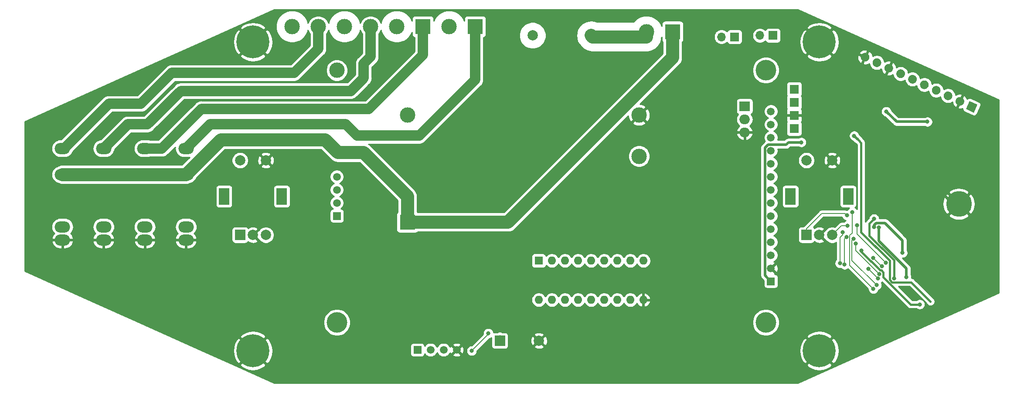
<source format=gbr>
G04 #@! TF.GenerationSoftware,KiCad,Pcbnew,5.1.7-a382d34a8~87~ubuntu20.04.1*
G04 #@! TF.CreationDate,2020-12-06T18:05:45+09:00*
G04 #@! TF.ProjectId,ESP32DUALDIAL,45535033-3244-4554-914c-4449414c2e6b,rev?*
G04 #@! TF.SameCoordinates,Original*
G04 #@! TF.FileFunction,Copper,L2,Bot*
G04 #@! TF.FilePolarity,Positive*
%FSLAX46Y46*%
G04 Gerber Fmt 4.6, Leading zero omitted, Abs format (unit mm)*
G04 Created by KiCad (PCBNEW 5.1.7-a382d34a8~87~ubuntu20.04.1) date 2020-12-06 18:05:45*
%MOMM*%
%LPD*%
G01*
G04 APERTURE LIST*
G04 #@! TA.AperFunction,ComponentPad*
%ADD10R,1.500000X1.500000*%
G04 #@! TD*
G04 #@! TA.AperFunction,ComponentPad*
%ADD11C,1.500000*%
G04 #@! TD*
G04 #@! TA.AperFunction,ComponentPad*
%ADD12C,4.000000*%
G04 #@! TD*
G04 #@! TA.AperFunction,ComponentPad*
%ADD13C,3.000000*%
G04 #@! TD*
G04 #@! TA.AperFunction,ComponentPad*
%ADD14R,2.000000X2.000000*%
G04 #@! TD*
G04 #@! TA.AperFunction,ComponentPad*
%ADD15C,2.000000*%
G04 #@! TD*
G04 #@! TA.AperFunction,ComponentPad*
%ADD16R,3.000000X3.000000*%
G04 #@! TD*
G04 #@! TA.AperFunction,ComponentPad*
%ADD17O,1.700000X1.700000*%
G04 #@! TD*
G04 #@! TA.AperFunction,ComponentPad*
%ADD18R,1.700000X1.700000*%
G04 #@! TD*
G04 #@! TA.AperFunction,ComponentPad*
%ADD19R,2.000000X1.905000*%
G04 #@! TD*
G04 #@! TA.AperFunction,ComponentPad*
%ADD20O,2.000000X1.905000*%
G04 #@! TD*
G04 #@! TA.AperFunction,ComponentPad*
%ADD21R,2.000000X3.200000*%
G04 #@! TD*
G04 #@! TA.AperFunction,ComponentPad*
%ADD22C,5.000000*%
G04 #@! TD*
G04 #@! TA.AperFunction,ComponentPad*
%ADD23C,0.100000*%
G04 #@! TD*
G04 #@! TA.AperFunction,ComponentPad*
%ADD24C,6.400000*%
G04 #@! TD*
G04 #@! TA.AperFunction,ComponentPad*
%ADD25R,1.600000X1.600000*%
G04 #@! TD*
G04 #@! TA.AperFunction,ComponentPad*
%ADD26O,1.600000X1.600000*%
G04 #@! TD*
G04 #@! TA.AperFunction,ComponentPad*
%ADD27O,3.000000X2.200000*%
G04 #@! TD*
G04 #@! TA.AperFunction,ComponentPad*
%ADD28R,1.800000X1.800000*%
G04 #@! TD*
G04 #@! TA.AperFunction,ViaPad*
%ADD29C,1.399540*%
G04 #@! TD*
G04 #@! TA.AperFunction,ViaPad*
%ADD30C,0.800000*%
G04 #@! TD*
G04 #@! TA.AperFunction,ViaPad*
%ADD31C,0.500000*%
G04 #@! TD*
G04 #@! TA.AperFunction,Conductor*
%ADD32C,0.508000*%
G04 #@! TD*
G04 #@! TA.AperFunction,Conductor*
%ADD33C,0.203200*%
G04 #@! TD*
G04 #@! TA.AperFunction,Conductor*
%ADD34C,0.381000*%
G04 #@! TD*
G04 #@! TA.AperFunction,Conductor*
%ADD35C,2.540000*%
G04 #@! TD*
G04 #@! TA.AperFunction,Conductor*
%ADD36C,2.000000*%
G04 #@! TD*
G04 #@! TA.AperFunction,Conductor*
%ADD37C,0.254000*%
G04 #@! TD*
G04 #@! TA.AperFunction,Conductor*
%ADD38C,0.100000*%
G04 #@! TD*
G04 APERTURE END LIST*
D10*
X160600000Y-126501000D03*
D11*
X160600000Y-123961000D03*
X160600000Y-121421000D03*
X160600000Y-118881000D03*
X160600000Y-116341000D03*
X160600000Y-113801000D03*
X160600000Y-111261000D03*
X160600000Y-108721000D03*
X160600000Y-106181000D03*
D12*
X159600000Y-134500000D03*
X159600000Y-85500000D03*
X76300000Y-134500000D03*
D13*
X76300000Y-85500000D03*
D11*
X160600000Y-98561000D03*
X160600000Y-101101000D03*
X160600000Y-103641000D03*
X160600000Y-96021000D03*
X160600000Y-93481000D03*
X76300000Y-111261000D03*
D10*
X76300000Y-113801000D03*
D11*
X76300000Y-108721000D03*
X76300000Y-106181000D03*
D14*
X107950000Y-138049000D03*
D15*
X115550000Y-138049000D03*
X114300000Y-78740000D03*
X125700000Y-78740000D03*
D16*
X141500000Y-78000000D03*
D13*
X136420000Y-78000000D03*
D17*
X151000000Y-79000000D03*
D18*
X153540000Y-79000000D03*
X161000000Y-78740000D03*
D17*
X158460000Y-78740000D03*
D13*
X135000000Y-94200000D03*
X90000000Y-94200000D03*
X135000000Y-102200000D03*
D16*
X90000000Y-115000000D03*
D19*
X155500000Y-92500000D03*
D20*
X155500000Y-95040000D03*
X155500000Y-97580000D03*
D15*
X172500000Y-103000000D03*
X167500000Y-103000000D03*
D21*
X175600000Y-110000000D03*
X164400000Y-110000000D03*
D15*
X172500000Y-117500000D03*
X170000000Y-117500000D03*
D14*
X167500000Y-117500000D03*
X57500000Y-117500000D03*
D15*
X60000000Y-117500000D03*
X62500000Y-117500000D03*
D21*
X54400000Y-110000000D03*
X65600000Y-110000000D03*
D15*
X57500000Y-103000000D03*
X62500000Y-103000000D03*
D22*
X197100000Y-111470000D03*
D10*
X91948000Y-139827000D03*
D11*
X94488000Y-139827000D03*
X97028000Y-139827000D03*
X99568000Y-139827000D03*
G04 #@! TA.AperFunction,ComponentPad*
G36*
G01*
X178526622Y-83721852D02*
X178526622Y-83721852D01*
G75*
G02*
X178115486Y-82592264I359226J770362D01*
G01*
X178115486Y-82592264D01*
G75*
G02*
X179245074Y-82181128I770362J-359226D01*
G01*
X179245074Y-82181128D01*
G75*
G02*
X179656210Y-83310716I-359226J-770362D01*
G01*
X179656210Y-83310716D01*
G75*
G02*
X178526622Y-83721852I-770362J359226D01*
G01*
G37*
G04 #@! TD.AperFunction*
G04 #@! TA.AperFunction,ComponentPad*
G36*
G01*
X180828644Y-84795302D02*
X180828644Y-84795302D01*
G75*
G02*
X180417508Y-83665714I359226J770362D01*
G01*
X180417508Y-83665714D01*
G75*
G02*
X181547096Y-83254578I770362J-359226D01*
G01*
X181547096Y-83254578D01*
G75*
G02*
X181958232Y-84384166I-359226J-770362D01*
G01*
X181958232Y-84384166D01*
G75*
G02*
X180828644Y-84795302I-770362J359226D01*
G01*
G37*
G04 #@! TD.AperFunction*
G04 #@! TA.AperFunction,ComponentPad*
G36*
G01*
X183130666Y-85868752D02*
X183130666Y-85868752D01*
G75*
G02*
X182719530Y-84739164I359226J770362D01*
G01*
X182719530Y-84739164D01*
G75*
G02*
X183849118Y-84328028I770362J-359226D01*
G01*
X183849118Y-84328028D01*
G75*
G02*
X184260254Y-85457616I-359226J-770362D01*
G01*
X184260254Y-85457616D01*
G75*
G02*
X183130666Y-85868752I-770362J359226D01*
G01*
G37*
G04 #@! TD.AperFunction*
G04 #@! TA.AperFunction,ComponentPad*
G36*
G01*
X185432687Y-86942203D02*
X185432687Y-86942203D01*
G75*
G02*
X185021551Y-85812615I359226J770362D01*
G01*
X185021551Y-85812615D01*
G75*
G02*
X186151139Y-85401479I770362J-359226D01*
G01*
X186151139Y-85401479D01*
G75*
G02*
X186562275Y-86531067I-359226J-770362D01*
G01*
X186562275Y-86531067D01*
G75*
G02*
X185432687Y-86942203I-770362J359226D01*
G01*
G37*
G04 #@! TD.AperFunction*
G04 #@! TA.AperFunction,ComponentPad*
G36*
G01*
X187734709Y-88015653D02*
X187734709Y-88015653D01*
G75*
G02*
X187323573Y-86886065I359226J770362D01*
G01*
X187323573Y-86886065D01*
G75*
G02*
X188453161Y-86474929I770362J-359226D01*
G01*
X188453161Y-86474929D01*
G75*
G02*
X188864297Y-87604517I-359226J-770362D01*
G01*
X188864297Y-87604517D01*
G75*
G02*
X187734709Y-88015653I-770362J359226D01*
G01*
G37*
G04 #@! TD.AperFunction*
G04 #@! TA.AperFunction,ComponentPad*
G36*
G01*
X190036731Y-89089103D02*
X190036731Y-89089103D01*
G75*
G02*
X189625595Y-87959515I359226J770362D01*
G01*
X189625595Y-87959515D01*
G75*
G02*
X190755183Y-87548379I770362J-359226D01*
G01*
X190755183Y-87548379D01*
G75*
G02*
X191166319Y-88677967I-359226J-770362D01*
G01*
X191166319Y-88677967D01*
G75*
G02*
X190036731Y-89089103I-770362J359226D01*
G01*
G37*
G04 #@! TD.AperFunction*
G04 #@! TA.AperFunction,ComponentPad*
G36*
G01*
X192338753Y-90162554D02*
X192338753Y-90162554D01*
G75*
G02*
X191927617Y-89032966I359226J770362D01*
G01*
X191927617Y-89032966D01*
G75*
G02*
X193057205Y-88621830I770362J-359226D01*
G01*
X193057205Y-88621830D01*
G75*
G02*
X193468341Y-89751418I-359226J-770362D01*
G01*
X193468341Y-89751418D01*
G75*
G02*
X192338753Y-90162554I-770362J359226D01*
G01*
G37*
G04 #@! TD.AperFunction*
G04 #@! TA.AperFunction,ComponentPad*
G36*
G01*
X194640774Y-91236004D02*
X194640774Y-91236004D01*
G75*
G02*
X194229638Y-90106416I359226J770362D01*
G01*
X194229638Y-90106416D01*
G75*
G02*
X195359226Y-89695280I770362J-359226D01*
G01*
X195359226Y-89695280D01*
G75*
G02*
X195770362Y-90824868I-359226J-770362D01*
G01*
X195770362Y-90824868D01*
G75*
G02*
X194640774Y-91236004I-770362J359226D01*
G01*
G37*
G04 #@! TD.AperFunction*
G04 #@! TA.AperFunction,ComponentPad*
G36*
G01*
X196942796Y-92309455D02*
X196942796Y-92309455D01*
G75*
G02*
X196531660Y-91179867I359226J770362D01*
G01*
X196531660Y-91179867D01*
G75*
G02*
X197661248Y-90768731I770362J-359226D01*
G01*
X197661248Y-90768731D01*
G75*
G02*
X198072384Y-91898319I-359226J-770362D01*
G01*
X198072384Y-91898319D01*
G75*
G02*
X196942796Y-92309455I-770362J359226D01*
G01*
G37*
G04 #@! TD.AperFunction*
G04 #@! TA.AperFunction,ComponentPad*
D23*
G36*
X200015180Y-93742130D02*
G01*
X198474457Y-93023679D01*
X199192908Y-91482956D01*
X200733631Y-92201407D01*
X200015180Y-93742130D01*
G37*
G04 #@! TD.AperFunction*
D24*
X60000000Y-140000000D03*
X170000000Y-80000000D03*
X170000000Y-140000000D03*
X60000000Y-80000000D03*
D16*
X103160000Y-77000000D03*
D13*
X98080000Y-77000000D03*
X87920000Y-77000000D03*
X82840000Y-77000000D03*
D16*
X93000000Y-77000000D03*
D13*
X77760000Y-77000000D03*
X72680000Y-77000000D03*
X67600000Y-77000000D03*
D25*
X115500000Y-122500000D03*
D26*
X135820000Y-130120000D03*
X118040000Y-122500000D03*
X133280000Y-130120000D03*
X120580000Y-122500000D03*
X130740000Y-130120000D03*
X123120000Y-122500000D03*
X128200000Y-130120000D03*
X125660000Y-122500000D03*
X125660000Y-130120000D03*
X128200000Y-122500000D03*
X123120000Y-130120000D03*
X130740000Y-122500000D03*
X120580000Y-130120000D03*
X133280000Y-122500000D03*
X118040000Y-130120000D03*
X135820000Y-122500000D03*
X115500000Y-130120000D03*
D27*
X47000000Y-100680001D03*
X47000000Y-105760001D03*
X47000000Y-115920001D03*
X47000000Y-118460001D03*
X39000000Y-118460001D03*
X39000000Y-115920001D03*
X39000000Y-105760001D03*
X39000000Y-100680001D03*
X31000000Y-118460001D03*
X31000000Y-115920001D03*
X31000000Y-105760001D03*
X31000000Y-100680001D03*
X23000000Y-100680001D03*
X23000000Y-105760001D03*
X23000000Y-115920001D03*
X23000000Y-118460001D03*
D28*
X165110000Y-96810000D03*
X165110000Y-94270000D03*
X165110000Y-91730000D03*
X165110000Y-89190000D03*
D29*
X191000000Y-106500000D03*
D30*
X166500000Y-99500000D03*
X186917078Y-125651610D03*
X181551122Y-116027859D03*
X102500000Y-140000000D03*
X105717741Y-136603041D03*
X174000000Y-123000000D03*
X174500000Y-117000000D03*
X175458097Y-115713201D03*
X175338663Y-113703567D03*
X179499758Y-124078726D03*
X181389116Y-125985955D03*
X180500000Y-122000000D03*
X182142836Y-123606575D03*
X189500009Y-130999991D03*
X178191768Y-120512872D03*
X181668691Y-125078012D03*
X177113784Y-119205453D03*
X181151610Y-127238239D03*
X176645362Y-118275668D03*
X182937408Y-122935546D03*
X177304387Y-115641968D03*
X180500000Y-128000000D03*
X176422135Y-113051957D03*
X174910813Y-123270079D03*
X175270079Y-117910813D03*
D31*
X191582446Y-130409481D03*
D30*
X176767505Y-98232495D03*
X184489417Y-125932099D03*
X180630746Y-114356642D03*
X186166855Y-120964829D03*
X180602776Y-115971629D03*
X183000000Y-93500000D03*
X191000000Y-95500000D03*
D32*
X195970000Y-111470000D02*
X197100000Y-111470000D01*
X191000000Y-106500000D02*
X195970000Y-111470000D01*
X166500000Y-99500000D02*
X164000000Y-99500000D01*
X163553001Y-99946999D02*
X164000000Y-99500000D01*
X160046079Y-99946999D02*
X163553001Y-99946999D01*
X159445999Y-125346999D02*
X159445999Y-100547079D01*
X159445999Y-100547079D02*
X160046079Y-99946999D01*
X160600000Y-126501000D02*
X159445999Y-125346999D01*
X186917078Y-124000789D02*
X181551122Y-118634833D01*
X181551122Y-118634833D02*
X181551122Y-116027859D01*
X186917078Y-125651610D02*
X186917078Y-124000789D01*
D33*
X102500000Y-140000000D02*
X105717741Y-136782259D01*
X105717741Y-136782259D02*
X105717741Y-136603041D01*
X174000000Y-123000000D02*
X174000000Y-118000000D01*
X174000000Y-118000000D02*
X174500000Y-117500000D01*
X174500000Y-117500000D02*
X174500000Y-117000000D01*
X174286799Y-115713201D02*
X175458097Y-115713201D01*
X172500000Y-117500000D02*
X174286799Y-115713201D01*
X167500000Y-117500000D02*
X167500000Y-116296800D01*
X174938664Y-113303568D02*
X175338663Y-113703567D01*
X170493232Y-113303568D02*
X174938664Y-113303568D01*
X167500000Y-116296800D02*
X170493232Y-113303568D01*
X181389116Y-125985955D02*
X179499758Y-124096597D01*
X179499758Y-124096597D02*
X179499758Y-124078726D01*
X180500000Y-122000000D02*
X182106575Y-123606575D01*
X182106575Y-123606575D02*
X182142836Y-123606575D01*
D34*
X178191768Y-120751451D02*
X178191768Y-120512872D01*
X181787394Y-124347077D02*
X178191768Y-120751451D01*
X189500009Y-130999991D02*
X187710406Y-130999991D01*
X182409544Y-124720456D02*
X182036165Y-124347077D01*
X187710406Y-130999991D02*
X182409544Y-125699129D01*
X182409544Y-125699129D02*
X182409544Y-124720456D01*
X182036165Y-124347077D02*
X181787394Y-124347077D01*
D33*
X181668691Y-125078012D02*
X177113784Y-120523105D01*
X177113784Y-120523105D02*
X177113784Y-119205453D01*
X181151610Y-127238239D02*
X176353211Y-122439840D01*
X176353211Y-122439840D02*
X176353211Y-118567819D01*
X176353211Y-118567819D02*
X176645362Y-118275668D01*
X182937408Y-122935546D02*
X177304387Y-117302525D01*
X177304387Y-117302525D02*
X177304387Y-115641968D01*
X175921681Y-117598043D02*
X176422135Y-117097589D01*
X180500000Y-128000000D02*
X175921681Y-123421681D01*
X176422135Y-117097589D02*
X176422135Y-113051957D01*
X175921681Y-123421681D02*
X175921681Y-117598043D01*
X107950000Y-138049000D02*
X107950000Y-136978261D01*
X174910813Y-118270079D02*
X175270079Y-117910813D01*
X174910813Y-123270079D02*
X174910813Y-118270079D01*
D34*
X191582446Y-130409481D02*
X187845566Y-126672601D01*
X184133975Y-126672601D02*
X183677918Y-126216544D01*
X187845566Y-126672601D02*
X184133975Y-126672601D01*
X183677918Y-126216544D02*
X183677918Y-122504953D01*
X183677918Y-122504953D02*
X178124716Y-116951751D01*
X177749999Y-99214989D02*
X177500000Y-98964990D01*
X178124716Y-99589706D02*
X177749999Y-99214989D01*
X178124716Y-116951751D02*
X178124716Y-99589706D01*
D32*
X176767505Y-98232495D02*
X177500000Y-98964990D01*
D35*
X125960000Y-79000000D02*
X125700000Y-78740000D01*
X136420000Y-79000000D02*
X125960000Y-79000000D01*
D34*
X184489417Y-125932099D02*
X184489417Y-122421663D01*
X179703762Y-117636008D02*
X179703762Y-115283626D01*
X179703762Y-115283626D02*
X180630746Y-114356642D01*
X184489417Y-122421663D02*
X179703762Y-117636008D01*
D32*
X186166855Y-120964829D02*
X186166855Y-118553847D01*
X180602776Y-115640095D02*
X180602776Y-115971629D01*
X181089538Y-115153333D02*
X180602776Y-115640095D01*
X182766341Y-115153333D02*
X181089538Y-115153333D01*
X186166855Y-118553847D02*
X182766341Y-115153333D01*
X183000000Y-93500000D02*
X185000000Y-95500000D01*
X185000000Y-95500000D02*
X191000000Y-95500000D01*
D36*
X51680001Y-96000000D02*
X47000000Y-100680001D01*
X80200001Y-98200001D02*
X78000000Y-96000000D01*
X92299999Y-98200001D02*
X80200001Y-98200001D01*
X78000000Y-96000000D02*
X51680001Y-96000000D01*
X103160000Y-87340000D02*
X92299999Y-98200001D01*
X103160000Y-77000000D02*
X103160000Y-87340000D01*
X35680001Y-96000000D02*
X31000000Y-100680001D01*
X39500000Y-96000000D02*
X35680001Y-96000000D01*
X46000000Y-89500000D02*
X39500000Y-96000000D01*
X79000000Y-89500000D02*
X46000000Y-89500000D01*
X81500000Y-87000000D02*
X79000000Y-89500000D01*
X81500000Y-84222002D02*
X81500000Y-87000000D01*
X82840000Y-82882002D02*
X81500000Y-84222002D01*
X82840000Y-77000000D02*
X82840000Y-82882002D01*
X93000000Y-82500000D02*
X93000000Y-77000000D01*
X82500000Y-93000000D02*
X93000000Y-82500000D01*
X50000000Y-93000000D02*
X82500000Y-93000000D01*
X42319999Y-100680001D02*
X50000000Y-93000000D01*
X39000000Y-100680001D02*
X42319999Y-100680001D01*
X72680000Y-81320000D02*
X72680000Y-77000000D01*
X68000000Y-86000000D02*
X72680000Y-81320000D01*
X44250000Y-86000000D02*
X68000000Y-86000000D01*
X38250000Y-92000000D02*
X44250000Y-86000000D01*
X32000000Y-92000000D02*
X38250000Y-92000000D01*
X23319999Y-100680001D02*
X32000000Y-92000000D01*
X23000000Y-100680001D02*
X23319999Y-100680001D01*
D35*
X109540000Y-115000000D02*
X90000000Y-115000000D01*
X141500000Y-83040000D02*
X109540000Y-115000000D01*
X141500000Y-79000000D02*
X141500000Y-83040000D01*
X23000000Y-105760001D02*
X31000000Y-105760001D01*
X31000000Y-105760001D02*
X39000000Y-105760001D01*
X39000000Y-105760001D02*
X47000000Y-105760001D01*
X53760001Y-99000000D02*
X74000000Y-99000000D01*
X47000000Y-105760001D02*
X53760001Y-99000000D01*
X76500000Y-101500000D02*
X81500000Y-101500000D01*
X74000000Y-99000000D02*
X76500000Y-101500000D01*
X90000000Y-110000000D02*
X90000000Y-115000000D01*
X81500000Y-101500000D02*
X90000000Y-110000000D01*
D37*
X204873000Y-91258866D02*
X204873000Y-128741134D01*
X165842572Y-146265000D01*
X64157430Y-146265000D01*
X56219165Y-142700881D01*
X57478724Y-142700881D01*
X57838912Y-143190548D01*
X58502882Y-143550849D01*
X59224385Y-143774694D01*
X59975695Y-143853480D01*
X60727938Y-143784178D01*
X61452208Y-143569452D01*
X62120670Y-143217555D01*
X62161088Y-143190548D01*
X62521276Y-142700881D01*
X167478724Y-142700881D01*
X167838912Y-143190548D01*
X168502882Y-143550849D01*
X169224385Y-143774694D01*
X169975695Y-143853480D01*
X170727938Y-143784178D01*
X171452208Y-143569452D01*
X172120670Y-143217555D01*
X172161088Y-143190548D01*
X172521276Y-142700881D01*
X170000000Y-140179605D01*
X167478724Y-142700881D01*
X62521276Y-142700881D01*
X60000000Y-140179605D01*
X57478724Y-142700881D01*
X56219165Y-142700881D01*
X50149432Y-139975695D01*
X56146520Y-139975695D01*
X56215822Y-140727938D01*
X56430548Y-141452208D01*
X56782445Y-142120670D01*
X56809452Y-142161088D01*
X57299119Y-142521276D01*
X59820395Y-140000000D01*
X60179605Y-140000000D01*
X62700881Y-142521276D01*
X63190548Y-142161088D01*
X63550849Y-141497118D01*
X63774694Y-140775615D01*
X63853480Y-140024305D01*
X63784178Y-139272062D01*
X63726348Y-139077000D01*
X90559928Y-139077000D01*
X90559928Y-140577000D01*
X90572188Y-140701482D01*
X90608498Y-140821180D01*
X90667463Y-140931494D01*
X90746815Y-141028185D01*
X90843506Y-141107537D01*
X90953820Y-141166502D01*
X91073518Y-141202812D01*
X91198000Y-141215072D01*
X92698000Y-141215072D01*
X92822482Y-141202812D01*
X92942180Y-141166502D01*
X93052494Y-141107537D01*
X93149185Y-141028185D01*
X93228537Y-140931494D01*
X93287502Y-140821180D01*
X93323812Y-140701482D01*
X93334445Y-140593517D01*
X93412201Y-140709886D01*
X93605114Y-140902799D01*
X93831957Y-141054371D01*
X94084011Y-141158775D01*
X94351589Y-141212000D01*
X94624411Y-141212000D01*
X94891989Y-141158775D01*
X95144043Y-141054371D01*
X95370886Y-140902799D01*
X95563799Y-140709886D01*
X95715371Y-140483043D01*
X95758000Y-140380127D01*
X95800629Y-140483043D01*
X95952201Y-140709886D01*
X96145114Y-140902799D01*
X96371957Y-141054371D01*
X96624011Y-141158775D01*
X96891589Y-141212000D01*
X97164411Y-141212000D01*
X97431989Y-141158775D01*
X97684043Y-141054371D01*
X97910886Y-140902799D01*
X98029692Y-140783993D01*
X98790612Y-140783993D01*
X98856137Y-141022860D01*
X99103116Y-141138760D01*
X99367960Y-141204250D01*
X99640492Y-141216812D01*
X99910238Y-141175965D01*
X100166832Y-141083277D01*
X100279863Y-141022860D01*
X100345388Y-140783993D01*
X99568000Y-140006605D01*
X98790612Y-140783993D01*
X98029692Y-140783993D01*
X98103799Y-140709886D01*
X98255371Y-140483043D01*
X98296511Y-140383721D01*
X98311723Y-140425832D01*
X98372140Y-140538863D01*
X98611007Y-140604388D01*
X99388395Y-139827000D01*
X99747605Y-139827000D01*
X100524993Y-140604388D01*
X100763860Y-140538863D01*
X100879760Y-140291884D01*
X100945250Y-140027040D01*
X100951195Y-139898061D01*
X101465000Y-139898061D01*
X101465000Y-140101939D01*
X101504774Y-140301898D01*
X101582795Y-140490256D01*
X101696063Y-140659774D01*
X101840226Y-140803937D01*
X102009744Y-140917205D01*
X102198102Y-140995226D01*
X102398061Y-141035000D01*
X102601939Y-141035000D01*
X102801898Y-140995226D01*
X102990256Y-140917205D01*
X103159774Y-140803937D01*
X103303937Y-140659774D01*
X103417205Y-140490256D01*
X103495226Y-140301898D01*
X103535000Y-140101939D01*
X103535000Y-140006709D01*
X103566014Y-139975695D01*
X166146520Y-139975695D01*
X166215822Y-140727938D01*
X166430548Y-141452208D01*
X166782445Y-142120670D01*
X166809452Y-142161088D01*
X167299119Y-142521276D01*
X169820395Y-140000000D01*
X170179605Y-140000000D01*
X172700881Y-142521276D01*
X173190548Y-142161088D01*
X173550849Y-141497118D01*
X173774694Y-140775615D01*
X173853480Y-140024305D01*
X173784178Y-139272062D01*
X173569452Y-138547792D01*
X173217555Y-137879330D01*
X173190548Y-137838912D01*
X172700881Y-137478724D01*
X170179605Y-140000000D01*
X169820395Y-140000000D01*
X167299119Y-137478724D01*
X166809452Y-137838912D01*
X166449151Y-138502882D01*
X166225306Y-139224385D01*
X166146520Y-139975695D01*
X103566014Y-139975695D01*
X105924523Y-137617187D01*
X106019639Y-137598267D01*
X106207997Y-137520246D01*
X106311928Y-137450802D01*
X106311928Y-139049000D01*
X106324188Y-139173482D01*
X106360498Y-139293180D01*
X106419463Y-139403494D01*
X106498815Y-139500185D01*
X106595506Y-139579537D01*
X106705820Y-139638502D01*
X106825518Y-139674812D01*
X106950000Y-139687072D01*
X108950000Y-139687072D01*
X109074482Y-139674812D01*
X109194180Y-139638502D01*
X109304494Y-139579537D01*
X109401185Y-139500185D01*
X109480537Y-139403494D01*
X109539502Y-139293180D01*
X109572496Y-139184413D01*
X114594192Y-139184413D01*
X114689956Y-139448814D01*
X114979571Y-139589704D01*
X115291108Y-139671384D01*
X115612595Y-139690718D01*
X115931675Y-139646961D01*
X116236088Y-139541795D01*
X116410044Y-139448814D01*
X116505808Y-139184413D01*
X115550000Y-138228605D01*
X114594192Y-139184413D01*
X109572496Y-139184413D01*
X109575812Y-139173482D01*
X109588072Y-139049000D01*
X109588072Y-138111595D01*
X113908282Y-138111595D01*
X113952039Y-138430675D01*
X114057205Y-138735088D01*
X114150186Y-138909044D01*
X114414587Y-139004808D01*
X115370395Y-138049000D01*
X115729605Y-138049000D01*
X116685413Y-139004808D01*
X116949814Y-138909044D01*
X117090704Y-138619429D01*
X117172384Y-138307892D01*
X117191718Y-137986405D01*
X117147961Y-137667325D01*
X117042795Y-137362912D01*
X117008698Y-137299119D01*
X167478724Y-137299119D01*
X170000000Y-139820395D01*
X172521276Y-137299119D01*
X172161088Y-136809452D01*
X171497118Y-136449151D01*
X170775615Y-136225306D01*
X170024305Y-136146520D01*
X169272062Y-136215822D01*
X168547792Y-136430548D01*
X167879330Y-136782445D01*
X167838912Y-136809452D01*
X167478724Y-137299119D01*
X117008698Y-137299119D01*
X116949814Y-137188956D01*
X116685413Y-137093192D01*
X115729605Y-138049000D01*
X115370395Y-138049000D01*
X114414587Y-137093192D01*
X114150186Y-137188956D01*
X114009296Y-137478571D01*
X113927616Y-137790108D01*
X113908282Y-138111595D01*
X109588072Y-138111595D01*
X109588072Y-137049000D01*
X109575812Y-136924518D01*
X109572497Y-136913587D01*
X114594192Y-136913587D01*
X115550000Y-137869395D01*
X116505808Y-136913587D01*
X116410044Y-136649186D01*
X116120429Y-136508296D01*
X115808892Y-136426616D01*
X115487405Y-136407282D01*
X115168325Y-136451039D01*
X114863912Y-136556205D01*
X114689956Y-136649186D01*
X114594192Y-136913587D01*
X109572497Y-136913587D01*
X109539502Y-136804820D01*
X109480537Y-136694506D01*
X109401185Y-136597815D01*
X109304494Y-136518463D01*
X109194180Y-136459498D01*
X109074482Y-136423188D01*
X108950000Y-136410928D01*
X108419812Y-136410928D01*
X108361213Y-136362837D01*
X108233249Y-136294439D01*
X108094399Y-136252319D01*
X107950000Y-136238097D01*
X107805602Y-136252319D01*
X107666752Y-136294439D01*
X107538788Y-136362837D01*
X107480189Y-136410928D01*
X106950000Y-136410928D01*
X106825518Y-136423188D01*
X106742266Y-136448442D01*
X106712967Y-136301143D01*
X106634946Y-136112785D01*
X106521678Y-135943267D01*
X106377515Y-135799104D01*
X106207997Y-135685836D01*
X106019639Y-135607815D01*
X105819680Y-135568041D01*
X105615802Y-135568041D01*
X105415843Y-135607815D01*
X105227485Y-135685836D01*
X105057967Y-135799104D01*
X104913804Y-135943267D01*
X104800536Y-136112785D01*
X104722515Y-136301143D01*
X104682741Y-136501102D01*
X104682741Y-136704980D01*
X104694449Y-136763841D01*
X102493291Y-138965000D01*
X102398061Y-138965000D01*
X102198102Y-139004774D01*
X102009744Y-139082795D01*
X101840226Y-139196063D01*
X101696063Y-139340226D01*
X101582795Y-139509744D01*
X101504774Y-139698102D01*
X101465000Y-139898061D01*
X100951195Y-139898061D01*
X100957812Y-139754508D01*
X100916965Y-139484762D01*
X100824277Y-139228168D01*
X100763860Y-139115137D01*
X100524993Y-139049612D01*
X99747605Y-139827000D01*
X99388395Y-139827000D01*
X98611007Y-139049612D01*
X98372140Y-139115137D01*
X98297836Y-139273477D01*
X98255371Y-139170957D01*
X98103799Y-138944114D01*
X98029692Y-138870007D01*
X98790612Y-138870007D01*
X99568000Y-139647395D01*
X100345388Y-138870007D01*
X100279863Y-138631140D01*
X100032884Y-138515240D01*
X99768040Y-138449750D01*
X99495508Y-138437188D01*
X99225762Y-138478035D01*
X98969168Y-138570723D01*
X98856137Y-138631140D01*
X98790612Y-138870007D01*
X98029692Y-138870007D01*
X97910886Y-138751201D01*
X97684043Y-138599629D01*
X97431989Y-138495225D01*
X97164411Y-138442000D01*
X96891589Y-138442000D01*
X96624011Y-138495225D01*
X96371957Y-138599629D01*
X96145114Y-138751201D01*
X95952201Y-138944114D01*
X95800629Y-139170957D01*
X95758000Y-139273873D01*
X95715371Y-139170957D01*
X95563799Y-138944114D01*
X95370886Y-138751201D01*
X95144043Y-138599629D01*
X94891989Y-138495225D01*
X94624411Y-138442000D01*
X94351589Y-138442000D01*
X94084011Y-138495225D01*
X93831957Y-138599629D01*
X93605114Y-138751201D01*
X93412201Y-138944114D01*
X93334445Y-139060483D01*
X93323812Y-138952518D01*
X93287502Y-138832820D01*
X93228537Y-138722506D01*
X93149185Y-138625815D01*
X93052494Y-138546463D01*
X92942180Y-138487498D01*
X92822482Y-138451188D01*
X92698000Y-138438928D01*
X91198000Y-138438928D01*
X91073518Y-138451188D01*
X90953820Y-138487498D01*
X90843506Y-138546463D01*
X90746815Y-138625815D01*
X90667463Y-138722506D01*
X90608498Y-138832820D01*
X90572188Y-138952518D01*
X90559928Y-139077000D01*
X63726348Y-139077000D01*
X63569452Y-138547792D01*
X63217555Y-137879330D01*
X63190548Y-137838912D01*
X62700881Y-137478724D01*
X60179605Y-140000000D01*
X59820395Y-140000000D01*
X57299119Y-137478724D01*
X56809452Y-137838912D01*
X56449151Y-138502882D01*
X56225306Y-139224385D01*
X56146520Y-139975695D01*
X50149432Y-139975695D01*
X44187968Y-137299119D01*
X57478724Y-137299119D01*
X60000000Y-139820395D01*
X62521276Y-137299119D01*
X62161088Y-136809452D01*
X61497118Y-136449151D01*
X60775615Y-136225306D01*
X60024305Y-136146520D01*
X59272062Y-136215822D01*
X58547792Y-136430548D01*
X57879330Y-136782445D01*
X57838912Y-136809452D01*
X57478724Y-137299119D01*
X44187968Y-137299119D01*
X37375534Y-134240475D01*
X73665000Y-134240475D01*
X73665000Y-134759525D01*
X73766261Y-135268601D01*
X73964893Y-135748141D01*
X74253262Y-136179715D01*
X74620285Y-136546738D01*
X75051859Y-136835107D01*
X75531399Y-137033739D01*
X76040475Y-137135000D01*
X76559525Y-137135000D01*
X77068601Y-137033739D01*
X77548141Y-136835107D01*
X77979715Y-136546738D01*
X78346738Y-136179715D01*
X78635107Y-135748141D01*
X78833739Y-135268601D01*
X78935000Y-134759525D01*
X78935000Y-134240475D01*
X156965000Y-134240475D01*
X156965000Y-134759525D01*
X157066261Y-135268601D01*
X157264893Y-135748141D01*
X157553262Y-136179715D01*
X157920285Y-136546738D01*
X158351859Y-136835107D01*
X158831399Y-137033739D01*
X159340475Y-137135000D01*
X159859525Y-137135000D01*
X160368601Y-137033739D01*
X160848141Y-136835107D01*
X161279715Y-136546738D01*
X161646738Y-136179715D01*
X161935107Y-135748141D01*
X162133739Y-135268601D01*
X162235000Y-134759525D01*
X162235000Y-134240475D01*
X162133739Y-133731399D01*
X161935107Y-133251859D01*
X161646738Y-132820285D01*
X161279715Y-132453262D01*
X160848141Y-132164893D01*
X160368601Y-131966261D01*
X159859525Y-131865000D01*
X159340475Y-131865000D01*
X158831399Y-131966261D01*
X158351859Y-132164893D01*
X157920285Y-132453262D01*
X157553262Y-132820285D01*
X157264893Y-133251859D01*
X157066261Y-133731399D01*
X156965000Y-134240475D01*
X78935000Y-134240475D01*
X78833739Y-133731399D01*
X78635107Y-133251859D01*
X78346738Y-132820285D01*
X77979715Y-132453262D01*
X77548141Y-132164893D01*
X77068601Y-131966261D01*
X76559525Y-131865000D01*
X76040475Y-131865000D01*
X75531399Y-131966261D01*
X75051859Y-132164893D01*
X74620285Y-132453262D01*
X74253262Y-132820285D01*
X73964893Y-133251859D01*
X73766261Y-133731399D01*
X73665000Y-134240475D01*
X37375534Y-134240475D01*
X27883320Y-129978665D01*
X114065000Y-129978665D01*
X114065000Y-130261335D01*
X114120147Y-130538574D01*
X114228320Y-130799727D01*
X114385363Y-131034759D01*
X114585241Y-131234637D01*
X114820273Y-131391680D01*
X115081426Y-131499853D01*
X115358665Y-131555000D01*
X115641335Y-131555000D01*
X115918574Y-131499853D01*
X116179727Y-131391680D01*
X116414759Y-131234637D01*
X116614637Y-131034759D01*
X116770000Y-130802241D01*
X116925363Y-131034759D01*
X117125241Y-131234637D01*
X117360273Y-131391680D01*
X117621426Y-131499853D01*
X117898665Y-131555000D01*
X118181335Y-131555000D01*
X118458574Y-131499853D01*
X118719727Y-131391680D01*
X118954759Y-131234637D01*
X119154637Y-131034759D01*
X119310000Y-130802241D01*
X119465363Y-131034759D01*
X119665241Y-131234637D01*
X119900273Y-131391680D01*
X120161426Y-131499853D01*
X120438665Y-131555000D01*
X120721335Y-131555000D01*
X120998574Y-131499853D01*
X121259727Y-131391680D01*
X121494759Y-131234637D01*
X121694637Y-131034759D01*
X121850000Y-130802241D01*
X122005363Y-131034759D01*
X122205241Y-131234637D01*
X122440273Y-131391680D01*
X122701426Y-131499853D01*
X122978665Y-131555000D01*
X123261335Y-131555000D01*
X123538574Y-131499853D01*
X123799727Y-131391680D01*
X124034759Y-131234637D01*
X124234637Y-131034759D01*
X124390000Y-130802241D01*
X124545363Y-131034759D01*
X124745241Y-131234637D01*
X124980273Y-131391680D01*
X125241426Y-131499853D01*
X125518665Y-131555000D01*
X125801335Y-131555000D01*
X126078574Y-131499853D01*
X126339727Y-131391680D01*
X126574759Y-131234637D01*
X126774637Y-131034759D01*
X126930000Y-130802241D01*
X127085363Y-131034759D01*
X127285241Y-131234637D01*
X127520273Y-131391680D01*
X127781426Y-131499853D01*
X128058665Y-131555000D01*
X128341335Y-131555000D01*
X128618574Y-131499853D01*
X128879727Y-131391680D01*
X129114759Y-131234637D01*
X129314637Y-131034759D01*
X129470000Y-130802241D01*
X129625363Y-131034759D01*
X129825241Y-131234637D01*
X130060273Y-131391680D01*
X130321426Y-131499853D01*
X130598665Y-131555000D01*
X130881335Y-131555000D01*
X131158574Y-131499853D01*
X131419727Y-131391680D01*
X131654759Y-131234637D01*
X131854637Y-131034759D01*
X132010000Y-130802241D01*
X132165363Y-131034759D01*
X132365241Y-131234637D01*
X132600273Y-131391680D01*
X132861426Y-131499853D01*
X133138665Y-131555000D01*
X133421335Y-131555000D01*
X133698574Y-131499853D01*
X133959727Y-131391680D01*
X134194759Y-131234637D01*
X134394637Y-131034759D01*
X134551680Y-130799727D01*
X134556067Y-130789135D01*
X134667615Y-130975131D01*
X134856586Y-131183519D01*
X135082580Y-131351037D01*
X135336913Y-131471246D01*
X135470961Y-131511904D01*
X135693000Y-131389915D01*
X135693000Y-130247000D01*
X135947000Y-130247000D01*
X135947000Y-131389915D01*
X136169039Y-131511904D01*
X136303087Y-131471246D01*
X136557420Y-131351037D01*
X136783414Y-131183519D01*
X136972385Y-130975131D01*
X137117070Y-130733881D01*
X137211909Y-130469040D01*
X137090624Y-130247000D01*
X135947000Y-130247000D01*
X135693000Y-130247000D01*
X135673000Y-130247000D01*
X135673000Y-129993000D01*
X135693000Y-129993000D01*
X135693000Y-128850085D01*
X135947000Y-128850085D01*
X135947000Y-129993000D01*
X137090624Y-129993000D01*
X137211909Y-129770960D01*
X137117070Y-129506119D01*
X136972385Y-129264869D01*
X136783414Y-129056481D01*
X136557420Y-128888963D01*
X136303087Y-128768754D01*
X136169039Y-128728096D01*
X135947000Y-128850085D01*
X135693000Y-128850085D01*
X135470961Y-128728096D01*
X135336913Y-128768754D01*
X135082580Y-128888963D01*
X134856586Y-129056481D01*
X134667615Y-129264869D01*
X134556067Y-129450865D01*
X134551680Y-129440273D01*
X134394637Y-129205241D01*
X134194759Y-129005363D01*
X133959727Y-128848320D01*
X133698574Y-128740147D01*
X133421335Y-128685000D01*
X133138665Y-128685000D01*
X132861426Y-128740147D01*
X132600273Y-128848320D01*
X132365241Y-129005363D01*
X132165363Y-129205241D01*
X132010000Y-129437759D01*
X131854637Y-129205241D01*
X131654759Y-129005363D01*
X131419727Y-128848320D01*
X131158574Y-128740147D01*
X130881335Y-128685000D01*
X130598665Y-128685000D01*
X130321426Y-128740147D01*
X130060273Y-128848320D01*
X129825241Y-129005363D01*
X129625363Y-129205241D01*
X129470000Y-129437759D01*
X129314637Y-129205241D01*
X129114759Y-129005363D01*
X128879727Y-128848320D01*
X128618574Y-128740147D01*
X128341335Y-128685000D01*
X128058665Y-128685000D01*
X127781426Y-128740147D01*
X127520273Y-128848320D01*
X127285241Y-129005363D01*
X127085363Y-129205241D01*
X126930000Y-129437759D01*
X126774637Y-129205241D01*
X126574759Y-129005363D01*
X126339727Y-128848320D01*
X126078574Y-128740147D01*
X125801335Y-128685000D01*
X125518665Y-128685000D01*
X125241426Y-128740147D01*
X124980273Y-128848320D01*
X124745241Y-129005363D01*
X124545363Y-129205241D01*
X124390000Y-129437759D01*
X124234637Y-129205241D01*
X124034759Y-129005363D01*
X123799727Y-128848320D01*
X123538574Y-128740147D01*
X123261335Y-128685000D01*
X122978665Y-128685000D01*
X122701426Y-128740147D01*
X122440273Y-128848320D01*
X122205241Y-129005363D01*
X122005363Y-129205241D01*
X121850000Y-129437759D01*
X121694637Y-129205241D01*
X121494759Y-129005363D01*
X121259727Y-128848320D01*
X120998574Y-128740147D01*
X120721335Y-128685000D01*
X120438665Y-128685000D01*
X120161426Y-128740147D01*
X119900273Y-128848320D01*
X119665241Y-129005363D01*
X119465363Y-129205241D01*
X119310000Y-129437759D01*
X119154637Y-129205241D01*
X118954759Y-129005363D01*
X118719727Y-128848320D01*
X118458574Y-128740147D01*
X118181335Y-128685000D01*
X117898665Y-128685000D01*
X117621426Y-128740147D01*
X117360273Y-128848320D01*
X117125241Y-129005363D01*
X116925363Y-129205241D01*
X116770000Y-129437759D01*
X116614637Y-129205241D01*
X116414759Y-129005363D01*
X116179727Y-128848320D01*
X115918574Y-128740147D01*
X115641335Y-128685000D01*
X115358665Y-128685000D01*
X115081426Y-128740147D01*
X114820273Y-128848320D01*
X114585241Y-129005363D01*
X114385363Y-129205241D01*
X114228320Y-129440273D01*
X114120147Y-129701426D01*
X114065000Y-129978665D01*
X27883320Y-129978665D01*
X15735000Y-124524318D01*
X15735000Y-121700000D01*
X114061928Y-121700000D01*
X114061928Y-123300000D01*
X114074188Y-123424482D01*
X114110498Y-123544180D01*
X114169463Y-123654494D01*
X114248815Y-123751185D01*
X114345506Y-123830537D01*
X114455820Y-123889502D01*
X114575518Y-123925812D01*
X114700000Y-123938072D01*
X116300000Y-123938072D01*
X116424482Y-123925812D01*
X116544180Y-123889502D01*
X116654494Y-123830537D01*
X116751185Y-123751185D01*
X116830537Y-123654494D01*
X116889502Y-123544180D01*
X116925812Y-123424482D01*
X116926643Y-123416039D01*
X117125241Y-123614637D01*
X117360273Y-123771680D01*
X117621426Y-123879853D01*
X117898665Y-123935000D01*
X118181335Y-123935000D01*
X118458574Y-123879853D01*
X118719727Y-123771680D01*
X118954759Y-123614637D01*
X119154637Y-123414759D01*
X119310000Y-123182241D01*
X119465363Y-123414759D01*
X119665241Y-123614637D01*
X119900273Y-123771680D01*
X120161426Y-123879853D01*
X120438665Y-123935000D01*
X120721335Y-123935000D01*
X120998574Y-123879853D01*
X121259727Y-123771680D01*
X121494759Y-123614637D01*
X121694637Y-123414759D01*
X121850000Y-123182241D01*
X122005363Y-123414759D01*
X122205241Y-123614637D01*
X122440273Y-123771680D01*
X122701426Y-123879853D01*
X122978665Y-123935000D01*
X123261335Y-123935000D01*
X123538574Y-123879853D01*
X123799727Y-123771680D01*
X124034759Y-123614637D01*
X124234637Y-123414759D01*
X124390000Y-123182241D01*
X124545363Y-123414759D01*
X124745241Y-123614637D01*
X124980273Y-123771680D01*
X125241426Y-123879853D01*
X125518665Y-123935000D01*
X125801335Y-123935000D01*
X126078574Y-123879853D01*
X126339727Y-123771680D01*
X126574759Y-123614637D01*
X126774637Y-123414759D01*
X126930000Y-123182241D01*
X127085363Y-123414759D01*
X127285241Y-123614637D01*
X127520273Y-123771680D01*
X127781426Y-123879853D01*
X128058665Y-123935000D01*
X128341335Y-123935000D01*
X128618574Y-123879853D01*
X128879727Y-123771680D01*
X129114759Y-123614637D01*
X129314637Y-123414759D01*
X129470000Y-123182241D01*
X129625363Y-123414759D01*
X129825241Y-123614637D01*
X130060273Y-123771680D01*
X130321426Y-123879853D01*
X130598665Y-123935000D01*
X130881335Y-123935000D01*
X131158574Y-123879853D01*
X131419727Y-123771680D01*
X131654759Y-123614637D01*
X131854637Y-123414759D01*
X132010000Y-123182241D01*
X132165363Y-123414759D01*
X132365241Y-123614637D01*
X132600273Y-123771680D01*
X132861426Y-123879853D01*
X133138665Y-123935000D01*
X133421335Y-123935000D01*
X133698574Y-123879853D01*
X133959727Y-123771680D01*
X134194759Y-123614637D01*
X134394637Y-123414759D01*
X134550000Y-123182241D01*
X134705363Y-123414759D01*
X134905241Y-123614637D01*
X135140273Y-123771680D01*
X135401426Y-123879853D01*
X135678665Y-123935000D01*
X135961335Y-123935000D01*
X136238574Y-123879853D01*
X136499727Y-123771680D01*
X136734759Y-123614637D01*
X136934637Y-123414759D01*
X137091680Y-123179727D01*
X137199853Y-122918574D01*
X137255000Y-122641335D01*
X137255000Y-122358665D01*
X137199853Y-122081426D01*
X137091680Y-121820273D01*
X136934637Y-121585241D01*
X136734759Y-121385363D01*
X136499727Y-121228320D01*
X136238574Y-121120147D01*
X135961335Y-121065000D01*
X135678665Y-121065000D01*
X135401426Y-121120147D01*
X135140273Y-121228320D01*
X134905241Y-121385363D01*
X134705363Y-121585241D01*
X134550000Y-121817759D01*
X134394637Y-121585241D01*
X134194759Y-121385363D01*
X133959727Y-121228320D01*
X133698574Y-121120147D01*
X133421335Y-121065000D01*
X133138665Y-121065000D01*
X132861426Y-121120147D01*
X132600273Y-121228320D01*
X132365241Y-121385363D01*
X132165363Y-121585241D01*
X132010000Y-121817759D01*
X131854637Y-121585241D01*
X131654759Y-121385363D01*
X131419727Y-121228320D01*
X131158574Y-121120147D01*
X130881335Y-121065000D01*
X130598665Y-121065000D01*
X130321426Y-121120147D01*
X130060273Y-121228320D01*
X129825241Y-121385363D01*
X129625363Y-121585241D01*
X129470000Y-121817759D01*
X129314637Y-121585241D01*
X129114759Y-121385363D01*
X128879727Y-121228320D01*
X128618574Y-121120147D01*
X128341335Y-121065000D01*
X128058665Y-121065000D01*
X127781426Y-121120147D01*
X127520273Y-121228320D01*
X127285241Y-121385363D01*
X127085363Y-121585241D01*
X126930000Y-121817759D01*
X126774637Y-121585241D01*
X126574759Y-121385363D01*
X126339727Y-121228320D01*
X126078574Y-121120147D01*
X125801335Y-121065000D01*
X125518665Y-121065000D01*
X125241426Y-121120147D01*
X124980273Y-121228320D01*
X124745241Y-121385363D01*
X124545363Y-121585241D01*
X124390000Y-121817759D01*
X124234637Y-121585241D01*
X124034759Y-121385363D01*
X123799727Y-121228320D01*
X123538574Y-121120147D01*
X123261335Y-121065000D01*
X122978665Y-121065000D01*
X122701426Y-121120147D01*
X122440273Y-121228320D01*
X122205241Y-121385363D01*
X122005363Y-121585241D01*
X121850000Y-121817759D01*
X121694637Y-121585241D01*
X121494759Y-121385363D01*
X121259727Y-121228320D01*
X120998574Y-121120147D01*
X120721335Y-121065000D01*
X120438665Y-121065000D01*
X120161426Y-121120147D01*
X119900273Y-121228320D01*
X119665241Y-121385363D01*
X119465363Y-121585241D01*
X119310000Y-121817759D01*
X119154637Y-121585241D01*
X118954759Y-121385363D01*
X118719727Y-121228320D01*
X118458574Y-121120147D01*
X118181335Y-121065000D01*
X117898665Y-121065000D01*
X117621426Y-121120147D01*
X117360273Y-121228320D01*
X117125241Y-121385363D01*
X116926643Y-121583961D01*
X116925812Y-121575518D01*
X116889502Y-121455820D01*
X116830537Y-121345506D01*
X116751185Y-121248815D01*
X116654494Y-121169463D01*
X116544180Y-121110498D01*
X116424482Y-121074188D01*
X116300000Y-121061928D01*
X114700000Y-121061928D01*
X114575518Y-121074188D01*
X114455820Y-121110498D01*
X114345506Y-121169463D01*
X114248815Y-121248815D01*
X114169463Y-121345506D01*
X114110498Y-121455820D01*
X114074188Y-121575518D01*
X114061928Y-121700000D01*
X15735000Y-121700000D01*
X15735000Y-118856123D01*
X20910825Y-118856123D01*
X20948469Y-119006623D01*
X21086843Y-119318318D01*
X21283367Y-119597028D01*
X21530489Y-119832043D01*
X21818712Y-120014331D01*
X22136959Y-120136887D01*
X22473000Y-120195001D01*
X22873000Y-120195001D01*
X22873000Y-118587001D01*
X23127000Y-118587001D01*
X23127000Y-120195001D01*
X23527000Y-120195001D01*
X23863041Y-120136887D01*
X24181288Y-120014331D01*
X24469511Y-119832043D01*
X24716633Y-119597028D01*
X24913157Y-119318318D01*
X25051531Y-119006623D01*
X25089175Y-118856123D01*
X28910825Y-118856123D01*
X28948469Y-119006623D01*
X29086843Y-119318318D01*
X29283367Y-119597028D01*
X29530489Y-119832043D01*
X29818712Y-120014331D01*
X30136959Y-120136887D01*
X30473000Y-120195001D01*
X30873000Y-120195001D01*
X30873000Y-118587001D01*
X31127000Y-118587001D01*
X31127000Y-120195001D01*
X31527000Y-120195001D01*
X31863041Y-120136887D01*
X32181288Y-120014331D01*
X32469511Y-119832043D01*
X32716633Y-119597028D01*
X32913157Y-119318318D01*
X33051531Y-119006623D01*
X33089175Y-118856123D01*
X36910825Y-118856123D01*
X36948469Y-119006623D01*
X37086843Y-119318318D01*
X37283367Y-119597028D01*
X37530489Y-119832043D01*
X37818712Y-120014331D01*
X38136959Y-120136887D01*
X38473000Y-120195001D01*
X38873000Y-120195001D01*
X38873000Y-118587001D01*
X39127000Y-118587001D01*
X39127000Y-120195001D01*
X39527000Y-120195001D01*
X39863041Y-120136887D01*
X40181288Y-120014331D01*
X40469511Y-119832043D01*
X40716633Y-119597028D01*
X40913157Y-119318318D01*
X41051531Y-119006623D01*
X41089175Y-118856123D01*
X44910825Y-118856123D01*
X44948469Y-119006623D01*
X45086843Y-119318318D01*
X45283367Y-119597028D01*
X45530489Y-119832043D01*
X45818712Y-120014331D01*
X46136959Y-120136887D01*
X46473000Y-120195001D01*
X46873000Y-120195001D01*
X46873000Y-118587001D01*
X47127000Y-118587001D01*
X47127000Y-120195001D01*
X47527000Y-120195001D01*
X47863041Y-120136887D01*
X48181288Y-120014331D01*
X48469511Y-119832043D01*
X48716633Y-119597028D01*
X48913157Y-119318318D01*
X49051531Y-119006623D01*
X49089175Y-118856123D01*
X48971125Y-118587001D01*
X47127000Y-118587001D01*
X46873000Y-118587001D01*
X45028875Y-118587001D01*
X44910825Y-118856123D01*
X41089175Y-118856123D01*
X40971125Y-118587001D01*
X39127000Y-118587001D01*
X38873000Y-118587001D01*
X37028875Y-118587001D01*
X36910825Y-118856123D01*
X33089175Y-118856123D01*
X32971125Y-118587001D01*
X31127000Y-118587001D01*
X30873000Y-118587001D01*
X29028875Y-118587001D01*
X28910825Y-118856123D01*
X25089175Y-118856123D01*
X24971125Y-118587001D01*
X23127000Y-118587001D01*
X22873000Y-118587001D01*
X21028875Y-118587001D01*
X20910825Y-118856123D01*
X15735000Y-118856123D01*
X15735000Y-115920001D01*
X20856606Y-115920001D01*
X20890105Y-116260120D01*
X20989314Y-116587169D01*
X21150421Y-116888579D01*
X21367234Y-117152767D01*
X21418286Y-117194665D01*
X21283367Y-117322974D01*
X21086843Y-117601684D01*
X20948469Y-117913379D01*
X20910825Y-118063879D01*
X21028875Y-118333001D01*
X22873000Y-118333001D01*
X22873000Y-118313001D01*
X23127000Y-118313001D01*
X23127000Y-118333001D01*
X24971125Y-118333001D01*
X25089175Y-118063879D01*
X25051531Y-117913379D01*
X24913157Y-117601684D01*
X24716633Y-117322974D01*
X24581714Y-117194665D01*
X24632766Y-117152767D01*
X24849579Y-116888579D01*
X25010686Y-116587169D01*
X25109895Y-116260120D01*
X25143394Y-115920001D01*
X28856606Y-115920001D01*
X28890105Y-116260120D01*
X28989314Y-116587169D01*
X29150421Y-116888579D01*
X29367234Y-117152767D01*
X29418286Y-117194665D01*
X29283367Y-117322974D01*
X29086843Y-117601684D01*
X28948469Y-117913379D01*
X28910825Y-118063879D01*
X29028875Y-118333001D01*
X30873000Y-118333001D01*
X30873000Y-118313001D01*
X31127000Y-118313001D01*
X31127000Y-118333001D01*
X32971125Y-118333001D01*
X33089175Y-118063879D01*
X33051531Y-117913379D01*
X32913157Y-117601684D01*
X32716633Y-117322974D01*
X32581714Y-117194665D01*
X32632766Y-117152767D01*
X32849579Y-116888579D01*
X33010686Y-116587169D01*
X33109895Y-116260120D01*
X33143394Y-115920001D01*
X36856606Y-115920001D01*
X36890105Y-116260120D01*
X36989314Y-116587169D01*
X37150421Y-116888579D01*
X37367234Y-117152767D01*
X37418286Y-117194665D01*
X37283367Y-117322974D01*
X37086843Y-117601684D01*
X36948469Y-117913379D01*
X36910825Y-118063879D01*
X37028875Y-118333001D01*
X38873000Y-118333001D01*
X38873000Y-118313001D01*
X39127000Y-118313001D01*
X39127000Y-118333001D01*
X40971125Y-118333001D01*
X41089175Y-118063879D01*
X41051531Y-117913379D01*
X40913157Y-117601684D01*
X40716633Y-117322974D01*
X40581714Y-117194665D01*
X40632766Y-117152767D01*
X40849579Y-116888579D01*
X41010686Y-116587169D01*
X41109895Y-116260120D01*
X41143394Y-115920001D01*
X44856606Y-115920001D01*
X44890105Y-116260120D01*
X44989314Y-116587169D01*
X45150421Y-116888579D01*
X45367234Y-117152767D01*
X45418286Y-117194665D01*
X45283367Y-117322974D01*
X45086843Y-117601684D01*
X44948469Y-117913379D01*
X44910825Y-118063879D01*
X45028875Y-118333001D01*
X46873000Y-118333001D01*
X46873000Y-118313001D01*
X47127000Y-118313001D01*
X47127000Y-118333001D01*
X48971125Y-118333001D01*
X49089175Y-118063879D01*
X49051531Y-117913379D01*
X48913157Y-117601684D01*
X48716633Y-117322974D01*
X48581714Y-117194665D01*
X48632766Y-117152767D01*
X48849579Y-116888579D01*
X49010686Y-116587169D01*
X49037128Y-116500000D01*
X55861928Y-116500000D01*
X55861928Y-118500000D01*
X55874188Y-118624482D01*
X55910498Y-118744180D01*
X55969463Y-118854494D01*
X56048815Y-118951185D01*
X56145506Y-119030537D01*
X56255820Y-119089502D01*
X56375518Y-119125812D01*
X56500000Y-119138072D01*
X58500000Y-119138072D01*
X58624482Y-119125812D01*
X58744180Y-119089502D01*
X58854494Y-119030537D01*
X58951185Y-118951185D01*
X59030537Y-118854494D01*
X59085976Y-118750777D01*
X59139956Y-118899814D01*
X59429571Y-119040704D01*
X59741108Y-119122384D01*
X60062595Y-119141718D01*
X60381675Y-119097961D01*
X60686088Y-118992795D01*
X60860044Y-118899814D01*
X60955808Y-118635413D01*
X60000000Y-117679605D01*
X59985858Y-117693748D01*
X59806253Y-117514143D01*
X59820395Y-117500000D01*
X60179605Y-117500000D01*
X61135413Y-118455808D01*
X61165075Y-118445065D01*
X61230013Y-118542252D01*
X61457748Y-118769987D01*
X61725537Y-118948918D01*
X62023088Y-119072168D01*
X62338967Y-119135000D01*
X62661033Y-119135000D01*
X62976912Y-119072168D01*
X63274463Y-118948918D01*
X63542252Y-118769987D01*
X63769987Y-118542252D01*
X63948918Y-118274463D01*
X64072168Y-117976912D01*
X64135000Y-117661033D01*
X64135000Y-117338967D01*
X64072168Y-117023088D01*
X63948918Y-116725537D01*
X63769987Y-116457748D01*
X63542252Y-116230013D01*
X63274463Y-116051082D01*
X62976912Y-115927832D01*
X62661033Y-115865000D01*
X62338967Y-115865000D01*
X62023088Y-115927832D01*
X61725537Y-116051082D01*
X61457748Y-116230013D01*
X61230013Y-116457748D01*
X61165075Y-116554935D01*
X61135413Y-116544192D01*
X60179605Y-117500000D01*
X59820395Y-117500000D01*
X59806253Y-117485858D01*
X59985858Y-117306253D01*
X60000000Y-117320395D01*
X60955808Y-116364587D01*
X60860044Y-116100186D01*
X60570429Y-115959296D01*
X60258892Y-115877616D01*
X59937405Y-115858282D01*
X59618325Y-115902039D01*
X59313912Y-116007205D01*
X59139956Y-116100186D01*
X59085976Y-116249223D01*
X59030537Y-116145506D01*
X58951185Y-116048815D01*
X58854494Y-115969463D01*
X58744180Y-115910498D01*
X58624482Y-115874188D01*
X58500000Y-115861928D01*
X56500000Y-115861928D01*
X56375518Y-115874188D01*
X56255820Y-115910498D01*
X56145506Y-115969463D01*
X56048815Y-116048815D01*
X55969463Y-116145506D01*
X55910498Y-116255820D01*
X55874188Y-116375518D01*
X55861928Y-116500000D01*
X49037128Y-116500000D01*
X49109895Y-116260120D01*
X49143394Y-115920001D01*
X49109895Y-115579882D01*
X49010686Y-115252833D01*
X48849579Y-114951423D01*
X48632766Y-114687235D01*
X48368578Y-114470422D01*
X48067168Y-114309315D01*
X47740119Y-114210106D01*
X47485225Y-114185001D01*
X46514775Y-114185001D01*
X46259881Y-114210106D01*
X45932832Y-114309315D01*
X45631422Y-114470422D01*
X45367234Y-114687235D01*
X45150421Y-114951423D01*
X44989314Y-115252833D01*
X44890105Y-115579882D01*
X44856606Y-115920001D01*
X41143394Y-115920001D01*
X41109895Y-115579882D01*
X41010686Y-115252833D01*
X40849579Y-114951423D01*
X40632766Y-114687235D01*
X40368578Y-114470422D01*
X40067168Y-114309315D01*
X39740119Y-114210106D01*
X39485225Y-114185001D01*
X38514775Y-114185001D01*
X38259881Y-114210106D01*
X37932832Y-114309315D01*
X37631422Y-114470422D01*
X37367234Y-114687235D01*
X37150421Y-114951423D01*
X36989314Y-115252833D01*
X36890105Y-115579882D01*
X36856606Y-115920001D01*
X33143394Y-115920001D01*
X33109895Y-115579882D01*
X33010686Y-115252833D01*
X32849579Y-114951423D01*
X32632766Y-114687235D01*
X32368578Y-114470422D01*
X32067168Y-114309315D01*
X31740119Y-114210106D01*
X31485225Y-114185001D01*
X30514775Y-114185001D01*
X30259881Y-114210106D01*
X29932832Y-114309315D01*
X29631422Y-114470422D01*
X29367234Y-114687235D01*
X29150421Y-114951423D01*
X28989314Y-115252833D01*
X28890105Y-115579882D01*
X28856606Y-115920001D01*
X25143394Y-115920001D01*
X25109895Y-115579882D01*
X25010686Y-115252833D01*
X24849579Y-114951423D01*
X24632766Y-114687235D01*
X24368578Y-114470422D01*
X24067168Y-114309315D01*
X23740119Y-114210106D01*
X23485225Y-114185001D01*
X22514775Y-114185001D01*
X22259881Y-114210106D01*
X21932832Y-114309315D01*
X21631422Y-114470422D01*
X21367234Y-114687235D01*
X21150421Y-114951423D01*
X20989314Y-115252833D01*
X20890105Y-115579882D01*
X20856606Y-115920001D01*
X15735000Y-115920001D01*
X15735000Y-113051000D01*
X74911928Y-113051000D01*
X74911928Y-114551000D01*
X74924188Y-114675482D01*
X74960498Y-114795180D01*
X75019463Y-114905494D01*
X75098815Y-115002185D01*
X75195506Y-115081537D01*
X75305820Y-115140502D01*
X75425518Y-115176812D01*
X75550000Y-115189072D01*
X77050000Y-115189072D01*
X77174482Y-115176812D01*
X77294180Y-115140502D01*
X77404494Y-115081537D01*
X77501185Y-115002185D01*
X77580537Y-114905494D01*
X77639502Y-114795180D01*
X77675812Y-114675482D01*
X77688072Y-114551000D01*
X77688072Y-113051000D01*
X77675812Y-112926518D01*
X77639502Y-112806820D01*
X77580537Y-112696506D01*
X77501185Y-112599815D01*
X77404494Y-112520463D01*
X77294180Y-112461498D01*
X77174482Y-112425188D01*
X77066517Y-112414555D01*
X77182886Y-112336799D01*
X77375799Y-112143886D01*
X77527371Y-111917043D01*
X77631775Y-111664989D01*
X77685000Y-111397411D01*
X77685000Y-111124589D01*
X77631775Y-110857011D01*
X77527371Y-110604957D01*
X77375799Y-110378114D01*
X77182886Y-110185201D01*
X76956043Y-110033629D01*
X76853127Y-109991000D01*
X76956043Y-109948371D01*
X77182886Y-109796799D01*
X77375799Y-109603886D01*
X77527371Y-109377043D01*
X77631775Y-109124989D01*
X77685000Y-108857411D01*
X77685000Y-108584589D01*
X77631775Y-108317011D01*
X77527371Y-108064957D01*
X77375799Y-107838114D01*
X77182886Y-107645201D01*
X76956043Y-107493629D01*
X76853127Y-107451000D01*
X76956043Y-107408371D01*
X77182886Y-107256799D01*
X77375799Y-107063886D01*
X77527371Y-106837043D01*
X77631775Y-106584989D01*
X77685000Y-106317411D01*
X77685000Y-106044589D01*
X77631775Y-105777011D01*
X77527371Y-105524957D01*
X77375799Y-105298114D01*
X77182886Y-105105201D01*
X76956043Y-104953629D01*
X76703989Y-104849225D01*
X76436411Y-104796000D01*
X76163589Y-104796000D01*
X75896011Y-104849225D01*
X75643957Y-104953629D01*
X75417114Y-105105201D01*
X75224201Y-105298114D01*
X75072629Y-105524957D01*
X74968225Y-105777011D01*
X74915000Y-106044589D01*
X74915000Y-106317411D01*
X74968225Y-106584989D01*
X75072629Y-106837043D01*
X75224201Y-107063886D01*
X75417114Y-107256799D01*
X75643957Y-107408371D01*
X75746873Y-107451000D01*
X75643957Y-107493629D01*
X75417114Y-107645201D01*
X75224201Y-107838114D01*
X75072629Y-108064957D01*
X74968225Y-108317011D01*
X74915000Y-108584589D01*
X74915000Y-108857411D01*
X74968225Y-109124989D01*
X75072629Y-109377043D01*
X75224201Y-109603886D01*
X75417114Y-109796799D01*
X75643957Y-109948371D01*
X75746873Y-109991000D01*
X75643957Y-110033629D01*
X75417114Y-110185201D01*
X75224201Y-110378114D01*
X75072629Y-110604957D01*
X74968225Y-110857011D01*
X74915000Y-111124589D01*
X74915000Y-111397411D01*
X74968225Y-111664989D01*
X75072629Y-111917043D01*
X75224201Y-112143886D01*
X75417114Y-112336799D01*
X75533483Y-112414555D01*
X75425518Y-112425188D01*
X75305820Y-112461498D01*
X75195506Y-112520463D01*
X75098815Y-112599815D01*
X75019463Y-112696506D01*
X74960498Y-112806820D01*
X74924188Y-112926518D01*
X74911928Y-113051000D01*
X15735000Y-113051000D01*
X15735000Y-108400000D01*
X52761928Y-108400000D01*
X52761928Y-111600000D01*
X52774188Y-111724482D01*
X52810498Y-111844180D01*
X52869463Y-111954494D01*
X52948815Y-112051185D01*
X53045506Y-112130537D01*
X53155820Y-112189502D01*
X53275518Y-112225812D01*
X53400000Y-112238072D01*
X55400000Y-112238072D01*
X55524482Y-112225812D01*
X55644180Y-112189502D01*
X55754494Y-112130537D01*
X55851185Y-112051185D01*
X55930537Y-111954494D01*
X55989502Y-111844180D01*
X56025812Y-111724482D01*
X56038072Y-111600000D01*
X56038072Y-108400000D01*
X63961928Y-108400000D01*
X63961928Y-111600000D01*
X63974188Y-111724482D01*
X64010498Y-111844180D01*
X64069463Y-111954494D01*
X64148815Y-112051185D01*
X64245506Y-112130537D01*
X64355820Y-112189502D01*
X64475518Y-112225812D01*
X64600000Y-112238072D01*
X66600000Y-112238072D01*
X66724482Y-112225812D01*
X66844180Y-112189502D01*
X66954494Y-112130537D01*
X67051185Y-112051185D01*
X67130537Y-111954494D01*
X67189502Y-111844180D01*
X67225812Y-111724482D01*
X67238072Y-111600000D01*
X67238072Y-108400000D01*
X67225812Y-108275518D01*
X67189502Y-108155820D01*
X67130537Y-108045506D01*
X67051185Y-107948815D01*
X66954494Y-107869463D01*
X66844180Y-107810498D01*
X66724482Y-107774188D01*
X66600000Y-107761928D01*
X64600000Y-107761928D01*
X64475518Y-107774188D01*
X64355820Y-107810498D01*
X64245506Y-107869463D01*
X64148815Y-107948815D01*
X64069463Y-108045506D01*
X64010498Y-108155820D01*
X63974188Y-108275518D01*
X63961928Y-108400000D01*
X56038072Y-108400000D01*
X56025812Y-108275518D01*
X55989502Y-108155820D01*
X55930537Y-108045506D01*
X55851185Y-107948815D01*
X55754494Y-107869463D01*
X55644180Y-107810498D01*
X55524482Y-107774188D01*
X55400000Y-107761928D01*
X53400000Y-107761928D01*
X53275518Y-107774188D01*
X53155820Y-107810498D01*
X53045506Y-107869463D01*
X52948815Y-107948815D01*
X52869463Y-108045506D01*
X52810498Y-108155820D01*
X52774188Y-108275518D01*
X52761928Y-108400000D01*
X15735000Y-108400000D01*
X15735000Y-100680001D01*
X20856606Y-100680001D01*
X20890105Y-101020120D01*
X20989314Y-101347169D01*
X21150421Y-101648579D01*
X21367234Y-101912767D01*
X21631422Y-102129580D01*
X21932832Y-102290687D01*
X22259881Y-102389896D01*
X22514775Y-102415001D01*
X23485225Y-102415001D01*
X23740119Y-102389896D01*
X24067168Y-102290687D01*
X24368578Y-102129580D01*
X24632766Y-101912767D01*
X24849579Y-101648579D01*
X25010686Y-101347169D01*
X25030549Y-101281689D01*
X32677239Y-93635000D01*
X38169681Y-93635000D01*
X38250000Y-93642911D01*
X38330319Y-93635000D01*
X38330322Y-93635000D01*
X38570516Y-93611343D01*
X38878715Y-93517852D01*
X39162752Y-93366031D01*
X39411714Y-93161714D01*
X39462925Y-93099313D01*
X44927239Y-87635000D01*
X67919681Y-87635000D01*
X68000000Y-87642911D01*
X68080319Y-87635000D01*
X68080322Y-87635000D01*
X68320516Y-87611343D01*
X68628715Y-87517852D01*
X68912752Y-87366031D01*
X69161714Y-87161714D01*
X69212925Y-87099313D01*
X71022517Y-85289721D01*
X74165000Y-85289721D01*
X74165000Y-85710279D01*
X74247047Y-86122756D01*
X74407988Y-86511302D01*
X74641637Y-86860983D01*
X74939017Y-87158363D01*
X75288698Y-87392012D01*
X75677244Y-87552953D01*
X76089721Y-87635000D01*
X76510279Y-87635000D01*
X76922756Y-87552953D01*
X77311302Y-87392012D01*
X77660983Y-87158363D01*
X77958363Y-86860983D01*
X78192012Y-86511302D01*
X78352953Y-86122756D01*
X78435000Y-85710279D01*
X78435000Y-85289721D01*
X78352953Y-84877244D01*
X78192012Y-84488698D01*
X77958363Y-84139017D01*
X77660983Y-83841637D01*
X77311302Y-83607988D01*
X76922756Y-83447047D01*
X76510279Y-83365000D01*
X76089721Y-83365000D01*
X75677244Y-83447047D01*
X75288698Y-83607988D01*
X74939017Y-83841637D01*
X74641637Y-84139017D01*
X74407988Y-84488698D01*
X74247047Y-84877244D01*
X74165000Y-85289721D01*
X71022517Y-85289721D01*
X73779320Y-82532919D01*
X73841714Y-82481714D01*
X74046031Y-82232752D01*
X74197852Y-81948715D01*
X74291343Y-81640516D01*
X74315000Y-81400322D01*
X74315000Y-81400320D01*
X74322911Y-81320001D01*
X74315000Y-81239681D01*
X74315000Y-78384346D01*
X74338363Y-78360983D01*
X74572012Y-78011302D01*
X74707727Y-77683658D01*
X74753169Y-77912112D01*
X74988889Y-78481190D01*
X75331101Y-78993346D01*
X75766654Y-79428899D01*
X76278810Y-79771111D01*
X76847888Y-80006831D01*
X77452017Y-80127000D01*
X78067983Y-80127000D01*
X78672112Y-80006831D01*
X79241190Y-79771111D01*
X79753346Y-79428899D01*
X80188899Y-78993346D01*
X80531111Y-78481190D01*
X80766831Y-77912112D01*
X80812273Y-77683658D01*
X80947988Y-78011302D01*
X81181637Y-78360983D01*
X81205000Y-78384346D01*
X81205001Y-82204762D01*
X80400686Y-83009078D01*
X80338286Y-83060288D01*
X80133969Y-83309251D01*
X79982148Y-83593288D01*
X79888657Y-83901487D01*
X79865000Y-84141680D01*
X79857089Y-84222002D01*
X79865000Y-84302322D01*
X79865001Y-86322760D01*
X78322762Y-87865000D01*
X46080319Y-87865000D01*
X45999999Y-87857089D01*
X45919680Y-87865000D01*
X45919678Y-87865000D01*
X45679484Y-87888657D01*
X45371285Y-87982148D01*
X45087248Y-88133969D01*
X44838286Y-88338286D01*
X44787080Y-88400681D01*
X38822762Y-94365000D01*
X35760320Y-94365000D01*
X35680001Y-94357089D01*
X35599681Y-94365000D01*
X35599679Y-94365000D01*
X35359485Y-94388657D01*
X35051286Y-94482148D01*
X34767249Y-94633969D01*
X34518287Y-94838286D01*
X34467081Y-94900681D01*
X30412709Y-98955054D01*
X30259881Y-98970106D01*
X29932832Y-99069315D01*
X29631422Y-99230422D01*
X29367234Y-99447235D01*
X29150421Y-99711423D01*
X28989314Y-100012833D01*
X28890105Y-100339882D01*
X28856606Y-100680001D01*
X28890105Y-101020120D01*
X28989314Y-101347169D01*
X29150421Y-101648579D01*
X29367234Y-101912767D01*
X29631422Y-102129580D01*
X29932832Y-102290687D01*
X30259881Y-102389896D01*
X30514775Y-102415001D01*
X31485225Y-102415001D01*
X31740119Y-102389896D01*
X32067168Y-102290687D01*
X32368578Y-102129580D01*
X32632766Y-101912767D01*
X32849579Y-101648579D01*
X33010686Y-101347169D01*
X33109895Y-101020120D01*
X33124947Y-100867292D01*
X36357240Y-97635000D01*
X39419681Y-97635000D01*
X39500000Y-97642911D01*
X39580319Y-97635000D01*
X39580322Y-97635000D01*
X39820516Y-97611343D01*
X40128715Y-97517852D01*
X40412752Y-97366031D01*
X40661714Y-97161714D01*
X40712925Y-97099313D01*
X46677239Y-91135000D01*
X78919681Y-91135000D01*
X79000000Y-91142911D01*
X79080319Y-91135000D01*
X79080322Y-91135000D01*
X79320516Y-91111343D01*
X79628715Y-91017852D01*
X79912752Y-90866031D01*
X80161714Y-90661714D01*
X80212925Y-90599313D01*
X82599319Y-88212920D01*
X82661714Y-88161714D01*
X82866031Y-87912752D01*
X83017852Y-87628715D01*
X83111343Y-87320516D01*
X83135000Y-87080322D01*
X83135000Y-87080320D01*
X83142911Y-87000000D01*
X83135000Y-86919681D01*
X83135000Y-84899240D01*
X83939318Y-84094923D01*
X84001714Y-84043716D01*
X84206031Y-83794754D01*
X84357852Y-83510717D01*
X84451343Y-83202518D01*
X84475000Y-82962324D01*
X84475000Y-82962322D01*
X84482911Y-82882003D01*
X84475000Y-82801683D01*
X84475000Y-78384346D01*
X84498363Y-78360983D01*
X84732012Y-78011302D01*
X84867727Y-77683658D01*
X84913169Y-77912112D01*
X85148889Y-78481190D01*
X85491101Y-78993346D01*
X85926654Y-79428899D01*
X86438810Y-79771111D01*
X87007888Y-80006831D01*
X87612017Y-80127000D01*
X88227983Y-80127000D01*
X88832112Y-80006831D01*
X89401190Y-79771111D01*
X89913346Y-79428899D01*
X90348899Y-78993346D01*
X90691111Y-78481190D01*
X90861928Y-78068802D01*
X90861928Y-78500000D01*
X90874188Y-78624482D01*
X90910498Y-78744180D01*
X90969463Y-78854494D01*
X91048815Y-78951185D01*
X91145506Y-79030537D01*
X91255820Y-79089502D01*
X91365001Y-79122622D01*
X91365000Y-81822761D01*
X81822762Y-91365000D01*
X50080322Y-91365000D01*
X50000000Y-91357089D01*
X49679483Y-91388657D01*
X49386067Y-91477664D01*
X49371285Y-91482148D01*
X49087248Y-91633969D01*
X49087246Y-91633970D01*
X49087247Y-91633970D01*
X48921089Y-91770332D01*
X48838286Y-91838286D01*
X48787084Y-91900676D01*
X41642761Y-99045001D01*
X39987015Y-99045001D01*
X39740119Y-98970106D01*
X39485225Y-98945001D01*
X38514775Y-98945001D01*
X38259881Y-98970106D01*
X37932832Y-99069315D01*
X37631422Y-99230422D01*
X37367234Y-99447235D01*
X37150421Y-99711423D01*
X36989314Y-100012833D01*
X36890105Y-100339882D01*
X36856606Y-100680001D01*
X36890105Y-101020120D01*
X36989314Y-101347169D01*
X37150421Y-101648579D01*
X37367234Y-101912767D01*
X37631422Y-102129580D01*
X37932832Y-102290687D01*
X38259881Y-102389896D01*
X38514775Y-102415001D01*
X39485225Y-102415001D01*
X39740119Y-102389896D01*
X39987015Y-102315001D01*
X42239680Y-102315001D01*
X42319999Y-102322912D01*
X42400318Y-102315001D01*
X42400321Y-102315001D01*
X42640515Y-102291344D01*
X42948714Y-102197853D01*
X43232751Y-102046032D01*
X43481713Y-101841715D01*
X43532924Y-101779314D01*
X44881119Y-100431120D01*
X44856606Y-100680001D01*
X44890105Y-101020120D01*
X44989314Y-101347169D01*
X45150421Y-101648579D01*
X45367234Y-101912767D01*
X45631422Y-102129580D01*
X45932832Y-102290687D01*
X46259881Y-102389896D01*
X46514775Y-102415001D01*
X47485225Y-102415001D01*
X47669027Y-102396898D01*
X46210925Y-103855001D01*
X22906418Y-103855001D01*
X22626555Y-103882565D01*
X22267461Y-103991495D01*
X22023863Y-104121701D01*
X21932832Y-104149315D01*
X21631422Y-104310422D01*
X21367234Y-104527235D01*
X21150421Y-104791423D01*
X20989314Y-105092833D01*
X20890105Y-105419882D01*
X20856606Y-105760001D01*
X20890105Y-106100120D01*
X20989314Y-106427169D01*
X21150421Y-106728579D01*
X21367234Y-106992767D01*
X21631422Y-107209580D01*
X21932832Y-107370687D01*
X22023863Y-107398301D01*
X22267461Y-107528507D01*
X22626555Y-107637437D01*
X22906418Y-107665001D01*
X46906420Y-107665001D01*
X47000000Y-107674218D01*
X47093580Y-107665001D01*
X47093582Y-107665001D01*
X47373445Y-107637437D01*
X47732539Y-107528507D01*
X47976137Y-107398301D01*
X48067168Y-107370687D01*
X48368578Y-107209580D01*
X48632766Y-106992767D01*
X48849579Y-106728579D01*
X48992060Y-106462017D01*
X52615110Y-102838967D01*
X55865000Y-102838967D01*
X55865000Y-103161033D01*
X55927832Y-103476912D01*
X56051082Y-103774463D01*
X56230013Y-104042252D01*
X56457748Y-104269987D01*
X56725537Y-104448918D01*
X57023088Y-104572168D01*
X57338967Y-104635000D01*
X57661033Y-104635000D01*
X57976912Y-104572168D01*
X58274463Y-104448918D01*
X58542252Y-104269987D01*
X58676826Y-104135413D01*
X61544192Y-104135413D01*
X61639956Y-104399814D01*
X61929571Y-104540704D01*
X62241108Y-104622384D01*
X62562595Y-104641718D01*
X62881675Y-104597961D01*
X63186088Y-104492795D01*
X63360044Y-104399814D01*
X63455808Y-104135413D01*
X62500000Y-103179605D01*
X61544192Y-104135413D01*
X58676826Y-104135413D01*
X58769987Y-104042252D01*
X58948918Y-103774463D01*
X59072168Y-103476912D01*
X59135000Y-103161033D01*
X59135000Y-103062595D01*
X60858282Y-103062595D01*
X60902039Y-103381675D01*
X61007205Y-103686088D01*
X61100186Y-103860044D01*
X61364587Y-103955808D01*
X62320395Y-103000000D01*
X62679605Y-103000000D01*
X63635413Y-103955808D01*
X63899814Y-103860044D01*
X64040704Y-103570429D01*
X64122384Y-103258892D01*
X64141718Y-102937405D01*
X64097961Y-102618325D01*
X63992795Y-102313912D01*
X63899814Y-102139956D01*
X63635413Y-102044192D01*
X62679605Y-103000000D01*
X62320395Y-103000000D01*
X61364587Y-102044192D01*
X61100186Y-102139956D01*
X60959296Y-102429571D01*
X60877616Y-102741108D01*
X60858282Y-103062595D01*
X59135000Y-103062595D01*
X59135000Y-102838967D01*
X59072168Y-102523088D01*
X58948918Y-102225537D01*
X58769987Y-101957748D01*
X58676826Y-101864587D01*
X61544192Y-101864587D01*
X62500000Y-102820395D01*
X63455808Y-101864587D01*
X63360044Y-101600186D01*
X63070429Y-101459296D01*
X62758892Y-101377616D01*
X62437405Y-101358282D01*
X62118325Y-101402039D01*
X61813912Y-101507205D01*
X61639956Y-101600186D01*
X61544192Y-101864587D01*
X58676826Y-101864587D01*
X58542252Y-101730013D01*
X58274463Y-101551082D01*
X57976912Y-101427832D01*
X57661033Y-101365000D01*
X57338967Y-101365000D01*
X57023088Y-101427832D01*
X56725537Y-101551082D01*
X56457748Y-101730013D01*
X56230013Y-101957748D01*
X56051082Y-102225537D01*
X55927832Y-102523088D01*
X55865000Y-102838967D01*
X52615110Y-102838967D01*
X54549078Y-100905000D01*
X73210925Y-100905000D01*
X75086784Y-102780860D01*
X75146444Y-102853556D01*
X75248615Y-102937405D01*
X75436517Y-103091613D01*
X75566393Y-103161033D01*
X75767461Y-103268506D01*
X76126555Y-103377436D01*
X76406418Y-103405000D01*
X76406420Y-103405000D01*
X76500000Y-103414217D01*
X76593580Y-103405000D01*
X80710925Y-103405000D01*
X88095000Y-110789077D01*
X88095001Y-113010912D01*
X88048815Y-113048815D01*
X87969463Y-113145506D01*
X87910498Y-113255820D01*
X87874188Y-113375518D01*
X87861928Y-113500000D01*
X87861928Y-116500000D01*
X87874188Y-116624482D01*
X87910498Y-116744180D01*
X87969463Y-116854494D01*
X88048815Y-116951185D01*
X88145506Y-117030537D01*
X88255820Y-117089502D01*
X88375518Y-117125812D01*
X88500000Y-117138072D01*
X91500000Y-117138072D01*
X91624482Y-117125812D01*
X91744180Y-117089502D01*
X91854494Y-117030537D01*
X91951185Y-116951185D01*
X91989088Y-116905000D01*
X109446420Y-116905000D01*
X109540000Y-116914217D01*
X109633580Y-116905000D01*
X109633582Y-116905000D01*
X109913445Y-116877436D01*
X110272539Y-116768506D01*
X110603482Y-116591613D01*
X110893556Y-116353556D01*
X110953220Y-116280855D01*
X125244355Y-101989721D01*
X132865000Y-101989721D01*
X132865000Y-102410279D01*
X132947047Y-102822756D01*
X133107988Y-103211302D01*
X133341637Y-103560983D01*
X133639017Y-103858363D01*
X133988698Y-104092012D01*
X134377244Y-104252953D01*
X134789721Y-104335000D01*
X135210279Y-104335000D01*
X135622756Y-104252953D01*
X136011302Y-104092012D01*
X136360983Y-103858363D01*
X136658363Y-103560983D01*
X136892012Y-103211302D01*
X137052953Y-102822756D01*
X137135000Y-102410279D01*
X137135000Y-101989721D01*
X137052953Y-101577244D01*
X136892012Y-101188698D01*
X136658363Y-100839017D01*
X136366425Y-100547079D01*
X158552699Y-100547079D01*
X158557000Y-100590749D01*
X158556999Y-125303339D01*
X158552699Y-125346999D01*
X158556999Y-125390659D01*
X158556999Y-125390665D01*
X158566851Y-125490687D01*
X158569863Y-125521273D01*
X158578562Y-125549950D01*
X158620696Y-125688849D01*
X158703246Y-125843289D01*
X158814340Y-125978658D01*
X158848263Y-126006498D01*
X159211928Y-126370163D01*
X159211928Y-127251000D01*
X159224188Y-127375482D01*
X159260498Y-127495180D01*
X159319463Y-127605494D01*
X159398815Y-127702185D01*
X159495506Y-127781537D01*
X159605820Y-127840502D01*
X159725518Y-127876812D01*
X159850000Y-127889072D01*
X161350000Y-127889072D01*
X161474482Y-127876812D01*
X161594180Y-127840502D01*
X161704494Y-127781537D01*
X161801185Y-127702185D01*
X161880537Y-127605494D01*
X161939502Y-127495180D01*
X161975812Y-127375482D01*
X161988072Y-127251000D01*
X161988072Y-125751000D01*
X161975812Y-125626518D01*
X161939502Y-125506820D01*
X161880537Y-125396506D01*
X161801185Y-125299815D01*
X161704494Y-125220463D01*
X161594180Y-125161498D01*
X161474482Y-125125188D01*
X161350000Y-125112928D01*
X161323914Y-125112928D01*
X161377388Y-124917993D01*
X160600000Y-124140605D01*
X160585858Y-124154748D01*
X160406253Y-123975143D01*
X160420395Y-123961000D01*
X160779605Y-123961000D01*
X161556993Y-124738388D01*
X161795860Y-124672863D01*
X161911760Y-124425884D01*
X161977250Y-124161040D01*
X161989812Y-123888508D01*
X161948965Y-123618762D01*
X161856277Y-123362168D01*
X161795860Y-123249137D01*
X161556993Y-123183612D01*
X160779605Y-123961000D01*
X160420395Y-123961000D01*
X160406253Y-123946858D01*
X160585858Y-123767253D01*
X160600000Y-123781395D01*
X161377388Y-123004007D01*
X161311863Y-122765140D01*
X161153523Y-122690836D01*
X161256043Y-122648371D01*
X161482886Y-122496799D01*
X161675799Y-122303886D01*
X161827371Y-122077043D01*
X161931775Y-121824989D01*
X161985000Y-121557411D01*
X161985000Y-121284589D01*
X161931775Y-121017011D01*
X161827371Y-120764957D01*
X161675799Y-120538114D01*
X161482886Y-120345201D01*
X161256043Y-120193629D01*
X161153127Y-120151000D01*
X161256043Y-120108371D01*
X161482886Y-119956799D01*
X161675799Y-119763886D01*
X161827371Y-119537043D01*
X161931775Y-119284989D01*
X161985000Y-119017411D01*
X161985000Y-118744589D01*
X161931775Y-118477011D01*
X161827371Y-118224957D01*
X161675799Y-117998114D01*
X161482886Y-117805201D01*
X161256043Y-117653629D01*
X161153127Y-117611000D01*
X161256043Y-117568371D01*
X161482886Y-117416799D01*
X161675799Y-117223886D01*
X161827371Y-116997043D01*
X161931775Y-116744989D01*
X161980506Y-116500000D01*
X165861928Y-116500000D01*
X165861928Y-118500000D01*
X165874188Y-118624482D01*
X165910498Y-118744180D01*
X165969463Y-118854494D01*
X166048815Y-118951185D01*
X166145506Y-119030537D01*
X166255820Y-119089502D01*
X166375518Y-119125812D01*
X166500000Y-119138072D01*
X168500000Y-119138072D01*
X168624482Y-119125812D01*
X168744180Y-119089502D01*
X168854494Y-119030537D01*
X168951185Y-118951185D01*
X169030537Y-118854494D01*
X169085976Y-118750777D01*
X169139956Y-118899814D01*
X169429571Y-119040704D01*
X169741108Y-119122384D01*
X170062595Y-119141718D01*
X170381675Y-119097961D01*
X170686088Y-118992795D01*
X170860044Y-118899814D01*
X170955808Y-118635413D01*
X170000000Y-117679605D01*
X169985858Y-117693748D01*
X169806253Y-117514143D01*
X169820395Y-117500000D01*
X169806253Y-117485858D01*
X169985858Y-117306253D01*
X170000000Y-117320395D01*
X170955808Y-116364587D01*
X170860044Y-116100186D01*
X170570429Y-115959296D01*
X170258892Y-115877616D01*
X169937405Y-115858282D01*
X169618325Y-115902039D01*
X169313912Y-116007205D01*
X169139956Y-116100186D01*
X169085976Y-116249223D01*
X169030537Y-116145506D01*
X168951185Y-116048815D01*
X168862487Y-115976022D01*
X170798342Y-114040168D01*
X174357812Y-114040168D01*
X174421458Y-114193823D01*
X174534726Y-114363341D01*
X174678889Y-114507504D01*
X174848407Y-114620772D01*
X175036765Y-114698793D01*
X175148738Y-114721066D01*
X174967841Y-114795996D01*
X174798323Y-114909264D01*
X174730986Y-114976601D01*
X174322974Y-114976601D01*
X174286798Y-114973038D01*
X174250622Y-114976601D01*
X174250613Y-114976601D01*
X174142400Y-114987259D01*
X174003550Y-115029379D01*
X173875586Y-115097777D01*
X173763424Y-115189826D01*
X173740353Y-115217938D01*
X173014775Y-115943516D01*
X172976912Y-115927832D01*
X172661033Y-115865000D01*
X172338967Y-115865000D01*
X172023088Y-115927832D01*
X171725537Y-116051082D01*
X171457748Y-116230013D01*
X171230013Y-116457748D01*
X171165075Y-116554935D01*
X171135413Y-116544192D01*
X170179605Y-117500000D01*
X171135413Y-118455808D01*
X171165075Y-118445065D01*
X171230013Y-118542252D01*
X171457748Y-118769987D01*
X171725537Y-118948918D01*
X172023088Y-119072168D01*
X172338967Y-119135000D01*
X172661033Y-119135000D01*
X172976912Y-119072168D01*
X173263401Y-118953500D01*
X173263400Y-122272889D01*
X173196063Y-122340226D01*
X173082795Y-122509744D01*
X173004774Y-122698102D01*
X172965000Y-122898061D01*
X172965000Y-123101939D01*
X173004774Y-123301898D01*
X173082795Y-123490256D01*
X173196063Y-123659774D01*
X173340226Y-123803937D01*
X173509744Y-123917205D01*
X173698102Y-123995226D01*
X173898061Y-124035000D01*
X174101939Y-124035000D01*
X174193759Y-124016736D01*
X174251039Y-124074016D01*
X174420557Y-124187284D01*
X174608915Y-124265305D01*
X174808874Y-124305079D01*
X175012752Y-124305079D01*
X175212711Y-124265305D01*
X175401069Y-124187284D01*
X175547640Y-124089349D01*
X179465000Y-128006710D01*
X179465000Y-128101939D01*
X179504774Y-128301898D01*
X179582795Y-128490256D01*
X179696063Y-128659774D01*
X179840226Y-128803937D01*
X180009744Y-128917205D01*
X180198102Y-128995226D01*
X180398061Y-129035000D01*
X180601939Y-129035000D01*
X180801898Y-128995226D01*
X180990256Y-128917205D01*
X181159774Y-128803937D01*
X181303937Y-128659774D01*
X181417205Y-128490256D01*
X181495226Y-128301898D01*
X181513806Y-128208489D01*
X181641866Y-128155444D01*
X181811384Y-128042176D01*
X181955547Y-127898013D01*
X182068815Y-127728495D01*
X182146836Y-127540137D01*
X182186610Y-127340178D01*
X182186610Y-127136300D01*
X182146836Y-126936341D01*
X182075254Y-126763528D01*
X182190882Y-126647900D01*
X187098013Y-131555031D01*
X187123865Y-131586532D01*
X187188002Y-131639168D01*
X187249563Y-131689690D01*
X187392972Y-131766344D01*
X187548580Y-131813547D01*
X187669853Y-131825491D01*
X187669855Y-131825491D01*
X187710406Y-131829485D01*
X187750956Y-131825491D01*
X188872506Y-131825491D01*
X189009753Y-131917196D01*
X189198111Y-131995217D01*
X189398070Y-132034991D01*
X189601948Y-132034991D01*
X189801907Y-131995217D01*
X189990265Y-131917196D01*
X190159783Y-131803928D01*
X190303946Y-131659765D01*
X190417214Y-131490247D01*
X190495235Y-131301889D01*
X190535009Y-131101930D01*
X190535009Y-130898052D01*
X190495235Y-130698093D01*
X190417214Y-130509735D01*
X190303946Y-130340217D01*
X190159783Y-130196054D01*
X189990265Y-130082786D01*
X189801907Y-130004765D01*
X189601948Y-129964991D01*
X189398070Y-129964991D01*
X189198111Y-130004765D01*
X189009753Y-130082786D01*
X188872506Y-130174491D01*
X188052339Y-130174491D01*
X185375948Y-127498101D01*
X187503634Y-127498101D01*
X190772679Y-130767147D01*
X190798169Y-130828686D01*
X190895022Y-130973636D01*
X191018291Y-131096905D01*
X191163241Y-131193758D01*
X191324301Y-131260471D01*
X191495281Y-131294481D01*
X191669611Y-131294481D01*
X191840591Y-131260471D01*
X192001651Y-131193758D01*
X192146601Y-131096905D01*
X192269870Y-130973636D01*
X192366723Y-130828686D01*
X192433436Y-130667626D01*
X192467446Y-130496646D01*
X192467446Y-130322316D01*
X192433436Y-130151336D01*
X192366723Y-129990276D01*
X192269870Y-129845326D01*
X192146601Y-129722057D01*
X192001651Y-129625204D01*
X191940112Y-129599714D01*
X188457964Y-126117567D01*
X188432107Y-126086060D01*
X188306408Y-125982902D01*
X188163000Y-125906248D01*
X188007392Y-125859045D01*
X187932560Y-125851675D01*
X187952078Y-125753549D01*
X187952078Y-125549671D01*
X187912304Y-125349712D01*
X187834283Y-125161354D01*
X187806078Y-125119142D01*
X187806078Y-124044449D01*
X187810378Y-124000789D01*
X187806078Y-123957129D01*
X187806078Y-123957122D01*
X187793214Y-123826515D01*
X187773329Y-123760960D01*
X187756332Y-123704929D01*
X187742381Y-123658938D01*
X187659831Y-123504498D01*
X187585953Y-123414478D01*
X187576573Y-123403048D01*
X187576572Y-123403047D01*
X187548737Y-123369130D01*
X187514820Y-123341295D01*
X186173354Y-121999829D01*
X186268794Y-121999829D01*
X186468753Y-121960055D01*
X186657111Y-121882034D01*
X186826629Y-121768766D01*
X186970792Y-121624603D01*
X187084060Y-121455085D01*
X187162081Y-121266727D01*
X187201855Y-121066768D01*
X187201855Y-120862890D01*
X187162081Y-120662931D01*
X187084060Y-120474573D01*
X187055855Y-120432361D01*
X187055855Y-118597506D01*
X187060155Y-118553846D01*
X187055855Y-118510186D01*
X187055855Y-118510180D01*
X187042991Y-118379573D01*
X186992158Y-118211996D01*
X186991213Y-118210227D01*
X186962551Y-118156606D01*
X186909608Y-118057556D01*
X186851566Y-117986832D01*
X186826350Y-117956106D01*
X186826349Y-117956105D01*
X186798514Y-117922188D01*
X186764597Y-117894353D01*
X183425840Y-114555597D01*
X183398000Y-114521674D01*
X183262632Y-114410580D01*
X183108192Y-114328030D01*
X182940615Y-114277197D01*
X182810008Y-114264333D01*
X182810001Y-114264333D01*
X182766341Y-114260033D01*
X182722681Y-114264333D01*
X181665746Y-114264333D01*
X181665746Y-114254703D01*
X181625972Y-114054744D01*
X181547951Y-113866386D01*
X181434683Y-113696868D01*
X181410963Y-113673148D01*
X195076457Y-113673148D01*
X195352627Y-114091118D01*
X195897557Y-114381649D01*
X196488696Y-114560287D01*
X197103328Y-114620168D01*
X197717831Y-114558990D01*
X198308592Y-114379103D01*
X198847373Y-114091118D01*
X199123543Y-113673148D01*
X197100000Y-111649605D01*
X195076457Y-113673148D01*
X181410963Y-113673148D01*
X181290520Y-113552705D01*
X181121002Y-113439437D01*
X180932644Y-113361416D01*
X180732685Y-113321642D01*
X180528807Y-113321642D01*
X180328848Y-113361416D01*
X180140490Y-113439437D01*
X179970972Y-113552705D01*
X179826809Y-113696868D01*
X179713541Y-113866386D01*
X179635520Y-114054744D01*
X179603318Y-114216638D01*
X179148723Y-114671233D01*
X179117222Y-114697085D01*
X179091371Y-114728585D01*
X179014063Y-114822784D01*
X178950216Y-114942233D01*
X178950216Y-111473328D01*
X193949832Y-111473328D01*
X194011010Y-112087831D01*
X194190897Y-112678592D01*
X194478882Y-113217373D01*
X194896852Y-113493543D01*
X196920395Y-111470000D01*
X197279605Y-111470000D01*
X199303148Y-113493543D01*
X199721118Y-113217373D01*
X200011649Y-112672443D01*
X200190287Y-112081304D01*
X200250168Y-111466672D01*
X200188990Y-110852169D01*
X200009103Y-110261408D01*
X199721118Y-109722627D01*
X199303148Y-109446457D01*
X197279605Y-111470000D01*
X196920395Y-111470000D01*
X194896852Y-109446457D01*
X194478882Y-109722627D01*
X194188351Y-110267557D01*
X194009713Y-110858696D01*
X193949832Y-111473328D01*
X178950216Y-111473328D01*
X178950216Y-109266852D01*
X195076457Y-109266852D01*
X197100000Y-111290395D01*
X199123543Y-109266852D01*
X198847373Y-108848882D01*
X198302443Y-108558351D01*
X197711304Y-108379713D01*
X197096672Y-108319832D01*
X196482169Y-108381010D01*
X195891408Y-108560897D01*
X195352627Y-108848882D01*
X195076457Y-109266852D01*
X178950216Y-109266852D01*
X178950216Y-99630256D01*
X178954210Y-99589706D01*
X178948568Y-99532422D01*
X178938272Y-99427880D01*
X178891069Y-99272272D01*
X178814415Y-99128864D01*
X178711257Y-99003165D01*
X178679755Y-98977312D01*
X178324984Y-98622542D01*
X178242751Y-98468698D01*
X178159494Y-98367249D01*
X177772635Y-97980390D01*
X177762731Y-97930597D01*
X177684710Y-97742239D01*
X177571442Y-97572721D01*
X177427279Y-97428558D01*
X177257761Y-97315290D01*
X177069403Y-97237269D01*
X176869444Y-97197495D01*
X176665566Y-97197495D01*
X176465607Y-97237269D01*
X176277249Y-97315290D01*
X176107731Y-97428558D01*
X175963568Y-97572721D01*
X175850300Y-97742239D01*
X175772279Y-97930597D01*
X175732505Y-98130556D01*
X175732505Y-98334434D01*
X175772279Y-98534393D01*
X175850300Y-98722751D01*
X175963568Y-98892269D01*
X176107731Y-99036432D01*
X176277249Y-99149700D01*
X176465607Y-99227721D01*
X176515400Y-99237625D01*
X176902259Y-99624484D01*
X177003708Y-99707741D01*
X177157552Y-99789974D01*
X177299217Y-99931639D01*
X177299216Y-112501651D01*
X177226072Y-112392183D01*
X177081909Y-112248020D01*
X176927598Y-112144913D01*
X176954494Y-112130537D01*
X177051185Y-112051185D01*
X177130537Y-111954494D01*
X177189502Y-111844180D01*
X177225812Y-111724482D01*
X177238072Y-111600000D01*
X177238072Y-108400000D01*
X177225812Y-108275518D01*
X177189502Y-108155820D01*
X177130537Y-108045506D01*
X177051185Y-107948815D01*
X176954494Y-107869463D01*
X176844180Y-107810498D01*
X176724482Y-107774188D01*
X176600000Y-107761928D01*
X174600000Y-107761928D01*
X174475518Y-107774188D01*
X174355820Y-107810498D01*
X174245506Y-107869463D01*
X174148815Y-107948815D01*
X174069463Y-108045506D01*
X174010498Y-108155820D01*
X173974188Y-108275518D01*
X173961928Y-108400000D01*
X173961928Y-111600000D01*
X173974188Y-111724482D01*
X174010498Y-111844180D01*
X174069463Y-111954494D01*
X174148815Y-112051185D01*
X174245506Y-112130537D01*
X174355820Y-112189502D01*
X174475518Y-112225812D01*
X174600000Y-112238072D01*
X175777249Y-112238072D01*
X175762361Y-112248020D01*
X175618198Y-112392183D01*
X175504930Y-112561701D01*
X175459137Y-112672254D01*
X175440602Y-112668567D01*
X175313251Y-112668567D01*
X175221913Y-112619746D01*
X175083063Y-112577626D01*
X174974850Y-112566968D01*
X174974847Y-112566968D01*
X174938664Y-112563404D01*
X174902481Y-112566968D01*
X170529407Y-112566968D01*
X170493231Y-112563405D01*
X170457055Y-112566968D01*
X170457046Y-112566968D01*
X170348833Y-112577626D01*
X170209983Y-112619746D01*
X170082019Y-112688144D01*
X169969857Y-112780193D01*
X169946791Y-112808299D01*
X167004732Y-115750359D01*
X166976626Y-115773425D01*
X166953560Y-115801531D01*
X166953558Y-115801533D01*
X166903993Y-115861928D01*
X166500000Y-115861928D01*
X166375518Y-115874188D01*
X166255820Y-115910498D01*
X166145506Y-115969463D01*
X166048815Y-116048815D01*
X165969463Y-116145506D01*
X165910498Y-116255820D01*
X165874188Y-116375518D01*
X165861928Y-116500000D01*
X161980506Y-116500000D01*
X161985000Y-116477411D01*
X161985000Y-116204589D01*
X161931775Y-115937011D01*
X161827371Y-115684957D01*
X161675799Y-115458114D01*
X161482886Y-115265201D01*
X161256043Y-115113629D01*
X161153127Y-115071000D01*
X161256043Y-115028371D01*
X161482886Y-114876799D01*
X161675799Y-114683886D01*
X161827371Y-114457043D01*
X161931775Y-114204989D01*
X161985000Y-113937411D01*
X161985000Y-113664589D01*
X161931775Y-113397011D01*
X161827371Y-113144957D01*
X161675799Y-112918114D01*
X161482886Y-112725201D01*
X161256043Y-112573629D01*
X161153127Y-112531000D01*
X161256043Y-112488371D01*
X161482886Y-112336799D01*
X161675799Y-112143886D01*
X161827371Y-111917043D01*
X161931775Y-111664989D01*
X161985000Y-111397411D01*
X161985000Y-111124589D01*
X161931775Y-110857011D01*
X161827371Y-110604957D01*
X161675799Y-110378114D01*
X161482886Y-110185201D01*
X161256043Y-110033629D01*
X161153127Y-109991000D01*
X161256043Y-109948371D01*
X161482886Y-109796799D01*
X161675799Y-109603886D01*
X161827371Y-109377043D01*
X161931775Y-109124989D01*
X161985000Y-108857411D01*
X161985000Y-108584589D01*
X161948283Y-108400000D01*
X162761928Y-108400000D01*
X162761928Y-111600000D01*
X162774188Y-111724482D01*
X162810498Y-111844180D01*
X162869463Y-111954494D01*
X162948815Y-112051185D01*
X163045506Y-112130537D01*
X163155820Y-112189502D01*
X163275518Y-112225812D01*
X163400000Y-112238072D01*
X165400000Y-112238072D01*
X165524482Y-112225812D01*
X165644180Y-112189502D01*
X165754494Y-112130537D01*
X165851185Y-112051185D01*
X165930537Y-111954494D01*
X165989502Y-111844180D01*
X166025812Y-111724482D01*
X166038072Y-111600000D01*
X166038072Y-108400000D01*
X166025812Y-108275518D01*
X165989502Y-108155820D01*
X165930537Y-108045506D01*
X165851185Y-107948815D01*
X165754494Y-107869463D01*
X165644180Y-107810498D01*
X165524482Y-107774188D01*
X165400000Y-107761928D01*
X163400000Y-107761928D01*
X163275518Y-107774188D01*
X163155820Y-107810498D01*
X163045506Y-107869463D01*
X162948815Y-107948815D01*
X162869463Y-108045506D01*
X162810498Y-108155820D01*
X162774188Y-108275518D01*
X162761928Y-108400000D01*
X161948283Y-108400000D01*
X161931775Y-108317011D01*
X161827371Y-108064957D01*
X161675799Y-107838114D01*
X161482886Y-107645201D01*
X161256043Y-107493629D01*
X161153127Y-107451000D01*
X161256043Y-107408371D01*
X161482886Y-107256799D01*
X161675799Y-107063886D01*
X161827371Y-106837043D01*
X161931775Y-106584989D01*
X161985000Y-106317411D01*
X161985000Y-106044589D01*
X161931775Y-105777011D01*
X161827371Y-105524957D01*
X161675799Y-105298114D01*
X161482886Y-105105201D01*
X161256043Y-104953629D01*
X161153127Y-104911000D01*
X161256043Y-104868371D01*
X161482886Y-104716799D01*
X161675799Y-104523886D01*
X161827371Y-104297043D01*
X161931775Y-104044989D01*
X161985000Y-103777411D01*
X161985000Y-103504589D01*
X161931775Y-103237011D01*
X161827371Y-102984957D01*
X161729824Y-102838967D01*
X165865000Y-102838967D01*
X165865000Y-103161033D01*
X165927832Y-103476912D01*
X166051082Y-103774463D01*
X166230013Y-104042252D01*
X166457748Y-104269987D01*
X166725537Y-104448918D01*
X167023088Y-104572168D01*
X167338967Y-104635000D01*
X167661033Y-104635000D01*
X167976912Y-104572168D01*
X168274463Y-104448918D01*
X168542252Y-104269987D01*
X168676826Y-104135413D01*
X171544192Y-104135413D01*
X171639956Y-104399814D01*
X171929571Y-104540704D01*
X172241108Y-104622384D01*
X172562595Y-104641718D01*
X172881675Y-104597961D01*
X173186088Y-104492795D01*
X173360044Y-104399814D01*
X173455808Y-104135413D01*
X172500000Y-103179605D01*
X171544192Y-104135413D01*
X168676826Y-104135413D01*
X168769987Y-104042252D01*
X168948918Y-103774463D01*
X169072168Y-103476912D01*
X169135000Y-103161033D01*
X169135000Y-103062595D01*
X170858282Y-103062595D01*
X170902039Y-103381675D01*
X171007205Y-103686088D01*
X171100186Y-103860044D01*
X171364587Y-103955808D01*
X172320395Y-103000000D01*
X172679605Y-103000000D01*
X173635413Y-103955808D01*
X173899814Y-103860044D01*
X174040704Y-103570429D01*
X174122384Y-103258892D01*
X174141718Y-102937405D01*
X174097961Y-102618325D01*
X173992795Y-102313912D01*
X173899814Y-102139956D01*
X173635413Y-102044192D01*
X172679605Y-103000000D01*
X172320395Y-103000000D01*
X171364587Y-102044192D01*
X171100186Y-102139956D01*
X170959296Y-102429571D01*
X170877616Y-102741108D01*
X170858282Y-103062595D01*
X169135000Y-103062595D01*
X169135000Y-102838967D01*
X169072168Y-102523088D01*
X168948918Y-102225537D01*
X168769987Y-101957748D01*
X168676826Y-101864587D01*
X171544192Y-101864587D01*
X172500000Y-102820395D01*
X173455808Y-101864587D01*
X173360044Y-101600186D01*
X173070429Y-101459296D01*
X172758892Y-101377616D01*
X172437405Y-101358282D01*
X172118325Y-101402039D01*
X171813912Y-101507205D01*
X171639956Y-101600186D01*
X171544192Y-101864587D01*
X168676826Y-101864587D01*
X168542252Y-101730013D01*
X168274463Y-101551082D01*
X167976912Y-101427832D01*
X167661033Y-101365000D01*
X167338967Y-101365000D01*
X167023088Y-101427832D01*
X166725537Y-101551082D01*
X166457748Y-101730013D01*
X166230013Y-101957748D01*
X166051082Y-102225537D01*
X165927832Y-102523088D01*
X165865000Y-102838967D01*
X161729824Y-102838967D01*
X161675799Y-102758114D01*
X161482886Y-102565201D01*
X161256043Y-102413629D01*
X161153127Y-102371000D01*
X161256043Y-102328371D01*
X161482886Y-102176799D01*
X161675799Y-101983886D01*
X161827371Y-101757043D01*
X161931775Y-101504989D01*
X161985000Y-101237411D01*
X161985000Y-100964589D01*
X161959422Y-100835999D01*
X163509341Y-100835999D01*
X163553001Y-100840299D01*
X163596661Y-100835999D01*
X163596668Y-100835999D01*
X163727275Y-100823135D01*
X163894852Y-100772302D01*
X164049292Y-100689752D01*
X164184660Y-100578658D01*
X164212500Y-100544735D01*
X164368235Y-100389000D01*
X165967532Y-100389000D01*
X166009744Y-100417205D01*
X166198102Y-100495226D01*
X166398061Y-100535000D01*
X166601939Y-100535000D01*
X166801898Y-100495226D01*
X166990256Y-100417205D01*
X167159774Y-100303937D01*
X167303937Y-100159774D01*
X167417205Y-99990256D01*
X167495226Y-99801898D01*
X167535000Y-99601939D01*
X167535000Y-99398061D01*
X167495226Y-99198102D01*
X167417205Y-99009744D01*
X167303937Y-98840226D01*
X167159774Y-98696063D01*
X166990256Y-98582795D01*
X166801898Y-98504774D01*
X166601939Y-98465000D01*
X166398061Y-98465000D01*
X166198102Y-98504774D01*
X166009744Y-98582795D01*
X165967532Y-98611000D01*
X164043659Y-98611000D01*
X163999999Y-98606700D01*
X163956339Y-98611000D01*
X163956333Y-98611000D01*
X163844073Y-98622057D01*
X163825725Y-98623864D01*
X163752758Y-98645998D01*
X163658149Y-98674697D01*
X163503709Y-98757247D01*
X163368341Y-98868341D01*
X163340501Y-98902264D01*
X163184766Y-99057999D01*
X161893249Y-99057999D01*
X161931775Y-98964989D01*
X161985000Y-98697411D01*
X161985000Y-98424589D01*
X161931775Y-98157011D01*
X161827371Y-97904957D01*
X161675799Y-97678114D01*
X161482886Y-97485201D01*
X161256043Y-97333629D01*
X161153127Y-97291000D01*
X161256043Y-97248371D01*
X161482886Y-97096799D01*
X161675799Y-96903886D01*
X161827371Y-96677043D01*
X161931775Y-96424989D01*
X161985000Y-96157411D01*
X161985000Y-95884589D01*
X161931775Y-95617011D01*
X161827371Y-95364957D01*
X161697105Y-95170000D01*
X163571928Y-95170000D01*
X163584188Y-95294482D01*
X163620498Y-95414180D01*
X163679463Y-95524494D01*
X163692188Y-95540000D01*
X163679463Y-95555506D01*
X163620498Y-95665820D01*
X163584188Y-95785518D01*
X163571928Y-95910000D01*
X163571928Y-97710000D01*
X163584188Y-97834482D01*
X163620498Y-97954180D01*
X163679463Y-98064494D01*
X163758815Y-98161185D01*
X163855506Y-98240537D01*
X163965820Y-98299502D01*
X164085518Y-98335812D01*
X164210000Y-98348072D01*
X166010000Y-98348072D01*
X166134482Y-98335812D01*
X166254180Y-98299502D01*
X166364494Y-98240537D01*
X166461185Y-98161185D01*
X166540537Y-98064494D01*
X166599502Y-97954180D01*
X166635812Y-97834482D01*
X166648072Y-97710000D01*
X166648072Y-95910000D01*
X166635812Y-95785518D01*
X166599502Y-95665820D01*
X166540537Y-95555506D01*
X166527812Y-95540000D01*
X166540537Y-95524494D01*
X166599502Y-95414180D01*
X166635812Y-95294482D01*
X166648072Y-95170000D01*
X166645000Y-94555750D01*
X166486250Y-94397000D01*
X165237000Y-94397000D01*
X165237000Y-94417000D01*
X164983000Y-94417000D01*
X164983000Y-94397000D01*
X163733750Y-94397000D01*
X163575000Y-94555750D01*
X163571928Y-95170000D01*
X161697105Y-95170000D01*
X161675799Y-95138114D01*
X161482886Y-94945201D01*
X161256043Y-94793629D01*
X161153127Y-94751000D01*
X161256043Y-94708371D01*
X161482886Y-94556799D01*
X161675799Y-94363886D01*
X161827371Y-94137043D01*
X161931775Y-93884989D01*
X161985000Y-93617411D01*
X161985000Y-93344589D01*
X161931775Y-93077011D01*
X161827371Y-92824957D01*
X161675799Y-92598114D01*
X161482886Y-92405201D01*
X161256043Y-92253629D01*
X161003989Y-92149225D01*
X160736411Y-92096000D01*
X160463589Y-92096000D01*
X160196011Y-92149225D01*
X159943957Y-92253629D01*
X159717114Y-92405201D01*
X159524201Y-92598114D01*
X159372629Y-92824957D01*
X159268225Y-93077011D01*
X159215000Y-93344589D01*
X159215000Y-93617411D01*
X159268225Y-93884989D01*
X159372629Y-94137043D01*
X159524201Y-94363886D01*
X159717114Y-94556799D01*
X159943957Y-94708371D01*
X160046873Y-94751000D01*
X159943957Y-94793629D01*
X159717114Y-94945201D01*
X159524201Y-95138114D01*
X159372629Y-95364957D01*
X159268225Y-95617011D01*
X159215000Y-95884589D01*
X159215000Y-96157411D01*
X159268225Y-96424989D01*
X159372629Y-96677043D01*
X159524201Y-96903886D01*
X159717114Y-97096799D01*
X159943957Y-97248371D01*
X160046873Y-97291000D01*
X159943957Y-97333629D01*
X159717114Y-97485201D01*
X159524201Y-97678114D01*
X159372629Y-97904957D01*
X159268225Y-98157011D01*
X159215000Y-98424589D01*
X159215000Y-98697411D01*
X159268225Y-98964989D01*
X159372629Y-99217043D01*
X159429849Y-99302678D01*
X159414420Y-99315340D01*
X159386580Y-99349263D01*
X158848258Y-99887585D01*
X158814341Y-99915420D01*
X158786506Y-99949337D01*
X158786504Y-99949339D01*
X158703247Y-100050788D01*
X158620697Y-100205227D01*
X158569863Y-100372805D01*
X158552699Y-100547079D01*
X136366425Y-100547079D01*
X136360983Y-100541637D01*
X136011302Y-100307988D01*
X135622756Y-100147047D01*
X135210279Y-100065000D01*
X134789721Y-100065000D01*
X134377244Y-100147047D01*
X133988698Y-100307988D01*
X133639017Y-100541637D01*
X133341637Y-100839017D01*
X133107988Y-101188698D01*
X132947047Y-101577244D01*
X132865000Y-101989721D01*
X125244355Y-101989721D01*
X129281096Y-97952980D01*
X153909437Y-97952980D01*
X153980429Y-98171094D01*
X154124031Y-98446923D01*
X154318685Y-98689437D01*
X154556911Y-98889316D01*
X154829554Y-99038879D01*
X155126137Y-99132378D01*
X155373000Y-99005570D01*
X155373000Y-97707000D01*
X155627000Y-97707000D01*
X155627000Y-99005570D01*
X155873863Y-99132378D01*
X156170446Y-99038879D01*
X156443089Y-98889316D01*
X156681315Y-98689437D01*
X156875969Y-98446923D01*
X157019571Y-98171094D01*
X157090563Y-97952980D01*
X156970594Y-97707000D01*
X155627000Y-97707000D01*
X155373000Y-97707000D01*
X154029406Y-97707000D01*
X153909437Y-97952980D01*
X129281096Y-97952980D01*
X131542423Y-95691653D01*
X133687952Y-95691653D01*
X133843962Y-96007214D01*
X134218745Y-96198020D01*
X134623551Y-96312044D01*
X135042824Y-96344902D01*
X135460451Y-96295334D01*
X135860383Y-96165243D01*
X136156038Y-96007214D01*
X136312048Y-95691653D01*
X135000000Y-94379605D01*
X133687952Y-95691653D01*
X131542423Y-95691653D01*
X132869544Y-94364533D01*
X132904666Y-94660451D01*
X133034757Y-95060383D01*
X133192786Y-95356038D01*
X133508347Y-95512048D01*
X134820395Y-94200000D01*
X135179605Y-94200000D01*
X136491653Y-95512048D01*
X136807214Y-95356038D01*
X136968112Y-95040000D01*
X153857319Y-95040000D01*
X153887970Y-95351204D01*
X153978745Y-95650449D01*
X154126155Y-95926235D01*
X154324537Y-96167963D01*
X154503899Y-96315163D01*
X154318685Y-96470563D01*
X154124031Y-96713077D01*
X153980429Y-96988906D01*
X153909437Y-97207020D01*
X154029406Y-97453000D01*
X155373000Y-97453000D01*
X155373000Y-97433000D01*
X155627000Y-97433000D01*
X155627000Y-97453000D01*
X156970594Y-97453000D01*
X157090563Y-97207020D01*
X157019571Y-96988906D01*
X156875969Y-96713077D01*
X156681315Y-96470563D01*
X156496101Y-96315163D01*
X156675463Y-96167963D01*
X156873845Y-95926235D01*
X157021255Y-95650449D01*
X157112030Y-95351204D01*
X157142681Y-95040000D01*
X157112030Y-94728796D01*
X157021255Y-94429551D01*
X156873845Y-94153765D01*
X156770554Y-94027905D01*
X156854494Y-93983037D01*
X156951185Y-93903685D01*
X157030537Y-93806994D01*
X157089502Y-93696680D01*
X157125812Y-93576982D01*
X157138072Y-93452500D01*
X157138072Y-91547500D01*
X157125812Y-91423018D01*
X157089502Y-91303320D01*
X157030537Y-91193006D01*
X156951185Y-91096315D01*
X156854494Y-91016963D01*
X156744180Y-90957998D01*
X156624482Y-90921688D01*
X156500000Y-90909428D01*
X154500000Y-90909428D01*
X154375518Y-90921688D01*
X154255820Y-90957998D01*
X154145506Y-91016963D01*
X154048815Y-91096315D01*
X153969463Y-91193006D01*
X153910498Y-91303320D01*
X153874188Y-91423018D01*
X153861928Y-91547500D01*
X153861928Y-93452500D01*
X153874188Y-93576982D01*
X153910498Y-93696680D01*
X153969463Y-93806994D01*
X154048815Y-93903685D01*
X154145506Y-93983037D01*
X154229446Y-94027905D01*
X154126155Y-94153765D01*
X153978745Y-94429551D01*
X153887970Y-94728796D01*
X153857319Y-95040000D01*
X136968112Y-95040000D01*
X136998020Y-94981255D01*
X137112044Y-94576449D01*
X137144902Y-94157176D01*
X137095334Y-93739549D01*
X136965243Y-93339617D01*
X136807214Y-93043962D01*
X136491653Y-92887952D01*
X135179605Y-94200000D01*
X134820395Y-94200000D01*
X134806253Y-94185858D01*
X134985858Y-94006253D01*
X135000000Y-94020395D01*
X136312048Y-92708347D01*
X136156038Y-92392786D01*
X135781255Y-92201980D01*
X135376449Y-92087956D01*
X135162859Y-92071217D01*
X138944076Y-88290000D01*
X163571928Y-88290000D01*
X163571928Y-90090000D01*
X163584188Y-90214482D01*
X163620498Y-90334180D01*
X163679463Y-90444494D01*
X163692188Y-90460000D01*
X163679463Y-90475506D01*
X163620498Y-90585820D01*
X163584188Y-90705518D01*
X163571928Y-90830000D01*
X163571928Y-92630000D01*
X163584188Y-92754482D01*
X163620498Y-92874180D01*
X163679463Y-92984494D01*
X163692188Y-93000000D01*
X163679463Y-93015506D01*
X163620498Y-93125820D01*
X163584188Y-93245518D01*
X163571928Y-93370000D01*
X163575000Y-93984250D01*
X163733750Y-94143000D01*
X164983000Y-94143000D01*
X164983000Y-94123000D01*
X165237000Y-94123000D01*
X165237000Y-94143000D01*
X166486250Y-94143000D01*
X166645000Y-93984250D01*
X166647931Y-93398061D01*
X181965000Y-93398061D01*
X181965000Y-93601939D01*
X182004774Y-93801898D01*
X182082795Y-93990256D01*
X182196063Y-94159774D01*
X182340226Y-94303937D01*
X182509744Y-94417205D01*
X182698102Y-94495226D01*
X182747895Y-94505130D01*
X184340506Y-96097742D01*
X184368341Y-96131659D01*
X184503709Y-96242753D01*
X184658149Y-96325303D01*
X184722759Y-96344902D01*
X184825724Y-96376136D01*
X184858924Y-96379406D01*
X184956333Y-96389000D01*
X184956339Y-96389000D01*
X184999999Y-96393300D01*
X185043659Y-96389000D01*
X190467532Y-96389000D01*
X190509744Y-96417205D01*
X190698102Y-96495226D01*
X190898061Y-96535000D01*
X191101939Y-96535000D01*
X191301898Y-96495226D01*
X191490256Y-96417205D01*
X191659774Y-96303937D01*
X191803937Y-96159774D01*
X191917205Y-95990256D01*
X191995226Y-95801898D01*
X192035000Y-95601939D01*
X192035000Y-95398061D01*
X191995226Y-95198102D01*
X191917205Y-95009744D01*
X191803937Y-94840226D01*
X191659774Y-94696063D01*
X191490256Y-94582795D01*
X191301898Y-94504774D01*
X191101939Y-94465000D01*
X190898061Y-94465000D01*
X190698102Y-94504774D01*
X190509744Y-94582795D01*
X190467532Y-94611000D01*
X185368236Y-94611000D01*
X184005130Y-93247895D01*
X183995226Y-93198102D01*
X183917205Y-93009744D01*
X183803937Y-92840226D01*
X183752943Y-92789232D01*
X196859201Y-92789232D01*
X197016280Y-92996342D01*
X197168567Y-93018088D01*
X197459669Y-93015706D01*
X197744713Y-92956577D01*
X197848903Y-92912418D01*
X197836992Y-92995847D01*
X197843811Y-93120745D01*
X197874865Y-93241912D01*
X197928962Y-93354694D01*
X198004021Y-93454754D01*
X198097159Y-93538249D01*
X198204796Y-93601969D01*
X199745519Y-94320420D01*
X199863519Y-94361916D01*
X199987348Y-94379595D01*
X200112246Y-94372776D01*
X200233413Y-94341722D01*
X200346195Y-94287625D01*
X200446255Y-94212566D01*
X200529750Y-94119428D01*
X200593470Y-94011791D01*
X201311921Y-92471068D01*
X201353417Y-92353068D01*
X201371096Y-92229239D01*
X201364277Y-92104341D01*
X201333223Y-91983174D01*
X201279126Y-91870392D01*
X201204067Y-91770332D01*
X201110929Y-91686837D01*
X201003292Y-91623117D01*
X199462569Y-90904666D01*
X199344569Y-90863170D01*
X199220740Y-90845491D01*
X199095842Y-90852310D01*
X198974675Y-90883364D01*
X198861893Y-90937461D01*
X198761833Y-91012520D01*
X198705578Y-91075272D01*
X198672434Y-90967072D01*
X198534506Y-90710709D01*
X198349215Y-90486181D01*
X198234668Y-90383500D01*
X197975045Y-90396299D01*
X197470796Y-91477664D01*
X197488922Y-91486116D01*
X197381577Y-91716319D01*
X197363451Y-91707867D01*
X196859201Y-92789232D01*
X183752943Y-92789232D01*
X183659774Y-92696063D01*
X183490256Y-92582795D01*
X183301898Y-92504774D01*
X183101939Y-92465000D01*
X182898061Y-92465000D01*
X182698102Y-92504774D01*
X182509744Y-92582795D01*
X182340226Y-92696063D01*
X182196063Y-92840226D01*
X182082795Y-93009744D01*
X182004774Y-93198102D01*
X181965000Y-93398061D01*
X166647931Y-93398061D01*
X166648072Y-93370000D01*
X166635812Y-93245518D01*
X166599502Y-93125820D01*
X166540537Y-93015506D01*
X166527812Y-93000000D01*
X166540537Y-92984494D01*
X166599502Y-92874180D01*
X166635812Y-92754482D01*
X166648072Y-92630000D01*
X166648072Y-90830000D01*
X166635812Y-90705518D01*
X166599502Y-90585820D01*
X166540537Y-90475506D01*
X166527812Y-90460000D01*
X166540537Y-90444494D01*
X166599502Y-90334180D01*
X166635812Y-90214482D01*
X166648072Y-90090000D01*
X166648072Y-88290000D01*
X166635812Y-88165518D01*
X166599502Y-88045820D01*
X166540537Y-87935506D01*
X166461185Y-87838815D01*
X166364494Y-87759463D01*
X166254180Y-87700498D01*
X166134482Y-87664188D01*
X166010000Y-87651928D01*
X164210000Y-87651928D01*
X164085518Y-87664188D01*
X163965820Y-87700498D01*
X163855506Y-87759463D01*
X163758815Y-87838815D01*
X163679463Y-87935506D01*
X163620498Y-88045820D01*
X163584188Y-88165518D01*
X163571928Y-88290000D01*
X138944076Y-88290000D01*
X141993601Y-85240475D01*
X156965000Y-85240475D01*
X156965000Y-85759525D01*
X157066261Y-86268601D01*
X157264893Y-86748141D01*
X157553262Y-87179715D01*
X157920285Y-87546738D01*
X158351859Y-87835107D01*
X158831399Y-88033739D01*
X159340475Y-88135000D01*
X159859525Y-88135000D01*
X160368601Y-88033739D01*
X160848141Y-87835107D01*
X161279715Y-87546738D01*
X161646738Y-87179715D01*
X161935107Y-86748141D01*
X162100631Y-86348529D01*
X183047071Y-86348529D01*
X183204150Y-86555639D01*
X183356437Y-86577385D01*
X183647539Y-86575003D01*
X183932583Y-86515874D01*
X184200614Y-86402273D01*
X184308994Y-86328565D01*
X184363981Y-86604999D01*
X184475923Y-86875252D01*
X184638438Y-87118473D01*
X184845281Y-87325316D01*
X185088502Y-87487831D01*
X185358755Y-87599773D01*
X185645653Y-87656841D01*
X185938173Y-87656841D01*
X186225071Y-87599773D01*
X186495324Y-87487831D01*
X186612511Y-87409529D01*
X186666003Y-87678449D01*
X186777945Y-87948702D01*
X186940460Y-88191923D01*
X187147303Y-88398766D01*
X187390524Y-88561281D01*
X187660777Y-88673223D01*
X187947675Y-88730291D01*
X188240195Y-88730291D01*
X188527093Y-88673223D01*
X188797346Y-88561281D01*
X188914533Y-88482979D01*
X188968025Y-88751899D01*
X189079967Y-89022152D01*
X189242482Y-89265373D01*
X189449325Y-89472216D01*
X189692546Y-89634731D01*
X189962799Y-89746673D01*
X190249697Y-89803741D01*
X190542217Y-89803741D01*
X190829115Y-89746673D01*
X191099368Y-89634731D01*
X191216555Y-89556429D01*
X191270047Y-89825350D01*
X191381989Y-90095603D01*
X191544504Y-90338824D01*
X191751347Y-90545667D01*
X191994568Y-90708182D01*
X192264821Y-90820124D01*
X192551719Y-90877192D01*
X192844239Y-90877192D01*
X193131137Y-90820124D01*
X193401390Y-90708182D01*
X193518576Y-90629881D01*
X193572068Y-90898800D01*
X193684010Y-91169053D01*
X193846525Y-91412274D01*
X194053368Y-91619117D01*
X194296589Y-91781632D01*
X194566842Y-91893574D01*
X194853740Y-91950642D01*
X195146260Y-91950642D01*
X195433158Y-91893574D01*
X195703411Y-91781632D01*
X195832440Y-91695417D01*
X195846346Y-91832768D01*
X195931610Y-92111114D01*
X196069538Y-92367477D01*
X196254829Y-92592005D01*
X196369376Y-92694686D01*
X196628999Y-92681887D01*
X197133248Y-91600522D01*
X197115122Y-91592070D01*
X197222467Y-91361867D01*
X197240593Y-91370319D01*
X197744843Y-90288954D01*
X197587764Y-90081844D01*
X197435477Y-90060098D01*
X197144375Y-90062480D01*
X196859331Y-90121609D01*
X196591300Y-90235210D01*
X196482919Y-90308918D01*
X196427932Y-90032484D01*
X196315990Y-89762231D01*
X196153475Y-89519010D01*
X195946632Y-89312167D01*
X195703411Y-89149652D01*
X195433158Y-89037710D01*
X195146260Y-88980642D01*
X194853740Y-88980642D01*
X194566842Y-89037710D01*
X194296589Y-89149652D01*
X194179403Y-89227953D01*
X194125911Y-88959034D01*
X194013969Y-88688781D01*
X193851454Y-88445560D01*
X193644611Y-88238717D01*
X193401390Y-88076202D01*
X193131137Y-87964260D01*
X192844239Y-87907192D01*
X192551719Y-87907192D01*
X192264821Y-87964260D01*
X191994568Y-88076202D01*
X191877381Y-88154504D01*
X191823889Y-87885583D01*
X191711947Y-87615330D01*
X191549432Y-87372109D01*
X191342589Y-87165266D01*
X191099368Y-87002751D01*
X190829115Y-86890809D01*
X190542217Y-86833741D01*
X190249697Y-86833741D01*
X189962799Y-86890809D01*
X189692546Y-87002751D01*
X189575359Y-87081053D01*
X189521867Y-86812133D01*
X189409925Y-86541880D01*
X189247410Y-86298659D01*
X189040567Y-86091816D01*
X188797346Y-85929301D01*
X188527093Y-85817359D01*
X188240195Y-85760291D01*
X187947675Y-85760291D01*
X187660777Y-85817359D01*
X187390524Y-85929301D01*
X187273337Y-86007603D01*
X187219845Y-85738683D01*
X187107903Y-85468430D01*
X186945388Y-85225209D01*
X186738545Y-85018366D01*
X186495324Y-84855851D01*
X186225071Y-84743909D01*
X185938173Y-84686841D01*
X185645653Y-84686841D01*
X185358755Y-84743909D01*
X185088502Y-84855851D01*
X184959474Y-84942065D01*
X184945568Y-84804715D01*
X184860304Y-84526369D01*
X184722376Y-84270006D01*
X184537085Y-84045478D01*
X184422538Y-83942797D01*
X184162915Y-83955596D01*
X183658666Y-85036961D01*
X183676792Y-85045413D01*
X183569447Y-85275616D01*
X183551321Y-85267164D01*
X183047071Y-86348529D01*
X162100631Y-86348529D01*
X162133739Y-86268601D01*
X162235000Y-85759525D01*
X162235000Y-85240475D01*
X162133739Y-84731399D01*
X161935107Y-84251859D01*
X161901545Y-84201629D01*
X178443027Y-84201629D01*
X178600106Y-84408739D01*
X178752393Y-84430485D01*
X179043495Y-84428103D01*
X179328539Y-84368974D01*
X179596570Y-84255373D01*
X179704952Y-84181665D01*
X179759938Y-84458098D01*
X179871880Y-84728351D01*
X180034395Y-84971572D01*
X180241238Y-85178415D01*
X180484459Y-85340930D01*
X180754712Y-85452872D01*
X181041610Y-85509940D01*
X181334130Y-85509940D01*
X181621028Y-85452872D01*
X181891281Y-85340930D01*
X182020310Y-85254715D01*
X182034216Y-85392065D01*
X182119480Y-85670411D01*
X182257408Y-85926774D01*
X182442699Y-86151302D01*
X182557246Y-86253983D01*
X182816869Y-86241184D01*
X183321118Y-85159819D01*
X183302992Y-85151367D01*
X183410337Y-84921164D01*
X183428463Y-84929616D01*
X183932713Y-83848251D01*
X183775634Y-83641141D01*
X183623347Y-83619395D01*
X183332245Y-83621777D01*
X183047201Y-83680906D01*
X182779170Y-83794507D01*
X182670788Y-83868215D01*
X182615802Y-83591782D01*
X182503860Y-83321529D01*
X182341345Y-83078308D01*
X182134502Y-82871465D01*
X181891281Y-82708950D01*
X181621028Y-82597008D01*
X181334130Y-82539940D01*
X181041610Y-82539940D01*
X180754712Y-82597008D01*
X180484459Y-82708950D01*
X180355430Y-82795165D01*
X180341524Y-82657815D01*
X180256260Y-82379469D01*
X180118332Y-82123106D01*
X179933041Y-81898578D01*
X179818494Y-81795897D01*
X179558871Y-81808696D01*
X179054622Y-82890061D01*
X179072748Y-82898513D01*
X178965403Y-83128716D01*
X178947277Y-83120264D01*
X178443027Y-84201629D01*
X161901545Y-84201629D01*
X161646738Y-83820285D01*
X161279715Y-83453262D01*
X160848141Y-83164893D01*
X160368601Y-82966261D01*
X159859525Y-82865000D01*
X159340475Y-82865000D01*
X158831399Y-82966261D01*
X158351859Y-83164893D01*
X157920285Y-83453262D01*
X157553262Y-83820285D01*
X157264893Y-84251859D01*
X157066261Y-84731399D01*
X156965000Y-85240475D01*
X141993601Y-85240475D01*
X142780866Y-84453211D01*
X142853556Y-84393556D01*
X143091613Y-84103482D01*
X143268506Y-83772539D01*
X143377436Y-83413445D01*
X143405000Y-83133582D01*
X143405000Y-83133573D01*
X143414216Y-83040001D01*
X143405000Y-82946429D01*
X143405000Y-82700881D01*
X167478724Y-82700881D01*
X167838912Y-83190548D01*
X168502882Y-83550849D01*
X169224385Y-83774694D01*
X169975695Y-83853480D01*
X170727938Y-83784178D01*
X171452208Y-83569452D01*
X172120670Y-83217555D01*
X172161088Y-83190548D01*
X172333959Y-82955533D01*
X177400849Y-82955533D01*
X177430172Y-83245165D01*
X177515436Y-83523511D01*
X177653364Y-83779874D01*
X177838655Y-84004402D01*
X177953202Y-84107083D01*
X178212825Y-84094284D01*
X178717074Y-83012919D01*
X177635111Y-82508391D01*
X177428594Y-82665747D01*
X177400849Y-82955533D01*
X172333959Y-82955533D01*
X172521276Y-82700881D01*
X170000000Y-80179605D01*
X167478724Y-82700881D01*
X143405000Y-82700881D01*
X143405000Y-79989088D01*
X143451185Y-79951185D01*
X143530537Y-79854494D01*
X143589502Y-79744180D01*
X143625812Y-79624482D01*
X143638072Y-79500000D01*
X143638072Y-78853740D01*
X149515000Y-78853740D01*
X149515000Y-79146260D01*
X149572068Y-79433158D01*
X149684010Y-79703411D01*
X149846525Y-79946632D01*
X150053368Y-80153475D01*
X150296589Y-80315990D01*
X150566842Y-80427932D01*
X150853740Y-80485000D01*
X151146260Y-80485000D01*
X151433158Y-80427932D01*
X151703411Y-80315990D01*
X151946632Y-80153475D01*
X152078487Y-80021620D01*
X152100498Y-80094180D01*
X152159463Y-80204494D01*
X152238815Y-80301185D01*
X152335506Y-80380537D01*
X152445820Y-80439502D01*
X152565518Y-80475812D01*
X152690000Y-80488072D01*
X154390000Y-80488072D01*
X154514482Y-80475812D01*
X154634180Y-80439502D01*
X154744494Y-80380537D01*
X154841185Y-80301185D01*
X154920537Y-80204494D01*
X154979502Y-80094180D01*
X155015812Y-79974482D01*
X155028072Y-79850000D01*
X155028072Y-78593740D01*
X156975000Y-78593740D01*
X156975000Y-78886260D01*
X157032068Y-79173158D01*
X157144010Y-79443411D01*
X157306525Y-79686632D01*
X157513368Y-79893475D01*
X157756589Y-80055990D01*
X158026842Y-80167932D01*
X158313740Y-80225000D01*
X158606260Y-80225000D01*
X158893158Y-80167932D01*
X159163411Y-80055990D01*
X159406632Y-79893475D01*
X159538487Y-79761620D01*
X159560498Y-79834180D01*
X159619463Y-79944494D01*
X159698815Y-80041185D01*
X159795506Y-80120537D01*
X159905820Y-80179502D01*
X160025518Y-80215812D01*
X160150000Y-80228072D01*
X161850000Y-80228072D01*
X161974482Y-80215812D01*
X162094180Y-80179502D01*
X162204494Y-80120537D01*
X162301185Y-80041185D01*
X162354931Y-79975695D01*
X166146520Y-79975695D01*
X166215822Y-80727938D01*
X166430548Y-81452208D01*
X166782445Y-82120670D01*
X166809452Y-82161088D01*
X167299119Y-82521276D01*
X169820395Y-80000000D01*
X170179605Y-80000000D01*
X172700881Y-82521276D01*
X173190548Y-82161088D01*
X173267737Y-82018841D01*
X177730251Y-82018841D01*
X177742457Y-82278189D01*
X178824419Y-82782716D01*
X179328669Y-81701351D01*
X179171590Y-81494241D01*
X179019303Y-81472495D01*
X178728201Y-81474877D01*
X178443157Y-81534006D01*
X178175126Y-81647607D01*
X177934407Y-81811316D01*
X177730251Y-82018841D01*
X173267737Y-82018841D01*
X173550849Y-81497118D01*
X173774694Y-80775615D01*
X173853480Y-80024305D01*
X173784178Y-79272062D01*
X173569452Y-78547792D01*
X173217555Y-77879330D01*
X173190548Y-77838912D01*
X172700881Y-77478724D01*
X170179605Y-80000000D01*
X169820395Y-80000000D01*
X167299119Y-77478724D01*
X166809452Y-77838912D01*
X166449151Y-78502882D01*
X166225306Y-79224385D01*
X166146520Y-79975695D01*
X162354931Y-79975695D01*
X162380537Y-79944494D01*
X162439502Y-79834180D01*
X162475812Y-79714482D01*
X162488072Y-79590000D01*
X162488072Y-77890000D01*
X162475812Y-77765518D01*
X162439502Y-77645820D01*
X162380537Y-77535506D01*
X162301185Y-77438815D01*
X162204494Y-77359463D01*
X162094180Y-77300498D01*
X162089635Y-77299119D01*
X167478724Y-77299119D01*
X170000000Y-79820395D01*
X172521276Y-77299119D01*
X172161088Y-76809452D01*
X171497118Y-76449151D01*
X170775615Y-76225306D01*
X170024305Y-76146520D01*
X169272062Y-76215822D01*
X168547792Y-76430548D01*
X167879330Y-76782445D01*
X167838912Y-76809452D01*
X167478724Y-77299119D01*
X162089635Y-77299119D01*
X161974482Y-77264188D01*
X161850000Y-77251928D01*
X160150000Y-77251928D01*
X160025518Y-77264188D01*
X159905820Y-77300498D01*
X159795506Y-77359463D01*
X159698815Y-77438815D01*
X159619463Y-77535506D01*
X159560498Y-77645820D01*
X159538487Y-77718380D01*
X159406632Y-77586525D01*
X159163411Y-77424010D01*
X158893158Y-77312068D01*
X158606260Y-77255000D01*
X158313740Y-77255000D01*
X158026842Y-77312068D01*
X157756589Y-77424010D01*
X157513368Y-77586525D01*
X157306525Y-77793368D01*
X157144010Y-78036589D01*
X157032068Y-78306842D01*
X156975000Y-78593740D01*
X155028072Y-78593740D01*
X155028072Y-78150000D01*
X155015812Y-78025518D01*
X154979502Y-77905820D01*
X154920537Y-77795506D01*
X154841185Y-77698815D01*
X154744494Y-77619463D01*
X154634180Y-77560498D01*
X154514482Y-77524188D01*
X154390000Y-77511928D01*
X152690000Y-77511928D01*
X152565518Y-77524188D01*
X152445820Y-77560498D01*
X152335506Y-77619463D01*
X152238815Y-77698815D01*
X152159463Y-77795506D01*
X152100498Y-77905820D01*
X152078487Y-77978380D01*
X151946632Y-77846525D01*
X151703411Y-77684010D01*
X151433158Y-77572068D01*
X151146260Y-77515000D01*
X150853740Y-77515000D01*
X150566842Y-77572068D01*
X150296589Y-77684010D01*
X150053368Y-77846525D01*
X149846525Y-78053368D01*
X149684010Y-78296589D01*
X149572068Y-78566842D01*
X149515000Y-78853740D01*
X143638072Y-78853740D01*
X143638072Y-76500000D01*
X143625812Y-76375518D01*
X143589502Y-76255820D01*
X143530537Y-76145506D01*
X143451185Y-76048815D01*
X143354494Y-75969463D01*
X143244180Y-75910498D01*
X143124482Y-75874188D01*
X143000000Y-75861928D01*
X140000000Y-75861928D01*
X139875518Y-75874188D01*
X139755820Y-75910498D01*
X139645506Y-75969463D01*
X139548815Y-76048815D01*
X139469463Y-76145506D01*
X139410498Y-76255820D01*
X139374188Y-76375518D01*
X139361928Y-76500000D01*
X139361928Y-76931198D01*
X139191111Y-76518810D01*
X138848899Y-76006654D01*
X138413346Y-75571101D01*
X137901190Y-75228889D01*
X137332112Y-74993169D01*
X136727983Y-74873000D01*
X136112017Y-74873000D01*
X135507888Y-74993169D01*
X134938810Y-75228889D01*
X134426654Y-75571101D01*
X133991101Y-76006654D01*
X133926725Y-76103000D01*
X126912085Y-76103000D01*
X126813997Y-76050571D01*
X126267911Y-75884918D01*
X125700000Y-75828983D01*
X125132089Y-75884918D01*
X124586003Y-76050571D01*
X124082726Y-76319578D01*
X123641601Y-76681601D01*
X123279578Y-77122726D01*
X123010571Y-77626003D01*
X122844918Y-78172089D01*
X122788983Y-78740000D01*
X122844918Y-79307911D01*
X123010571Y-79853997D01*
X123279578Y-80357274D01*
X123550878Y-80687854D01*
X123810872Y-80947848D01*
X123901600Y-81058400D01*
X124342726Y-81420422D01*
X124846002Y-81689429D01*
X125392089Y-81855083D01*
X125817682Y-81897000D01*
X125817685Y-81897000D01*
X125960000Y-81911017D01*
X126102315Y-81897000D01*
X136562318Y-81897000D01*
X136987911Y-81855083D01*
X137533998Y-81689429D01*
X138037274Y-81420422D01*
X138478400Y-81058400D01*
X138840422Y-80617274D01*
X139109429Y-80113998D01*
X139275083Y-79567911D01*
X139312484Y-79188170D01*
X139361928Y-79068802D01*
X139361928Y-79500000D01*
X139374188Y-79624482D01*
X139410498Y-79744180D01*
X139469463Y-79854494D01*
X139548815Y-79951185D01*
X139595000Y-79989088D01*
X139595001Y-82250922D01*
X108750925Y-113095000D01*
X91989088Y-113095000D01*
X91951185Y-113048815D01*
X91905000Y-113010912D01*
X91905000Y-110093579D01*
X91914217Y-109999999D01*
X91902004Y-109876000D01*
X91877436Y-109626555D01*
X91768506Y-109267461D01*
X91686164Y-109113410D01*
X91591613Y-108936517D01*
X91413210Y-108719133D01*
X91353556Y-108646444D01*
X91280866Y-108586789D01*
X82913220Y-100219145D01*
X82853556Y-100146444D01*
X82563482Y-99908387D01*
X82426187Y-99835001D01*
X92219680Y-99835001D01*
X92299999Y-99842912D01*
X92380318Y-99835001D01*
X92380321Y-99835001D01*
X92620515Y-99811344D01*
X92928714Y-99717853D01*
X93212751Y-99566032D01*
X93461713Y-99361715D01*
X93512924Y-99299314D01*
X104259324Y-88552916D01*
X104321714Y-88501714D01*
X104526031Y-88252752D01*
X104677852Y-87968715D01*
X104717257Y-87838815D01*
X104771343Y-87660517D01*
X104802911Y-87340000D01*
X104795000Y-87259678D01*
X104795000Y-79122621D01*
X104904180Y-79089502D01*
X105014494Y-79030537D01*
X105111185Y-78951185D01*
X105190537Y-78854494D01*
X105249502Y-78744180D01*
X105285812Y-78624482D01*
X105298072Y-78500000D01*
X105298072Y-78481263D01*
X111673000Y-78481263D01*
X111673000Y-78998737D01*
X111773954Y-79506268D01*
X111971983Y-79984351D01*
X112259476Y-80414615D01*
X112625385Y-80780524D01*
X113055649Y-81068017D01*
X113533732Y-81266046D01*
X114041263Y-81367000D01*
X114558737Y-81367000D01*
X115066268Y-81266046D01*
X115544351Y-81068017D01*
X115974615Y-80780524D01*
X116340524Y-80414615D01*
X116628017Y-79984351D01*
X116826046Y-79506268D01*
X116927000Y-78998737D01*
X116927000Y-78481263D01*
X116826046Y-77973732D01*
X116628017Y-77495649D01*
X116340524Y-77065385D01*
X115974615Y-76699476D01*
X115544351Y-76411983D01*
X115066268Y-76213954D01*
X114558737Y-76113000D01*
X114041263Y-76113000D01*
X113533732Y-76213954D01*
X113055649Y-76411983D01*
X112625385Y-76699476D01*
X112259476Y-77065385D01*
X111971983Y-77495649D01*
X111773954Y-77973732D01*
X111673000Y-78481263D01*
X105298072Y-78481263D01*
X105298072Y-75500000D01*
X105285812Y-75375518D01*
X105249502Y-75255820D01*
X105190537Y-75145506D01*
X105111185Y-75048815D01*
X105014494Y-74969463D01*
X104904180Y-74910498D01*
X104784482Y-74874188D01*
X104660000Y-74861928D01*
X101660000Y-74861928D01*
X101535518Y-74874188D01*
X101415820Y-74910498D01*
X101305506Y-74969463D01*
X101208815Y-75048815D01*
X101129463Y-75145506D01*
X101070498Y-75255820D01*
X101034188Y-75375518D01*
X101021928Y-75500000D01*
X101021928Y-75931198D01*
X100851111Y-75518810D01*
X100508899Y-75006654D01*
X100073346Y-74571101D01*
X99561190Y-74228889D01*
X98992112Y-73993169D01*
X98387983Y-73873000D01*
X97772017Y-73873000D01*
X97167888Y-73993169D01*
X96598810Y-74228889D01*
X96086654Y-74571101D01*
X95651101Y-75006654D01*
X95308889Y-75518810D01*
X95138072Y-75931198D01*
X95138072Y-75500000D01*
X95125812Y-75375518D01*
X95089502Y-75255820D01*
X95030537Y-75145506D01*
X94951185Y-75048815D01*
X94854494Y-74969463D01*
X94744180Y-74910498D01*
X94624482Y-74874188D01*
X94500000Y-74861928D01*
X91500000Y-74861928D01*
X91375518Y-74874188D01*
X91255820Y-74910498D01*
X91145506Y-74969463D01*
X91048815Y-75048815D01*
X90969463Y-75145506D01*
X90910498Y-75255820D01*
X90874188Y-75375518D01*
X90861928Y-75500000D01*
X90861928Y-75931198D01*
X90691111Y-75518810D01*
X90348899Y-75006654D01*
X89913346Y-74571101D01*
X89401190Y-74228889D01*
X88832112Y-73993169D01*
X88227983Y-73873000D01*
X87612017Y-73873000D01*
X87007888Y-73993169D01*
X86438810Y-74228889D01*
X85926654Y-74571101D01*
X85491101Y-75006654D01*
X85148889Y-75518810D01*
X84913169Y-76087888D01*
X84867727Y-76316342D01*
X84732012Y-75988698D01*
X84498363Y-75639017D01*
X84200983Y-75341637D01*
X83851302Y-75107988D01*
X83462756Y-74947047D01*
X83050279Y-74865000D01*
X82629721Y-74865000D01*
X82217244Y-74947047D01*
X81828698Y-75107988D01*
X81479017Y-75341637D01*
X81181637Y-75639017D01*
X80947988Y-75988698D01*
X80812273Y-76316342D01*
X80766831Y-76087888D01*
X80531111Y-75518810D01*
X80188899Y-75006654D01*
X79753346Y-74571101D01*
X79241190Y-74228889D01*
X78672112Y-73993169D01*
X78067983Y-73873000D01*
X77452017Y-73873000D01*
X76847888Y-73993169D01*
X76278810Y-74228889D01*
X75766654Y-74571101D01*
X75331101Y-75006654D01*
X74988889Y-75518810D01*
X74753169Y-76087888D01*
X74707727Y-76316342D01*
X74572012Y-75988698D01*
X74338363Y-75639017D01*
X74040983Y-75341637D01*
X73691302Y-75107988D01*
X73302756Y-74947047D01*
X72890279Y-74865000D01*
X72469721Y-74865000D01*
X72057244Y-74947047D01*
X71668698Y-75107988D01*
X71319017Y-75341637D01*
X71021637Y-75639017D01*
X70787988Y-75988698D01*
X70652273Y-76316342D01*
X70606831Y-76087888D01*
X70371111Y-75518810D01*
X70028899Y-75006654D01*
X69593346Y-74571101D01*
X69081190Y-74228889D01*
X68512112Y-73993169D01*
X67907983Y-73873000D01*
X67292017Y-73873000D01*
X66687888Y-73993169D01*
X66118810Y-74228889D01*
X65606654Y-74571101D01*
X65171101Y-75006654D01*
X64828889Y-75518810D01*
X64593169Y-76087888D01*
X64473000Y-76692017D01*
X64473000Y-77307983D01*
X64593169Y-77912112D01*
X64828889Y-78481190D01*
X65171101Y-78993346D01*
X65606654Y-79428899D01*
X66118810Y-79771111D01*
X66687888Y-80006831D01*
X67292017Y-80127000D01*
X67907983Y-80127000D01*
X68512112Y-80006831D01*
X69081190Y-79771111D01*
X69593346Y-79428899D01*
X70028899Y-78993346D01*
X70371111Y-78481190D01*
X70606831Y-77912112D01*
X70652273Y-77683658D01*
X70787988Y-78011302D01*
X71021637Y-78360983D01*
X71045001Y-78384347D01*
X71045000Y-80642761D01*
X67322762Y-84365000D01*
X44330319Y-84365000D01*
X44249999Y-84357089D01*
X44169680Y-84365000D01*
X44169678Y-84365000D01*
X43929484Y-84388657D01*
X43621285Y-84482148D01*
X43337248Y-84633969D01*
X43088286Y-84838286D01*
X43037080Y-84900681D01*
X37572762Y-90365000D01*
X32080319Y-90365000D01*
X31999999Y-90357089D01*
X31919680Y-90365000D01*
X31919678Y-90365000D01*
X31679484Y-90388657D01*
X31371285Y-90482148D01*
X31087248Y-90633969D01*
X30838286Y-90838286D01*
X30787080Y-90900681D01*
X22742761Y-98945001D01*
X22514775Y-98945001D01*
X22259881Y-98970106D01*
X21932832Y-99069315D01*
X21631422Y-99230422D01*
X21367234Y-99447235D01*
X21150421Y-99711423D01*
X20989314Y-100012833D01*
X20890105Y-100339882D01*
X20856606Y-100680001D01*
X15735000Y-100680001D01*
X15735000Y-95475682D01*
X44187966Y-82700881D01*
X57478724Y-82700881D01*
X57838912Y-83190548D01*
X58502882Y-83550849D01*
X59224385Y-83774694D01*
X59975695Y-83853480D01*
X60727938Y-83784178D01*
X61452208Y-83569452D01*
X62120670Y-83217555D01*
X62161088Y-83190548D01*
X62521276Y-82700881D01*
X60000000Y-80179605D01*
X57478724Y-82700881D01*
X44187966Y-82700881D01*
X50257699Y-79975695D01*
X56146520Y-79975695D01*
X56215822Y-80727938D01*
X56430548Y-81452208D01*
X56782445Y-82120670D01*
X56809452Y-82161088D01*
X57299119Y-82521276D01*
X59820395Y-80000000D01*
X60179605Y-80000000D01*
X62700881Y-82521276D01*
X63190548Y-82161088D01*
X63550849Y-81497118D01*
X63774694Y-80775615D01*
X63853480Y-80024305D01*
X63784178Y-79272062D01*
X63569452Y-78547792D01*
X63217555Y-77879330D01*
X63190548Y-77838912D01*
X62700881Y-77478724D01*
X60179605Y-80000000D01*
X59820395Y-80000000D01*
X57299119Y-77478724D01*
X56809452Y-77838912D01*
X56449151Y-78502882D01*
X56225306Y-79224385D01*
X56146520Y-79975695D01*
X50257699Y-79975695D01*
X56219164Y-77299119D01*
X57478724Y-77299119D01*
X60000000Y-79820395D01*
X62521276Y-77299119D01*
X62161088Y-76809452D01*
X61497118Y-76449151D01*
X60775615Y-76225306D01*
X60024305Y-76146520D01*
X59272062Y-76215822D01*
X58547792Y-76430548D01*
X57879330Y-76782445D01*
X57838912Y-76809452D01*
X57478724Y-77299119D01*
X56219164Y-77299119D01*
X64157430Y-73735000D01*
X165842572Y-73735000D01*
X204873000Y-91258866D01*
G04 #@! TA.AperFunction,Conductor*
D38*
G36*
X204873000Y-91258866D02*
G01*
X204873000Y-128741134D01*
X165842572Y-146265000D01*
X64157430Y-146265000D01*
X56219165Y-142700881D01*
X57478724Y-142700881D01*
X57838912Y-143190548D01*
X58502882Y-143550849D01*
X59224385Y-143774694D01*
X59975695Y-143853480D01*
X60727938Y-143784178D01*
X61452208Y-143569452D01*
X62120670Y-143217555D01*
X62161088Y-143190548D01*
X62521276Y-142700881D01*
X167478724Y-142700881D01*
X167838912Y-143190548D01*
X168502882Y-143550849D01*
X169224385Y-143774694D01*
X169975695Y-143853480D01*
X170727938Y-143784178D01*
X171452208Y-143569452D01*
X172120670Y-143217555D01*
X172161088Y-143190548D01*
X172521276Y-142700881D01*
X170000000Y-140179605D01*
X167478724Y-142700881D01*
X62521276Y-142700881D01*
X60000000Y-140179605D01*
X57478724Y-142700881D01*
X56219165Y-142700881D01*
X50149432Y-139975695D01*
X56146520Y-139975695D01*
X56215822Y-140727938D01*
X56430548Y-141452208D01*
X56782445Y-142120670D01*
X56809452Y-142161088D01*
X57299119Y-142521276D01*
X59820395Y-140000000D01*
X60179605Y-140000000D01*
X62700881Y-142521276D01*
X63190548Y-142161088D01*
X63550849Y-141497118D01*
X63774694Y-140775615D01*
X63853480Y-140024305D01*
X63784178Y-139272062D01*
X63726348Y-139077000D01*
X90559928Y-139077000D01*
X90559928Y-140577000D01*
X90572188Y-140701482D01*
X90608498Y-140821180D01*
X90667463Y-140931494D01*
X90746815Y-141028185D01*
X90843506Y-141107537D01*
X90953820Y-141166502D01*
X91073518Y-141202812D01*
X91198000Y-141215072D01*
X92698000Y-141215072D01*
X92822482Y-141202812D01*
X92942180Y-141166502D01*
X93052494Y-141107537D01*
X93149185Y-141028185D01*
X93228537Y-140931494D01*
X93287502Y-140821180D01*
X93323812Y-140701482D01*
X93334445Y-140593517D01*
X93412201Y-140709886D01*
X93605114Y-140902799D01*
X93831957Y-141054371D01*
X94084011Y-141158775D01*
X94351589Y-141212000D01*
X94624411Y-141212000D01*
X94891989Y-141158775D01*
X95144043Y-141054371D01*
X95370886Y-140902799D01*
X95563799Y-140709886D01*
X95715371Y-140483043D01*
X95758000Y-140380127D01*
X95800629Y-140483043D01*
X95952201Y-140709886D01*
X96145114Y-140902799D01*
X96371957Y-141054371D01*
X96624011Y-141158775D01*
X96891589Y-141212000D01*
X97164411Y-141212000D01*
X97431989Y-141158775D01*
X97684043Y-141054371D01*
X97910886Y-140902799D01*
X98029692Y-140783993D01*
X98790612Y-140783993D01*
X98856137Y-141022860D01*
X99103116Y-141138760D01*
X99367960Y-141204250D01*
X99640492Y-141216812D01*
X99910238Y-141175965D01*
X100166832Y-141083277D01*
X100279863Y-141022860D01*
X100345388Y-140783993D01*
X99568000Y-140006605D01*
X98790612Y-140783993D01*
X98029692Y-140783993D01*
X98103799Y-140709886D01*
X98255371Y-140483043D01*
X98296511Y-140383721D01*
X98311723Y-140425832D01*
X98372140Y-140538863D01*
X98611007Y-140604388D01*
X99388395Y-139827000D01*
X99747605Y-139827000D01*
X100524993Y-140604388D01*
X100763860Y-140538863D01*
X100879760Y-140291884D01*
X100945250Y-140027040D01*
X100951195Y-139898061D01*
X101465000Y-139898061D01*
X101465000Y-140101939D01*
X101504774Y-140301898D01*
X101582795Y-140490256D01*
X101696063Y-140659774D01*
X101840226Y-140803937D01*
X102009744Y-140917205D01*
X102198102Y-140995226D01*
X102398061Y-141035000D01*
X102601939Y-141035000D01*
X102801898Y-140995226D01*
X102990256Y-140917205D01*
X103159774Y-140803937D01*
X103303937Y-140659774D01*
X103417205Y-140490256D01*
X103495226Y-140301898D01*
X103535000Y-140101939D01*
X103535000Y-140006709D01*
X103566014Y-139975695D01*
X166146520Y-139975695D01*
X166215822Y-140727938D01*
X166430548Y-141452208D01*
X166782445Y-142120670D01*
X166809452Y-142161088D01*
X167299119Y-142521276D01*
X169820395Y-140000000D01*
X170179605Y-140000000D01*
X172700881Y-142521276D01*
X173190548Y-142161088D01*
X173550849Y-141497118D01*
X173774694Y-140775615D01*
X173853480Y-140024305D01*
X173784178Y-139272062D01*
X173569452Y-138547792D01*
X173217555Y-137879330D01*
X173190548Y-137838912D01*
X172700881Y-137478724D01*
X170179605Y-140000000D01*
X169820395Y-140000000D01*
X167299119Y-137478724D01*
X166809452Y-137838912D01*
X166449151Y-138502882D01*
X166225306Y-139224385D01*
X166146520Y-139975695D01*
X103566014Y-139975695D01*
X105924523Y-137617187D01*
X106019639Y-137598267D01*
X106207997Y-137520246D01*
X106311928Y-137450802D01*
X106311928Y-139049000D01*
X106324188Y-139173482D01*
X106360498Y-139293180D01*
X106419463Y-139403494D01*
X106498815Y-139500185D01*
X106595506Y-139579537D01*
X106705820Y-139638502D01*
X106825518Y-139674812D01*
X106950000Y-139687072D01*
X108950000Y-139687072D01*
X109074482Y-139674812D01*
X109194180Y-139638502D01*
X109304494Y-139579537D01*
X109401185Y-139500185D01*
X109480537Y-139403494D01*
X109539502Y-139293180D01*
X109572496Y-139184413D01*
X114594192Y-139184413D01*
X114689956Y-139448814D01*
X114979571Y-139589704D01*
X115291108Y-139671384D01*
X115612595Y-139690718D01*
X115931675Y-139646961D01*
X116236088Y-139541795D01*
X116410044Y-139448814D01*
X116505808Y-139184413D01*
X115550000Y-138228605D01*
X114594192Y-139184413D01*
X109572496Y-139184413D01*
X109575812Y-139173482D01*
X109588072Y-139049000D01*
X109588072Y-138111595D01*
X113908282Y-138111595D01*
X113952039Y-138430675D01*
X114057205Y-138735088D01*
X114150186Y-138909044D01*
X114414587Y-139004808D01*
X115370395Y-138049000D01*
X115729605Y-138049000D01*
X116685413Y-139004808D01*
X116949814Y-138909044D01*
X117090704Y-138619429D01*
X117172384Y-138307892D01*
X117191718Y-137986405D01*
X117147961Y-137667325D01*
X117042795Y-137362912D01*
X117008698Y-137299119D01*
X167478724Y-137299119D01*
X170000000Y-139820395D01*
X172521276Y-137299119D01*
X172161088Y-136809452D01*
X171497118Y-136449151D01*
X170775615Y-136225306D01*
X170024305Y-136146520D01*
X169272062Y-136215822D01*
X168547792Y-136430548D01*
X167879330Y-136782445D01*
X167838912Y-136809452D01*
X167478724Y-137299119D01*
X117008698Y-137299119D01*
X116949814Y-137188956D01*
X116685413Y-137093192D01*
X115729605Y-138049000D01*
X115370395Y-138049000D01*
X114414587Y-137093192D01*
X114150186Y-137188956D01*
X114009296Y-137478571D01*
X113927616Y-137790108D01*
X113908282Y-138111595D01*
X109588072Y-138111595D01*
X109588072Y-137049000D01*
X109575812Y-136924518D01*
X109572497Y-136913587D01*
X114594192Y-136913587D01*
X115550000Y-137869395D01*
X116505808Y-136913587D01*
X116410044Y-136649186D01*
X116120429Y-136508296D01*
X115808892Y-136426616D01*
X115487405Y-136407282D01*
X115168325Y-136451039D01*
X114863912Y-136556205D01*
X114689956Y-136649186D01*
X114594192Y-136913587D01*
X109572497Y-136913587D01*
X109539502Y-136804820D01*
X109480537Y-136694506D01*
X109401185Y-136597815D01*
X109304494Y-136518463D01*
X109194180Y-136459498D01*
X109074482Y-136423188D01*
X108950000Y-136410928D01*
X108419812Y-136410928D01*
X108361213Y-136362837D01*
X108233249Y-136294439D01*
X108094399Y-136252319D01*
X107950000Y-136238097D01*
X107805602Y-136252319D01*
X107666752Y-136294439D01*
X107538788Y-136362837D01*
X107480189Y-136410928D01*
X106950000Y-136410928D01*
X106825518Y-136423188D01*
X106742266Y-136448442D01*
X106712967Y-136301143D01*
X106634946Y-136112785D01*
X106521678Y-135943267D01*
X106377515Y-135799104D01*
X106207997Y-135685836D01*
X106019639Y-135607815D01*
X105819680Y-135568041D01*
X105615802Y-135568041D01*
X105415843Y-135607815D01*
X105227485Y-135685836D01*
X105057967Y-135799104D01*
X104913804Y-135943267D01*
X104800536Y-136112785D01*
X104722515Y-136301143D01*
X104682741Y-136501102D01*
X104682741Y-136704980D01*
X104694449Y-136763841D01*
X102493291Y-138965000D01*
X102398061Y-138965000D01*
X102198102Y-139004774D01*
X102009744Y-139082795D01*
X101840226Y-139196063D01*
X101696063Y-139340226D01*
X101582795Y-139509744D01*
X101504774Y-139698102D01*
X101465000Y-139898061D01*
X100951195Y-139898061D01*
X100957812Y-139754508D01*
X100916965Y-139484762D01*
X100824277Y-139228168D01*
X100763860Y-139115137D01*
X100524993Y-139049612D01*
X99747605Y-139827000D01*
X99388395Y-139827000D01*
X98611007Y-139049612D01*
X98372140Y-139115137D01*
X98297836Y-139273477D01*
X98255371Y-139170957D01*
X98103799Y-138944114D01*
X98029692Y-138870007D01*
X98790612Y-138870007D01*
X99568000Y-139647395D01*
X100345388Y-138870007D01*
X100279863Y-138631140D01*
X100032884Y-138515240D01*
X99768040Y-138449750D01*
X99495508Y-138437188D01*
X99225762Y-138478035D01*
X98969168Y-138570723D01*
X98856137Y-138631140D01*
X98790612Y-138870007D01*
X98029692Y-138870007D01*
X97910886Y-138751201D01*
X97684043Y-138599629D01*
X97431989Y-138495225D01*
X97164411Y-138442000D01*
X96891589Y-138442000D01*
X96624011Y-138495225D01*
X96371957Y-138599629D01*
X96145114Y-138751201D01*
X95952201Y-138944114D01*
X95800629Y-139170957D01*
X95758000Y-139273873D01*
X95715371Y-139170957D01*
X95563799Y-138944114D01*
X95370886Y-138751201D01*
X95144043Y-138599629D01*
X94891989Y-138495225D01*
X94624411Y-138442000D01*
X94351589Y-138442000D01*
X94084011Y-138495225D01*
X93831957Y-138599629D01*
X93605114Y-138751201D01*
X93412201Y-138944114D01*
X93334445Y-139060483D01*
X93323812Y-138952518D01*
X93287502Y-138832820D01*
X93228537Y-138722506D01*
X93149185Y-138625815D01*
X93052494Y-138546463D01*
X92942180Y-138487498D01*
X92822482Y-138451188D01*
X92698000Y-138438928D01*
X91198000Y-138438928D01*
X91073518Y-138451188D01*
X90953820Y-138487498D01*
X90843506Y-138546463D01*
X90746815Y-138625815D01*
X90667463Y-138722506D01*
X90608498Y-138832820D01*
X90572188Y-138952518D01*
X90559928Y-139077000D01*
X63726348Y-139077000D01*
X63569452Y-138547792D01*
X63217555Y-137879330D01*
X63190548Y-137838912D01*
X62700881Y-137478724D01*
X60179605Y-140000000D01*
X59820395Y-140000000D01*
X57299119Y-137478724D01*
X56809452Y-137838912D01*
X56449151Y-138502882D01*
X56225306Y-139224385D01*
X56146520Y-139975695D01*
X50149432Y-139975695D01*
X44187968Y-137299119D01*
X57478724Y-137299119D01*
X60000000Y-139820395D01*
X62521276Y-137299119D01*
X62161088Y-136809452D01*
X61497118Y-136449151D01*
X60775615Y-136225306D01*
X60024305Y-136146520D01*
X59272062Y-136215822D01*
X58547792Y-136430548D01*
X57879330Y-136782445D01*
X57838912Y-136809452D01*
X57478724Y-137299119D01*
X44187968Y-137299119D01*
X37375534Y-134240475D01*
X73665000Y-134240475D01*
X73665000Y-134759525D01*
X73766261Y-135268601D01*
X73964893Y-135748141D01*
X74253262Y-136179715D01*
X74620285Y-136546738D01*
X75051859Y-136835107D01*
X75531399Y-137033739D01*
X76040475Y-137135000D01*
X76559525Y-137135000D01*
X77068601Y-137033739D01*
X77548141Y-136835107D01*
X77979715Y-136546738D01*
X78346738Y-136179715D01*
X78635107Y-135748141D01*
X78833739Y-135268601D01*
X78935000Y-134759525D01*
X78935000Y-134240475D01*
X156965000Y-134240475D01*
X156965000Y-134759525D01*
X157066261Y-135268601D01*
X157264893Y-135748141D01*
X157553262Y-136179715D01*
X157920285Y-136546738D01*
X158351859Y-136835107D01*
X158831399Y-137033739D01*
X159340475Y-137135000D01*
X159859525Y-137135000D01*
X160368601Y-137033739D01*
X160848141Y-136835107D01*
X161279715Y-136546738D01*
X161646738Y-136179715D01*
X161935107Y-135748141D01*
X162133739Y-135268601D01*
X162235000Y-134759525D01*
X162235000Y-134240475D01*
X162133739Y-133731399D01*
X161935107Y-133251859D01*
X161646738Y-132820285D01*
X161279715Y-132453262D01*
X160848141Y-132164893D01*
X160368601Y-131966261D01*
X159859525Y-131865000D01*
X159340475Y-131865000D01*
X158831399Y-131966261D01*
X158351859Y-132164893D01*
X157920285Y-132453262D01*
X157553262Y-132820285D01*
X157264893Y-133251859D01*
X157066261Y-133731399D01*
X156965000Y-134240475D01*
X78935000Y-134240475D01*
X78833739Y-133731399D01*
X78635107Y-133251859D01*
X78346738Y-132820285D01*
X77979715Y-132453262D01*
X77548141Y-132164893D01*
X77068601Y-131966261D01*
X76559525Y-131865000D01*
X76040475Y-131865000D01*
X75531399Y-131966261D01*
X75051859Y-132164893D01*
X74620285Y-132453262D01*
X74253262Y-132820285D01*
X73964893Y-133251859D01*
X73766261Y-133731399D01*
X73665000Y-134240475D01*
X37375534Y-134240475D01*
X27883320Y-129978665D01*
X114065000Y-129978665D01*
X114065000Y-130261335D01*
X114120147Y-130538574D01*
X114228320Y-130799727D01*
X114385363Y-131034759D01*
X114585241Y-131234637D01*
X114820273Y-131391680D01*
X115081426Y-131499853D01*
X115358665Y-131555000D01*
X115641335Y-131555000D01*
X115918574Y-131499853D01*
X116179727Y-131391680D01*
X116414759Y-131234637D01*
X116614637Y-131034759D01*
X116770000Y-130802241D01*
X116925363Y-131034759D01*
X117125241Y-131234637D01*
X117360273Y-131391680D01*
X117621426Y-131499853D01*
X117898665Y-131555000D01*
X118181335Y-131555000D01*
X118458574Y-131499853D01*
X118719727Y-131391680D01*
X118954759Y-131234637D01*
X119154637Y-131034759D01*
X119310000Y-130802241D01*
X119465363Y-131034759D01*
X119665241Y-131234637D01*
X119900273Y-131391680D01*
X120161426Y-131499853D01*
X120438665Y-131555000D01*
X120721335Y-131555000D01*
X120998574Y-131499853D01*
X121259727Y-131391680D01*
X121494759Y-131234637D01*
X121694637Y-131034759D01*
X121850000Y-130802241D01*
X122005363Y-131034759D01*
X122205241Y-131234637D01*
X122440273Y-131391680D01*
X122701426Y-131499853D01*
X122978665Y-131555000D01*
X123261335Y-131555000D01*
X123538574Y-131499853D01*
X123799727Y-131391680D01*
X124034759Y-131234637D01*
X124234637Y-131034759D01*
X124390000Y-130802241D01*
X124545363Y-131034759D01*
X124745241Y-131234637D01*
X124980273Y-131391680D01*
X125241426Y-131499853D01*
X125518665Y-131555000D01*
X125801335Y-131555000D01*
X126078574Y-131499853D01*
X126339727Y-131391680D01*
X126574759Y-131234637D01*
X126774637Y-131034759D01*
X126930000Y-130802241D01*
X127085363Y-131034759D01*
X127285241Y-131234637D01*
X127520273Y-131391680D01*
X127781426Y-131499853D01*
X128058665Y-131555000D01*
X128341335Y-131555000D01*
X128618574Y-131499853D01*
X128879727Y-131391680D01*
X129114759Y-131234637D01*
X129314637Y-131034759D01*
X129470000Y-130802241D01*
X129625363Y-131034759D01*
X129825241Y-131234637D01*
X130060273Y-131391680D01*
X130321426Y-131499853D01*
X130598665Y-131555000D01*
X130881335Y-131555000D01*
X131158574Y-131499853D01*
X131419727Y-131391680D01*
X131654759Y-131234637D01*
X131854637Y-131034759D01*
X132010000Y-130802241D01*
X132165363Y-131034759D01*
X132365241Y-131234637D01*
X132600273Y-131391680D01*
X132861426Y-131499853D01*
X133138665Y-131555000D01*
X133421335Y-131555000D01*
X133698574Y-131499853D01*
X133959727Y-131391680D01*
X134194759Y-131234637D01*
X134394637Y-131034759D01*
X134551680Y-130799727D01*
X134556067Y-130789135D01*
X134667615Y-130975131D01*
X134856586Y-131183519D01*
X135082580Y-131351037D01*
X135336913Y-131471246D01*
X135470961Y-131511904D01*
X135693000Y-131389915D01*
X135693000Y-130247000D01*
X135947000Y-130247000D01*
X135947000Y-131389915D01*
X136169039Y-131511904D01*
X136303087Y-131471246D01*
X136557420Y-131351037D01*
X136783414Y-131183519D01*
X136972385Y-130975131D01*
X137117070Y-130733881D01*
X137211909Y-130469040D01*
X137090624Y-130247000D01*
X135947000Y-130247000D01*
X135693000Y-130247000D01*
X135673000Y-130247000D01*
X135673000Y-129993000D01*
X135693000Y-129993000D01*
X135693000Y-128850085D01*
X135947000Y-128850085D01*
X135947000Y-129993000D01*
X137090624Y-129993000D01*
X137211909Y-129770960D01*
X137117070Y-129506119D01*
X136972385Y-129264869D01*
X136783414Y-129056481D01*
X136557420Y-128888963D01*
X136303087Y-128768754D01*
X136169039Y-128728096D01*
X135947000Y-128850085D01*
X135693000Y-128850085D01*
X135470961Y-128728096D01*
X135336913Y-128768754D01*
X135082580Y-128888963D01*
X134856586Y-129056481D01*
X134667615Y-129264869D01*
X134556067Y-129450865D01*
X134551680Y-129440273D01*
X134394637Y-129205241D01*
X134194759Y-129005363D01*
X133959727Y-128848320D01*
X133698574Y-128740147D01*
X133421335Y-128685000D01*
X133138665Y-128685000D01*
X132861426Y-128740147D01*
X132600273Y-128848320D01*
X132365241Y-129005363D01*
X132165363Y-129205241D01*
X132010000Y-129437759D01*
X131854637Y-129205241D01*
X131654759Y-129005363D01*
X131419727Y-128848320D01*
X131158574Y-128740147D01*
X130881335Y-128685000D01*
X130598665Y-128685000D01*
X130321426Y-128740147D01*
X130060273Y-128848320D01*
X129825241Y-129005363D01*
X129625363Y-129205241D01*
X129470000Y-129437759D01*
X129314637Y-129205241D01*
X129114759Y-129005363D01*
X128879727Y-128848320D01*
X128618574Y-128740147D01*
X128341335Y-128685000D01*
X128058665Y-128685000D01*
X127781426Y-128740147D01*
X127520273Y-128848320D01*
X127285241Y-129005363D01*
X127085363Y-129205241D01*
X126930000Y-129437759D01*
X126774637Y-129205241D01*
X126574759Y-129005363D01*
X126339727Y-128848320D01*
X126078574Y-128740147D01*
X125801335Y-128685000D01*
X125518665Y-128685000D01*
X125241426Y-128740147D01*
X124980273Y-128848320D01*
X124745241Y-129005363D01*
X124545363Y-129205241D01*
X124390000Y-129437759D01*
X124234637Y-129205241D01*
X124034759Y-129005363D01*
X123799727Y-128848320D01*
X123538574Y-128740147D01*
X123261335Y-128685000D01*
X122978665Y-128685000D01*
X122701426Y-128740147D01*
X122440273Y-128848320D01*
X122205241Y-129005363D01*
X122005363Y-129205241D01*
X121850000Y-129437759D01*
X121694637Y-129205241D01*
X121494759Y-129005363D01*
X121259727Y-128848320D01*
X120998574Y-128740147D01*
X120721335Y-128685000D01*
X120438665Y-128685000D01*
X120161426Y-128740147D01*
X119900273Y-128848320D01*
X119665241Y-129005363D01*
X119465363Y-129205241D01*
X119310000Y-129437759D01*
X119154637Y-129205241D01*
X118954759Y-129005363D01*
X118719727Y-128848320D01*
X118458574Y-128740147D01*
X118181335Y-128685000D01*
X117898665Y-128685000D01*
X117621426Y-128740147D01*
X117360273Y-128848320D01*
X117125241Y-129005363D01*
X116925363Y-129205241D01*
X116770000Y-129437759D01*
X116614637Y-129205241D01*
X116414759Y-129005363D01*
X116179727Y-128848320D01*
X115918574Y-128740147D01*
X115641335Y-128685000D01*
X115358665Y-128685000D01*
X115081426Y-128740147D01*
X114820273Y-128848320D01*
X114585241Y-129005363D01*
X114385363Y-129205241D01*
X114228320Y-129440273D01*
X114120147Y-129701426D01*
X114065000Y-129978665D01*
X27883320Y-129978665D01*
X15735000Y-124524318D01*
X15735000Y-121700000D01*
X114061928Y-121700000D01*
X114061928Y-123300000D01*
X114074188Y-123424482D01*
X114110498Y-123544180D01*
X114169463Y-123654494D01*
X114248815Y-123751185D01*
X114345506Y-123830537D01*
X114455820Y-123889502D01*
X114575518Y-123925812D01*
X114700000Y-123938072D01*
X116300000Y-123938072D01*
X116424482Y-123925812D01*
X116544180Y-123889502D01*
X116654494Y-123830537D01*
X116751185Y-123751185D01*
X116830537Y-123654494D01*
X116889502Y-123544180D01*
X116925812Y-123424482D01*
X116926643Y-123416039D01*
X117125241Y-123614637D01*
X117360273Y-123771680D01*
X117621426Y-123879853D01*
X117898665Y-123935000D01*
X118181335Y-123935000D01*
X118458574Y-123879853D01*
X118719727Y-123771680D01*
X118954759Y-123614637D01*
X119154637Y-123414759D01*
X119310000Y-123182241D01*
X119465363Y-123414759D01*
X119665241Y-123614637D01*
X119900273Y-123771680D01*
X120161426Y-123879853D01*
X120438665Y-123935000D01*
X120721335Y-123935000D01*
X120998574Y-123879853D01*
X121259727Y-123771680D01*
X121494759Y-123614637D01*
X121694637Y-123414759D01*
X121850000Y-123182241D01*
X122005363Y-123414759D01*
X122205241Y-123614637D01*
X122440273Y-123771680D01*
X122701426Y-123879853D01*
X122978665Y-123935000D01*
X123261335Y-123935000D01*
X123538574Y-123879853D01*
X123799727Y-123771680D01*
X124034759Y-123614637D01*
X124234637Y-123414759D01*
X124390000Y-123182241D01*
X124545363Y-123414759D01*
X124745241Y-123614637D01*
X124980273Y-123771680D01*
X125241426Y-123879853D01*
X125518665Y-123935000D01*
X125801335Y-123935000D01*
X126078574Y-123879853D01*
X126339727Y-123771680D01*
X126574759Y-123614637D01*
X126774637Y-123414759D01*
X126930000Y-123182241D01*
X127085363Y-123414759D01*
X127285241Y-123614637D01*
X127520273Y-123771680D01*
X127781426Y-123879853D01*
X128058665Y-123935000D01*
X128341335Y-123935000D01*
X128618574Y-123879853D01*
X128879727Y-123771680D01*
X129114759Y-123614637D01*
X129314637Y-123414759D01*
X129470000Y-123182241D01*
X129625363Y-123414759D01*
X129825241Y-123614637D01*
X130060273Y-123771680D01*
X130321426Y-123879853D01*
X130598665Y-123935000D01*
X130881335Y-123935000D01*
X131158574Y-123879853D01*
X131419727Y-123771680D01*
X131654759Y-123614637D01*
X131854637Y-123414759D01*
X132010000Y-123182241D01*
X132165363Y-123414759D01*
X132365241Y-123614637D01*
X132600273Y-123771680D01*
X132861426Y-123879853D01*
X133138665Y-123935000D01*
X133421335Y-123935000D01*
X133698574Y-123879853D01*
X133959727Y-123771680D01*
X134194759Y-123614637D01*
X134394637Y-123414759D01*
X134550000Y-123182241D01*
X134705363Y-123414759D01*
X134905241Y-123614637D01*
X135140273Y-123771680D01*
X135401426Y-123879853D01*
X135678665Y-123935000D01*
X135961335Y-123935000D01*
X136238574Y-123879853D01*
X136499727Y-123771680D01*
X136734759Y-123614637D01*
X136934637Y-123414759D01*
X137091680Y-123179727D01*
X137199853Y-122918574D01*
X137255000Y-122641335D01*
X137255000Y-122358665D01*
X137199853Y-122081426D01*
X137091680Y-121820273D01*
X136934637Y-121585241D01*
X136734759Y-121385363D01*
X136499727Y-121228320D01*
X136238574Y-121120147D01*
X135961335Y-121065000D01*
X135678665Y-121065000D01*
X135401426Y-121120147D01*
X135140273Y-121228320D01*
X134905241Y-121385363D01*
X134705363Y-121585241D01*
X134550000Y-121817759D01*
X134394637Y-121585241D01*
X134194759Y-121385363D01*
X133959727Y-121228320D01*
X133698574Y-121120147D01*
X133421335Y-121065000D01*
X133138665Y-121065000D01*
X132861426Y-121120147D01*
X132600273Y-121228320D01*
X132365241Y-121385363D01*
X132165363Y-121585241D01*
X132010000Y-121817759D01*
X131854637Y-121585241D01*
X131654759Y-121385363D01*
X131419727Y-121228320D01*
X131158574Y-121120147D01*
X130881335Y-121065000D01*
X130598665Y-121065000D01*
X130321426Y-121120147D01*
X130060273Y-121228320D01*
X129825241Y-121385363D01*
X129625363Y-121585241D01*
X129470000Y-121817759D01*
X129314637Y-121585241D01*
X129114759Y-121385363D01*
X128879727Y-121228320D01*
X128618574Y-121120147D01*
X128341335Y-121065000D01*
X128058665Y-121065000D01*
X127781426Y-121120147D01*
X127520273Y-121228320D01*
X127285241Y-121385363D01*
X127085363Y-121585241D01*
X126930000Y-121817759D01*
X126774637Y-121585241D01*
X126574759Y-121385363D01*
X126339727Y-121228320D01*
X126078574Y-121120147D01*
X125801335Y-121065000D01*
X125518665Y-121065000D01*
X125241426Y-121120147D01*
X124980273Y-121228320D01*
X124745241Y-121385363D01*
X124545363Y-121585241D01*
X124390000Y-121817759D01*
X124234637Y-121585241D01*
X124034759Y-121385363D01*
X123799727Y-121228320D01*
X123538574Y-121120147D01*
X123261335Y-121065000D01*
X122978665Y-121065000D01*
X122701426Y-121120147D01*
X122440273Y-121228320D01*
X122205241Y-121385363D01*
X122005363Y-121585241D01*
X121850000Y-121817759D01*
X121694637Y-121585241D01*
X121494759Y-121385363D01*
X121259727Y-121228320D01*
X120998574Y-121120147D01*
X120721335Y-121065000D01*
X120438665Y-121065000D01*
X120161426Y-121120147D01*
X119900273Y-121228320D01*
X119665241Y-121385363D01*
X119465363Y-121585241D01*
X119310000Y-121817759D01*
X119154637Y-121585241D01*
X118954759Y-121385363D01*
X118719727Y-121228320D01*
X118458574Y-121120147D01*
X118181335Y-121065000D01*
X117898665Y-121065000D01*
X117621426Y-121120147D01*
X117360273Y-121228320D01*
X117125241Y-121385363D01*
X116926643Y-121583961D01*
X116925812Y-121575518D01*
X116889502Y-121455820D01*
X116830537Y-121345506D01*
X116751185Y-121248815D01*
X116654494Y-121169463D01*
X116544180Y-121110498D01*
X116424482Y-121074188D01*
X116300000Y-121061928D01*
X114700000Y-121061928D01*
X114575518Y-121074188D01*
X114455820Y-121110498D01*
X114345506Y-121169463D01*
X114248815Y-121248815D01*
X114169463Y-121345506D01*
X114110498Y-121455820D01*
X114074188Y-121575518D01*
X114061928Y-121700000D01*
X15735000Y-121700000D01*
X15735000Y-118856123D01*
X20910825Y-118856123D01*
X20948469Y-119006623D01*
X21086843Y-119318318D01*
X21283367Y-119597028D01*
X21530489Y-119832043D01*
X21818712Y-120014331D01*
X22136959Y-120136887D01*
X22473000Y-120195001D01*
X22873000Y-120195001D01*
X22873000Y-118587001D01*
X23127000Y-118587001D01*
X23127000Y-120195001D01*
X23527000Y-120195001D01*
X23863041Y-120136887D01*
X24181288Y-120014331D01*
X24469511Y-119832043D01*
X24716633Y-119597028D01*
X24913157Y-119318318D01*
X25051531Y-119006623D01*
X25089175Y-118856123D01*
X28910825Y-118856123D01*
X28948469Y-119006623D01*
X29086843Y-119318318D01*
X29283367Y-119597028D01*
X29530489Y-119832043D01*
X29818712Y-120014331D01*
X30136959Y-120136887D01*
X30473000Y-120195001D01*
X30873000Y-120195001D01*
X30873000Y-118587001D01*
X31127000Y-118587001D01*
X31127000Y-120195001D01*
X31527000Y-120195001D01*
X31863041Y-120136887D01*
X32181288Y-120014331D01*
X32469511Y-119832043D01*
X32716633Y-119597028D01*
X32913157Y-119318318D01*
X33051531Y-119006623D01*
X33089175Y-118856123D01*
X36910825Y-118856123D01*
X36948469Y-119006623D01*
X37086843Y-119318318D01*
X37283367Y-119597028D01*
X37530489Y-119832043D01*
X37818712Y-120014331D01*
X38136959Y-120136887D01*
X38473000Y-120195001D01*
X38873000Y-120195001D01*
X38873000Y-118587001D01*
X39127000Y-118587001D01*
X39127000Y-120195001D01*
X39527000Y-120195001D01*
X39863041Y-120136887D01*
X40181288Y-120014331D01*
X40469511Y-119832043D01*
X40716633Y-119597028D01*
X40913157Y-119318318D01*
X41051531Y-119006623D01*
X41089175Y-118856123D01*
X44910825Y-118856123D01*
X44948469Y-119006623D01*
X45086843Y-119318318D01*
X45283367Y-119597028D01*
X45530489Y-119832043D01*
X45818712Y-120014331D01*
X46136959Y-120136887D01*
X46473000Y-120195001D01*
X46873000Y-120195001D01*
X46873000Y-118587001D01*
X47127000Y-118587001D01*
X47127000Y-120195001D01*
X47527000Y-120195001D01*
X47863041Y-120136887D01*
X48181288Y-120014331D01*
X48469511Y-119832043D01*
X48716633Y-119597028D01*
X48913157Y-119318318D01*
X49051531Y-119006623D01*
X49089175Y-118856123D01*
X48971125Y-118587001D01*
X47127000Y-118587001D01*
X46873000Y-118587001D01*
X45028875Y-118587001D01*
X44910825Y-118856123D01*
X41089175Y-118856123D01*
X40971125Y-118587001D01*
X39127000Y-118587001D01*
X38873000Y-118587001D01*
X37028875Y-118587001D01*
X36910825Y-118856123D01*
X33089175Y-118856123D01*
X32971125Y-118587001D01*
X31127000Y-118587001D01*
X30873000Y-118587001D01*
X29028875Y-118587001D01*
X28910825Y-118856123D01*
X25089175Y-118856123D01*
X24971125Y-118587001D01*
X23127000Y-118587001D01*
X22873000Y-118587001D01*
X21028875Y-118587001D01*
X20910825Y-118856123D01*
X15735000Y-118856123D01*
X15735000Y-115920001D01*
X20856606Y-115920001D01*
X20890105Y-116260120D01*
X20989314Y-116587169D01*
X21150421Y-116888579D01*
X21367234Y-117152767D01*
X21418286Y-117194665D01*
X21283367Y-117322974D01*
X21086843Y-117601684D01*
X20948469Y-117913379D01*
X20910825Y-118063879D01*
X21028875Y-118333001D01*
X22873000Y-118333001D01*
X22873000Y-118313001D01*
X23127000Y-118313001D01*
X23127000Y-118333001D01*
X24971125Y-118333001D01*
X25089175Y-118063879D01*
X25051531Y-117913379D01*
X24913157Y-117601684D01*
X24716633Y-117322974D01*
X24581714Y-117194665D01*
X24632766Y-117152767D01*
X24849579Y-116888579D01*
X25010686Y-116587169D01*
X25109895Y-116260120D01*
X25143394Y-115920001D01*
X28856606Y-115920001D01*
X28890105Y-116260120D01*
X28989314Y-116587169D01*
X29150421Y-116888579D01*
X29367234Y-117152767D01*
X29418286Y-117194665D01*
X29283367Y-117322974D01*
X29086843Y-117601684D01*
X28948469Y-117913379D01*
X28910825Y-118063879D01*
X29028875Y-118333001D01*
X30873000Y-118333001D01*
X30873000Y-118313001D01*
X31127000Y-118313001D01*
X31127000Y-118333001D01*
X32971125Y-118333001D01*
X33089175Y-118063879D01*
X33051531Y-117913379D01*
X32913157Y-117601684D01*
X32716633Y-117322974D01*
X32581714Y-117194665D01*
X32632766Y-117152767D01*
X32849579Y-116888579D01*
X33010686Y-116587169D01*
X33109895Y-116260120D01*
X33143394Y-115920001D01*
X36856606Y-115920001D01*
X36890105Y-116260120D01*
X36989314Y-116587169D01*
X37150421Y-116888579D01*
X37367234Y-117152767D01*
X37418286Y-117194665D01*
X37283367Y-117322974D01*
X37086843Y-117601684D01*
X36948469Y-117913379D01*
X36910825Y-118063879D01*
X37028875Y-118333001D01*
X38873000Y-118333001D01*
X38873000Y-118313001D01*
X39127000Y-118313001D01*
X39127000Y-118333001D01*
X40971125Y-118333001D01*
X41089175Y-118063879D01*
X41051531Y-117913379D01*
X40913157Y-117601684D01*
X40716633Y-117322974D01*
X40581714Y-117194665D01*
X40632766Y-117152767D01*
X40849579Y-116888579D01*
X41010686Y-116587169D01*
X41109895Y-116260120D01*
X41143394Y-115920001D01*
X44856606Y-115920001D01*
X44890105Y-116260120D01*
X44989314Y-116587169D01*
X45150421Y-116888579D01*
X45367234Y-117152767D01*
X45418286Y-117194665D01*
X45283367Y-117322974D01*
X45086843Y-117601684D01*
X44948469Y-117913379D01*
X44910825Y-118063879D01*
X45028875Y-118333001D01*
X46873000Y-118333001D01*
X46873000Y-118313001D01*
X47127000Y-118313001D01*
X47127000Y-118333001D01*
X48971125Y-118333001D01*
X49089175Y-118063879D01*
X49051531Y-117913379D01*
X48913157Y-117601684D01*
X48716633Y-117322974D01*
X48581714Y-117194665D01*
X48632766Y-117152767D01*
X48849579Y-116888579D01*
X49010686Y-116587169D01*
X49037128Y-116500000D01*
X55861928Y-116500000D01*
X55861928Y-118500000D01*
X55874188Y-118624482D01*
X55910498Y-118744180D01*
X55969463Y-118854494D01*
X56048815Y-118951185D01*
X56145506Y-119030537D01*
X56255820Y-119089502D01*
X56375518Y-119125812D01*
X56500000Y-119138072D01*
X58500000Y-119138072D01*
X58624482Y-119125812D01*
X58744180Y-119089502D01*
X58854494Y-119030537D01*
X58951185Y-118951185D01*
X59030537Y-118854494D01*
X59085976Y-118750777D01*
X59139956Y-118899814D01*
X59429571Y-119040704D01*
X59741108Y-119122384D01*
X60062595Y-119141718D01*
X60381675Y-119097961D01*
X60686088Y-118992795D01*
X60860044Y-118899814D01*
X60955808Y-118635413D01*
X60000000Y-117679605D01*
X59985858Y-117693748D01*
X59806253Y-117514143D01*
X59820395Y-117500000D01*
X60179605Y-117500000D01*
X61135413Y-118455808D01*
X61165075Y-118445065D01*
X61230013Y-118542252D01*
X61457748Y-118769987D01*
X61725537Y-118948918D01*
X62023088Y-119072168D01*
X62338967Y-119135000D01*
X62661033Y-119135000D01*
X62976912Y-119072168D01*
X63274463Y-118948918D01*
X63542252Y-118769987D01*
X63769987Y-118542252D01*
X63948918Y-118274463D01*
X64072168Y-117976912D01*
X64135000Y-117661033D01*
X64135000Y-117338967D01*
X64072168Y-117023088D01*
X63948918Y-116725537D01*
X63769987Y-116457748D01*
X63542252Y-116230013D01*
X63274463Y-116051082D01*
X62976912Y-115927832D01*
X62661033Y-115865000D01*
X62338967Y-115865000D01*
X62023088Y-115927832D01*
X61725537Y-116051082D01*
X61457748Y-116230013D01*
X61230013Y-116457748D01*
X61165075Y-116554935D01*
X61135413Y-116544192D01*
X60179605Y-117500000D01*
X59820395Y-117500000D01*
X59806253Y-117485858D01*
X59985858Y-117306253D01*
X60000000Y-117320395D01*
X60955808Y-116364587D01*
X60860044Y-116100186D01*
X60570429Y-115959296D01*
X60258892Y-115877616D01*
X59937405Y-115858282D01*
X59618325Y-115902039D01*
X59313912Y-116007205D01*
X59139956Y-116100186D01*
X59085976Y-116249223D01*
X59030537Y-116145506D01*
X58951185Y-116048815D01*
X58854494Y-115969463D01*
X58744180Y-115910498D01*
X58624482Y-115874188D01*
X58500000Y-115861928D01*
X56500000Y-115861928D01*
X56375518Y-115874188D01*
X56255820Y-115910498D01*
X56145506Y-115969463D01*
X56048815Y-116048815D01*
X55969463Y-116145506D01*
X55910498Y-116255820D01*
X55874188Y-116375518D01*
X55861928Y-116500000D01*
X49037128Y-116500000D01*
X49109895Y-116260120D01*
X49143394Y-115920001D01*
X49109895Y-115579882D01*
X49010686Y-115252833D01*
X48849579Y-114951423D01*
X48632766Y-114687235D01*
X48368578Y-114470422D01*
X48067168Y-114309315D01*
X47740119Y-114210106D01*
X47485225Y-114185001D01*
X46514775Y-114185001D01*
X46259881Y-114210106D01*
X45932832Y-114309315D01*
X45631422Y-114470422D01*
X45367234Y-114687235D01*
X45150421Y-114951423D01*
X44989314Y-115252833D01*
X44890105Y-115579882D01*
X44856606Y-115920001D01*
X41143394Y-115920001D01*
X41109895Y-115579882D01*
X41010686Y-115252833D01*
X40849579Y-114951423D01*
X40632766Y-114687235D01*
X40368578Y-114470422D01*
X40067168Y-114309315D01*
X39740119Y-114210106D01*
X39485225Y-114185001D01*
X38514775Y-114185001D01*
X38259881Y-114210106D01*
X37932832Y-114309315D01*
X37631422Y-114470422D01*
X37367234Y-114687235D01*
X37150421Y-114951423D01*
X36989314Y-115252833D01*
X36890105Y-115579882D01*
X36856606Y-115920001D01*
X33143394Y-115920001D01*
X33109895Y-115579882D01*
X33010686Y-115252833D01*
X32849579Y-114951423D01*
X32632766Y-114687235D01*
X32368578Y-114470422D01*
X32067168Y-114309315D01*
X31740119Y-114210106D01*
X31485225Y-114185001D01*
X30514775Y-114185001D01*
X30259881Y-114210106D01*
X29932832Y-114309315D01*
X29631422Y-114470422D01*
X29367234Y-114687235D01*
X29150421Y-114951423D01*
X28989314Y-115252833D01*
X28890105Y-115579882D01*
X28856606Y-115920001D01*
X25143394Y-115920001D01*
X25109895Y-115579882D01*
X25010686Y-115252833D01*
X24849579Y-114951423D01*
X24632766Y-114687235D01*
X24368578Y-114470422D01*
X24067168Y-114309315D01*
X23740119Y-114210106D01*
X23485225Y-114185001D01*
X22514775Y-114185001D01*
X22259881Y-114210106D01*
X21932832Y-114309315D01*
X21631422Y-114470422D01*
X21367234Y-114687235D01*
X21150421Y-114951423D01*
X20989314Y-115252833D01*
X20890105Y-115579882D01*
X20856606Y-115920001D01*
X15735000Y-115920001D01*
X15735000Y-113051000D01*
X74911928Y-113051000D01*
X74911928Y-114551000D01*
X74924188Y-114675482D01*
X74960498Y-114795180D01*
X75019463Y-114905494D01*
X75098815Y-115002185D01*
X75195506Y-115081537D01*
X75305820Y-115140502D01*
X75425518Y-115176812D01*
X75550000Y-115189072D01*
X77050000Y-115189072D01*
X77174482Y-115176812D01*
X77294180Y-115140502D01*
X77404494Y-115081537D01*
X77501185Y-115002185D01*
X77580537Y-114905494D01*
X77639502Y-114795180D01*
X77675812Y-114675482D01*
X77688072Y-114551000D01*
X77688072Y-113051000D01*
X77675812Y-112926518D01*
X77639502Y-112806820D01*
X77580537Y-112696506D01*
X77501185Y-112599815D01*
X77404494Y-112520463D01*
X77294180Y-112461498D01*
X77174482Y-112425188D01*
X77066517Y-112414555D01*
X77182886Y-112336799D01*
X77375799Y-112143886D01*
X77527371Y-111917043D01*
X77631775Y-111664989D01*
X77685000Y-111397411D01*
X77685000Y-111124589D01*
X77631775Y-110857011D01*
X77527371Y-110604957D01*
X77375799Y-110378114D01*
X77182886Y-110185201D01*
X76956043Y-110033629D01*
X76853127Y-109991000D01*
X76956043Y-109948371D01*
X77182886Y-109796799D01*
X77375799Y-109603886D01*
X77527371Y-109377043D01*
X77631775Y-109124989D01*
X77685000Y-108857411D01*
X77685000Y-108584589D01*
X77631775Y-108317011D01*
X77527371Y-108064957D01*
X77375799Y-107838114D01*
X77182886Y-107645201D01*
X76956043Y-107493629D01*
X76853127Y-107451000D01*
X76956043Y-107408371D01*
X77182886Y-107256799D01*
X77375799Y-107063886D01*
X77527371Y-106837043D01*
X77631775Y-106584989D01*
X77685000Y-106317411D01*
X77685000Y-106044589D01*
X77631775Y-105777011D01*
X77527371Y-105524957D01*
X77375799Y-105298114D01*
X77182886Y-105105201D01*
X76956043Y-104953629D01*
X76703989Y-104849225D01*
X76436411Y-104796000D01*
X76163589Y-104796000D01*
X75896011Y-104849225D01*
X75643957Y-104953629D01*
X75417114Y-105105201D01*
X75224201Y-105298114D01*
X75072629Y-105524957D01*
X74968225Y-105777011D01*
X74915000Y-106044589D01*
X74915000Y-106317411D01*
X74968225Y-106584989D01*
X75072629Y-106837043D01*
X75224201Y-107063886D01*
X75417114Y-107256799D01*
X75643957Y-107408371D01*
X75746873Y-107451000D01*
X75643957Y-107493629D01*
X75417114Y-107645201D01*
X75224201Y-107838114D01*
X75072629Y-108064957D01*
X74968225Y-108317011D01*
X74915000Y-108584589D01*
X74915000Y-108857411D01*
X74968225Y-109124989D01*
X75072629Y-109377043D01*
X75224201Y-109603886D01*
X75417114Y-109796799D01*
X75643957Y-109948371D01*
X75746873Y-109991000D01*
X75643957Y-110033629D01*
X75417114Y-110185201D01*
X75224201Y-110378114D01*
X75072629Y-110604957D01*
X74968225Y-110857011D01*
X74915000Y-111124589D01*
X74915000Y-111397411D01*
X74968225Y-111664989D01*
X75072629Y-111917043D01*
X75224201Y-112143886D01*
X75417114Y-112336799D01*
X75533483Y-112414555D01*
X75425518Y-112425188D01*
X75305820Y-112461498D01*
X75195506Y-112520463D01*
X75098815Y-112599815D01*
X75019463Y-112696506D01*
X74960498Y-112806820D01*
X74924188Y-112926518D01*
X74911928Y-113051000D01*
X15735000Y-113051000D01*
X15735000Y-108400000D01*
X52761928Y-108400000D01*
X52761928Y-111600000D01*
X52774188Y-111724482D01*
X52810498Y-111844180D01*
X52869463Y-111954494D01*
X52948815Y-112051185D01*
X53045506Y-112130537D01*
X53155820Y-112189502D01*
X53275518Y-112225812D01*
X53400000Y-112238072D01*
X55400000Y-112238072D01*
X55524482Y-112225812D01*
X55644180Y-112189502D01*
X55754494Y-112130537D01*
X55851185Y-112051185D01*
X55930537Y-111954494D01*
X55989502Y-111844180D01*
X56025812Y-111724482D01*
X56038072Y-111600000D01*
X56038072Y-108400000D01*
X63961928Y-108400000D01*
X63961928Y-111600000D01*
X63974188Y-111724482D01*
X64010498Y-111844180D01*
X64069463Y-111954494D01*
X64148815Y-112051185D01*
X64245506Y-112130537D01*
X64355820Y-112189502D01*
X64475518Y-112225812D01*
X64600000Y-112238072D01*
X66600000Y-112238072D01*
X66724482Y-112225812D01*
X66844180Y-112189502D01*
X66954494Y-112130537D01*
X67051185Y-112051185D01*
X67130537Y-111954494D01*
X67189502Y-111844180D01*
X67225812Y-111724482D01*
X67238072Y-111600000D01*
X67238072Y-108400000D01*
X67225812Y-108275518D01*
X67189502Y-108155820D01*
X67130537Y-108045506D01*
X67051185Y-107948815D01*
X66954494Y-107869463D01*
X66844180Y-107810498D01*
X66724482Y-107774188D01*
X66600000Y-107761928D01*
X64600000Y-107761928D01*
X64475518Y-107774188D01*
X64355820Y-107810498D01*
X64245506Y-107869463D01*
X64148815Y-107948815D01*
X64069463Y-108045506D01*
X64010498Y-108155820D01*
X63974188Y-108275518D01*
X63961928Y-108400000D01*
X56038072Y-108400000D01*
X56025812Y-108275518D01*
X55989502Y-108155820D01*
X55930537Y-108045506D01*
X55851185Y-107948815D01*
X55754494Y-107869463D01*
X55644180Y-107810498D01*
X55524482Y-107774188D01*
X55400000Y-107761928D01*
X53400000Y-107761928D01*
X53275518Y-107774188D01*
X53155820Y-107810498D01*
X53045506Y-107869463D01*
X52948815Y-107948815D01*
X52869463Y-108045506D01*
X52810498Y-108155820D01*
X52774188Y-108275518D01*
X52761928Y-108400000D01*
X15735000Y-108400000D01*
X15735000Y-100680001D01*
X20856606Y-100680001D01*
X20890105Y-101020120D01*
X20989314Y-101347169D01*
X21150421Y-101648579D01*
X21367234Y-101912767D01*
X21631422Y-102129580D01*
X21932832Y-102290687D01*
X22259881Y-102389896D01*
X22514775Y-102415001D01*
X23485225Y-102415001D01*
X23740119Y-102389896D01*
X24067168Y-102290687D01*
X24368578Y-102129580D01*
X24632766Y-101912767D01*
X24849579Y-101648579D01*
X25010686Y-101347169D01*
X25030549Y-101281689D01*
X32677239Y-93635000D01*
X38169681Y-93635000D01*
X38250000Y-93642911D01*
X38330319Y-93635000D01*
X38330322Y-93635000D01*
X38570516Y-93611343D01*
X38878715Y-93517852D01*
X39162752Y-93366031D01*
X39411714Y-93161714D01*
X39462925Y-93099313D01*
X44927239Y-87635000D01*
X67919681Y-87635000D01*
X68000000Y-87642911D01*
X68080319Y-87635000D01*
X68080322Y-87635000D01*
X68320516Y-87611343D01*
X68628715Y-87517852D01*
X68912752Y-87366031D01*
X69161714Y-87161714D01*
X69212925Y-87099313D01*
X71022517Y-85289721D01*
X74165000Y-85289721D01*
X74165000Y-85710279D01*
X74247047Y-86122756D01*
X74407988Y-86511302D01*
X74641637Y-86860983D01*
X74939017Y-87158363D01*
X75288698Y-87392012D01*
X75677244Y-87552953D01*
X76089721Y-87635000D01*
X76510279Y-87635000D01*
X76922756Y-87552953D01*
X77311302Y-87392012D01*
X77660983Y-87158363D01*
X77958363Y-86860983D01*
X78192012Y-86511302D01*
X78352953Y-86122756D01*
X78435000Y-85710279D01*
X78435000Y-85289721D01*
X78352953Y-84877244D01*
X78192012Y-84488698D01*
X77958363Y-84139017D01*
X77660983Y-83841637D01*
X77311302Y-83607988D01*
X76922756Y-83447047D01*
X76510279Y-83365000D01*
X76089721Y-83365000D01*
X75677244Y-83447047D01*
X75288698Y-83607988D01*
X74939017Y-83841637D01*
X74641637Y-84139017D01*
X74407988Y-84488698D01*
X74247047Y-84877244D01*
X74165000Y-85289721D01*
X71022517Y-85289721D01*
X73779320Y-82532919D01*
X73841714Y-82481714D01*
X74046031Y-82232752D01*
X74197852Y-81948715D01*
X74291343Y-81640516D01*
X74315000Y-81400322D01*
X74315000Y-81400320D01*
X74322911Y-81320001D01*
X74315000Y-81239681D01*
X74315000Y-78384346D01*
X74338363Y-78360983D01*
X74572012Y-78011302D01*
X74707727Y-77683658D01*
X74753169Y-77912112D01*
X74988889Y-78481190D01*
X75331101Y-78993346D01*
X75766654Y-79428899D01*
X76278810Y-79771111D01*
X76847888Y-80006831D01*
X77452017Y-80127000D01*
X78067983Y-80127000D01*
X78672112Y-80006831D01*
X79241190Y-79771111D01*
X79753346Y-79428899D01*
X80188899Y-78993346D01*
X80531111Y-78481190D01*
X80766831Y-77912112D01*
X80812273Y-77683658D01*
X80947988Y-78011302D01*
X81181637Y-78360983D01*
X81205000Y-78384346D01*
X81205001Y-82204762D01*
X80400686Y-83009078D01*
X80338286Y-83060288D01*
X80133969Y-83309251D01*
X79982148Y-83593288D01*
X79888657Y-83901487D01*
X79865000Y-84141680D01*
X79857089Y-84222002D01*
X79865000Y-84302322D01*
X79865001Y-86322760D01*
X78322762Y-87865000D01*
X46080319Y-87865000D01*
X45999999Y-87857089D01*
X45919680Y-87865000D01*
X45919678Y-87865000D01*
X45679484Y-87888657D01*
X45371285Y-87982148D01*
X45087248Y-88133969D01*
X44838286Y-88338286D01*
X44787080Y-88400681D01*
X38822762Y-94365000D01*
X35760320Y-94365000D01*
X35680001Y-94357089D01*
X35599681Y-94365000D01*
X35599679Y-94365000D01*
X35359485Y-94388657D01*
X35051286Y-94482148D01*
X34767249Y-94633969D01*
X34518287Y-94838286D01*
X34467081Y-94900681D01*
X30412709Y-98955054D01*
X30259881Y-98970106D01*
X29932832Y-99069315D01*
X29631422Y-99230422D01*
X29367234Y-99447235D01*
X29150421Y-99711423D01*
X28989314Y-100012833D01*
X28890105Y-100339882D01*
X28856606Y-100680001D01*
X28890105Y-101020120D01*
X28989314Y-101347169D01*
X29150421Y-101648579D01*
X29367234Y-101912767D01*
X29631422Y-102129580D01*
X29932832Y-102290687D01*
X30259881Y-102389896D01*
X30514775Y-102415001D01*
X31485225Y-102415001D01*
X31740119Y-102389896D01*
X32067168Y-102290687D01*
X32368578Y-102129580D01*
X32632766Y-101912767D01*
X32849579Y-101648579D01*
X33010686Y-101347169D01*
X33109895Y-101020120D01*
X33124947Y-100867292D01*
X36357240Y-97635000D01*
X39419681Y-97635000D01*
X39500000Y-97642911D01*
X39580319Y-97635000D01*
X39580322Y-97635000D01*
X39820516Y-97611343D01*
X40128715Y-97517852D01*
X40412752Y-97366031D01*
X40661714Y-97161714D01*
X40712925Y-97099313D01*
X46677239Y-91135000D01*
X78919681Y-91135000D01*
X79000000Y-91142911D01*
X79080319Y-91135000D01*
X79080322Y-91135000D01*
X79320516Y-91111343D01*
X79628715Y-91017852D01*
X79912752Y-90866031D01*
X80161714Y-90661714D01*
X80212925Y-90599313D01*
X82599319Y-88212920D01*
X82661714Y-88161714D01*
X82866031Y-87912752D01*
X83017852Y-87628715D01*
X83111343Y-87320516D01*
X83135000Y-87080322D01*
X83135000Y-87080320D01*
X83142911Y-87000000D01*
X83135000Y-86919681D01*
X83135000Y-84899240D01*
X83939318Y-84094923D01*
X84001714Y-84043716D01*
X84206031Y-83794754D01*
X84357852Y-83510717D01*
X84451343Y-83202518D01*
X84475000Y-82962324D01*
X84475000Y-82962322D01*
X84482911Y-82882003D01*
X84475000Y-82801683D01*
X84475000Y-78384346D01*
X84498363Y-78360983D01*
X84732012Y-78011302D01*
X84867727Y-77683658D01*
X84913169Y-77912112D01*
X85148889Y-78481190D01*
X85491101Y-78993346D01*
X85926654Y-79428899D01*
X86438810Y-79771111D01*
X87007888Y-80006831D01*
X87612017Y-80127000D01*
X88227983Y-80127000D01*
X88832112Y-80006831D01*
X89401190Y-79771111D01*
X89913346Y-79428899D01*
X90348899Y-78993346D01*
X90691111Y-78481190D01*
X90861928Y-78068802D01*
X90861928Y-78500000D01*
X90874188Y-78624482D01*
X90910498Y-78744180D01*
X90969463Y-78854494D01*
X91048815Y-78951185D01*
X91145506Y-79030537D01*
X91255820Y-79089502D01*
X91365001Y-79122622D01*
X91365000Y-81822761D01*
X81822762Y-91365000D01*
X50080322Y-91365000D01*
X50000000Y-91357089D01*
X49679483Y-91388657D01*
X49386067Y-91477664D01*
X49371285Y-91482148D01*
X49087248Y-91633969D01*
X49087246Y-91633970D01*
X49087247Y-91633970D01*
X48921089Y-91770332D01*
X48838286Y-91838286D01*
X48787084Y-91900676D01*
X41642761Y-99045001D01*
X39987015Y-99045001D01*
X39740119Y-98970106D01*
X39485225Y-98945001D01*
X38514775Y-98945001D01*
X38259881Y-98970106D01*
X37932832Y-99069315D01*
X37631422Y-99230422D01*
X37367234Y-99447235D01*
X37150421Y-99711423D01*
X36989314Y-100012833D01*
X36890105Y-100339882D01*
X36856606Y-100680001D01*
X36890105Y-101020120D01*
X36989314Y-101347169D01*
X37150421Y-101648579D01*
X37367234Y-101912767D01*
X37631422Y-102129580D01*
X37932832Y-102290687D01*
X38259881Y-102389896D01*
X38514775Y-102415001D01*
X39485225Y-102415001D01*
X39740119Y-102389896D01*
X39987015Y-102315001D01*
X42239680Y-102315001D01*
X42319999Y-102322912D01*
X42400318Y-102315001D01*
X42400321Y-102315001D01*
X42640515Y-102291344D01*
X42948714Y-102197853D01*
X43232751Y-102046032D01*
X43481713Y-101841715D01*
X43532924Y-101779314D01*
X44881119Y-100431120D01*
X44856606Y-100680001D01*
X44890105Y-101020120D01*
X44989314Y-101347169D01*
X45150421Y-101648579D01*
X45367234Y-101912767D01*
X45631422Y-102129580D01*
X45932832Y-102290687D01*
X46259881Y-102389896D01*
X46514775Y-102415001D01*
X47485225Y-102415001D01*
X47669027Y-102396898D01*
X46210925Y-103855001D01*
X22906418Y-103855001D01*
X22626555Y-103882565D01*
X22267461Y-103991495D01*
X22023863Y-104121701D01*
X21932832Y-104149315D01*
X21631422Y-104310422D01*
X21367234Y-104527235D01*
X21150421Y-104791423D01*
X20989314Y-105092833D01*
X20890105Y-105419882D01*
X20856606Y-105760001D01*
X20890105Y-106100120D01*
X20989314Y-106427169D01*
X21150421Y-106728579D01*
X21367234Y-106992767D01*
X21631422Y-107209580D01*
X21932832Y-107370687D01*
X22023863Y-107398301D01*
X22267461Y-107528507D01*
X22626555Y-107637437D01*
X22906418Y-107665001D01*
X46906420Y-107665001D01*
X47000000Y-107674218D01*
X47093580Y-107665001D01*
X47093582Y-107665001D01*
X47373445Y-107637437D01*
X47732539Y-107528507D01*
X47976137Y-107398301D01*
X48067168Y-107370687D01*
X48368578Y-107209580D01*
X48632766Y-106992767D01*
X48849579Y-106728579D01*
X48992060Y-106462017D01*
X52615110Y-102838967D01*
X55865000Y-102838967D01*
X55865000Y-103161033D01*
X55927832Y-103476912D01*
X56051082Y-103774463D01*
X56230013Y-104042252D01*
X56457748Y-104269987D01*
X56725537Y-104448918D01*
X57023088Y-104572168D01*
X57338967Y-104635000D01*
X57661033Y-104635000D01*
X57976912Y-104572168D01*
X58274463Y-104448918D01*
X58542252Y-104269987D01*
X58676826Y-104135413D01*
X61544192Y-104135413D01*
X61639956Y-104399814D01*
X61929571Y-104540704D01*
X62241108Y-104622384D01*
X62562595Y-104641718D01*
X62881675Y-104597961D01*
X63186088Y-104492795D01*
X63360044Y-104399814D01*
X63455808Y-104135413D01*
X62500000Y-103179605D01*
X61544192Y-104135413D01*
X58676826Y-104135413D01*
X58769987Y-104042252D01*
X58948918Y-103774463D01*
X59072168Y-103476912D01*
X59135000Y-103161033D01*
X59135000Y-103062595D01*
X60858282Y-103062595D01*
X60902039Y-103381675D01*
X61007205Y-103686088D01*
X61100186Y-103860044D01*
X61364587Y-103955808D01*
X62320395Y-103000000D01*
X62679605Y-103000000D01*
X63635413Y-103955808D01*
X63899814Y-103860044D01*
X64040704Y-103570429D01*
X64122384Y-103258892D01*
X64141718Y-102937405D01*
X64097961Y-102618325D01*
X63992795Y-102313912D01*
X63899814Y-102139956D01*
X63635413Y-102044192D01*
X62679605Y-103000000D01*
X62320395Y-103000000D01*
X61364587Y-102044192D01*
X61100186Y-102139956D01*
X60959296Y-102429571D01*
X60877616Y-102741108D01*
X60858282Y-103062595D01*
X59135000Y-103062595D01*
X59135000Y-102838967D01*
X59072168Y-102523088D01*
X58948918Y-102225537D01*
X58769987Y-101957748D01*
X58676826Y-101864587D01*
X61544192Y-101864587D01*
X62500000Y-102820395D01*
X63455808Y-101864587D01*
X63360044Y-101600186D01*
X63070429Y-101459296D01*
X62758892Y-101377616D01*
X62437405Y-101358282D01*
X62118325Y-101402039D01*
X61813912Y-101507205D01*
X61639956Y-101600186D01*
X61544192Y-101864587D01*
X58676826Y-101864587D01*
X58542252Y-101730013D01*
X58274463Y-101551082D01*
X57976912Y-101427832D01*
X57661033Y-101365000D01*
X57338967Y-101365000D01*
X57023088Y-101427832D01*
X56725537Y-101551082D01*
X56457748Y-101730013D01*
X56230013Y-101957748D01*
X56051082Y-102225537D01*
X55927832Y-102523088D01*
X55865000Y-102838967D01*
X52615110Y-102838967D01*
X54549078Y-100905000D01*
X73210925Y-100905000D01*
X75086784Y-102780860D01*
X75146444Y-102853556D01*
X75248615Y-102937405D01*
X75436517Y-103091613D01*
X75566393Y-103161033D01*
X75767461Y-103268506D01*
X76126555Y-103377436D01*
X76406418Y-103405000D01*
X76406420Y-103405000D01*
X76500000Y-103414217D01*
X76593580Y-103405000D01*
X80710925Y-103405000D01*
X88095000Y-110789077D01*
X88095001Y-113010912D01*
X88048815Y-113048815D01*
X87969463Y-113145506D01*
X87910498Y-113255820D01*
X87874188Y-113375518D01*
X87861928Y-113500000D01*
X87861928Y-116500000D01*
X87874188Y-116624482D01*
X87910498Y-116744180D01*
X87969463Y-116854494D01*
X88048815Y-116951185D01*
X88145506Y-117030537D01*
X88255820Y-117089502D01*
X88375518Y-117125812D01*
X88500000Y-117138072D01*
X91500000Y-117138072D01*
X91624482Y-117125812D01*
X91744180Y-117089502D01*
X91854494Y-117030537D01*
X91951185Y-116951185D01*
X91989088Y-116905000D01*
X109446420Y-116905000D01*
X109540000Y-116914217D01*
X109633580Y-116905000D01*
X109633582Y-116905000D01*
X109913445Y-116877436D01*
X110272539Y-116768506D01*
X110603482Y-116591613D01*
X110893556Y-116353556D01*
X110953220Y-116280855D01*
X125244355Y-101989721D01*
X132865000Y-101989721D01*
X132865000Y-102410279D01*
X132947047Y-102822756D01*
X133107988Y-103211302D01*
X133341637Y-103560983D01*
X133639017Y-103858363D01*
X133988698Y-104092012D01*
X134377244Y-104252953D01*
X134789721Y-104335000D01*
X135210279Y-104335000D01*
X135622756Y-104252953D01*
X136011302Y-104092012D01*
X136360983Y-103858363D01*
X136658363Y-103560983D01*
X136892012Y-103211302D01*
X137052953Y-102822756D01*
X137135000Y-102410279D01*
X137135000Y-101989721D01*
X137052953Y-101577244D01*
X136892012Y-101188698D01*
X136658363Y-100839017D01*
X136366425Y-100547079D01*
X158552699Y-100547079D01*
X158557000Y-100590749D01*
X158556999Y-125303339D01*
X158552699Y-125346999D01*
X158556999Y-125390659D01*
X158556999Y-125390665D01*
X158566851Y-125490687D01*
X158569863Y-125521273D01*
X158578562Y-125549950D01*
X158620696Y-125688849D01*
X158703246Y-125843289D01*
X158814340Y-125978658D01*
X158848263Y-126006498D01*
X159211928Y-126370163D01*
X159211928Y-127251000D01*
X159224188Y-127375482D01*
X159260498Y-127495180D01*
X159319463Y-127605494D01*
X159398815Y-127702185D01*
X159495506Y-127781537D01*
X159605820Y-127840502D01*
X159725518Y-127876812D01*
X159850000Y-127889072D01*
X161350000Y-127889072D01*
X161474482Y-127876812D01*
X161594180Y-127840502D01*
X161704494Y-127781537D01*
X161801185Y-127702185D01*
X161880537Y-127605494D01*
X161939502Y-127495180D01*
X161975812Y-127375482D01*
X161988072Y-127251000D01*
X161988072Y-125751000D01*
X161975812Y-125626518D01*
X161939502Y-125506820D01*
X161880537Y-125396506D01*
X161801185Y-125299815D01*
X161704494Y-125220463D01*
X161594180Y-125161498D01*
X161474482Y-125125188D01*
X161350000Y-125112928D01*
X161323914Y-125112928D01*
X161377388Y-124917993D01*
X160600000Y-124140605D01*
X160585858Y-124154748D01*
X160406253Y-123975143D01*
X160420395Y-123961000D01*
X160779605Y-123961000D01*
X161556993Y-124738388D01*
X161795860Y-124672863D01*
X161911760Y-124425884D01*
X161977250Y-124161040D01*
X161989812Y-123888508D01*
X161948965Y-123618762D01*
X161856277Y-123362168D01*
X161795860Y-123249137D01*
X161556993Y-123183612D01*
X160779605Y-123961000D01*
X160420395Y-123961000D01*
X160406253Y-123946858D01*
X160585858Y-123767253D01*
X160600000Y-123781395D01*
X161377388Y-123004007D01*
X161311863Y-122765140D01*
X161153523Y-122690836D01*
X161256043Y-122648371D01*
X161482886Y-122496799D01*
X161675799Y-122303886D01*
X161827371Y-122077043D01*
X161931775Y-121824989D01*
X161985000Y-121557411D01*
X161985000Y-121284589D01*
X161931775Y-121017011D01*
X161827371Y-120764957D01*
X161675799Y-120538114D01*
X161482886Y-120345201D01*
X161256043Y-120193629D01*
X161153127Y-120151000D01*
X161256043Y-120108371D01*
X161482886Y-119956799D01*
X161675799Y-119763886D01*
X161827371Y-119537043D01*
X161931775Y-119284989D01*
X161985000Y-119017411D01*
X161985000Y-118744589D01*
X161931775Y-118477011D01*
X161827371Y-118224957D01*
X161675799Y-117998114D01*
X161482886Y-117805201D01*
X161256043Y-117653629D01*
X161153127Y-117611000D01*
X161256043Y-117568371D01*
X161482886Y-117416799D01*
X161675799Y-117223886D01*
X161827371Y-116997043D01*
X161931775Y-116744989D01*
X161980506Y-116500000D01*
X165861928Y-116500000D01*
X165861928Y-118500000D01*
X165874188Y-118624482D01*
X165910498Y-118744180D01*
X165969463Y-118854494D01*
X166048815Y-118951185D01*
X166145506Y-119030537D01*
X166255820Y-119089502D01*
X166375518Y-119125812D01*
X166500000Y-119138072D01*
X168500000Y-119138072D01*
X168624482Y-119125812D01*
X168744180Y-119089502D01*
X168854494Y-119030537D01*
X168951185Y-118951185D01*
X169030537Y-118854494D01*
X169085976Y-118750777D01*
X169139956Y-118899814D01*
X169429571Y-119040704D01*
X169741108Y-119122384D01*
X170062595Y-119141718D01*
X170381675Y-119097961D01*
X170686088Y-118992795D01*
X170860044Y-118899814D01*
X170955808Y-118635413D01*
X170000000Y-117679605D01*
X169985858Y-117693748D01*
X169806253Y-117514143D01*
X169820395Y-117500000D01*
X169806253Y-117485858D01*
X169985858Y-117306253D01*
X170000000Y-117320395D01*
X170955808Y-116364587D01*
X170860044Y-116100186D01*
X170570429Y-115959296D01*
X170258892Y-115877616D01*
X169937405Y-115858282D01*
X169618325Y-115902039D01*
X169313912Y-116007205D01*
X169139956Y-116100186D01*
X169085976Y-116249223D01*
X169030537Y-116145506D01*
X168951185Y-116048815D01*
X168862487Y-115976022D01*
X170798342Y-114040168D01*
X174357812Y-114040168D01*
X174421458Y-114193823D01*
X174534726Y-114363341D01*
X174678889Y-114507504D01*
X174848407Y-114620772D01*
X175036765Y-114698793D01*
X175148738Y-114721066D01*
X174967841Y-114795996D01*
X174798323Y-114909264D01*
X174730986Y-114976601D01*
X174322974Y-114976601D01*
X174286798Y-114973038D01*
X174250622Y-114976601D01*
X174250613Y-114976601D01*
X174142400Y-114987259D01*
X174003550Y-115029379D01*
X173875586Y-115097777D01*
X173763424Y-115189826D01*
X173740353Y-115217938D01*
X173014775Y-115943516D01*
X172976912Y-115927832D01*
X172661033Y-115865000D01*
X172338967Y-115865000D01*
X172023088Y-115927832D01*
X171725537Y-116051082D01*
X171457748Y-116230013D01*
X171230013Y-116457748D01*
X171165075Y-116554935D01*
X171135413Y-116544192D01*
X170179605Y-117500000D01*
X171135413Y-118455808D01*
X171165075Y-118445065D01*
X171230013Y-118542252D01*
X171457748Y-118769987D01*
X171725537Y-118948918D01*
X172023088Y-119072168D01*
X172338967Y-119135000D01*
X172661033Y-119135000D01*
X172976912Y-119072168D01*
X173263401Y-118953500D01*
X173263400Y-122272889D01*
X173196063Y-122340226D01*
X173082795Y-122509744D01*
X173004774Y-122698102D01*
X172965000Y-122898061D01*
X172965000Y-123101939D01*
X173004774Y-123301898D01*
X173082795Y-123490256D01*
X173196063Y-123659774D01*
X173340226Y-123803937D01*
X173509744Y-123917205D01*
X173698102Y-123995226D01*
X173898061Y-124035000D01*
X174101939Y-124035000D01*
X174193759Y-124016736D01*
X174251039Y-124074016D01*
X174420557Y-124187284D01*
X174608915Y-124265305D01*
X174808874Y-124305079D01*
X175012752Y-124305079D01*
X175212711Y-124265305D01*
X175401069Y-124187284D01*
X175547640Y-124089349D01*
X179465000Y-128006710D01*
X179465000Y-128101939D01*
X179504774Y-128301898D01*
X179582795Y-128490256D01*
X179696063Y-128659774D01*
X179840226Y-128803937D01*
X180009744Y-128917205D01*
X180198102Y-128995226D01*
X180398061Y-129035000D01*
X180601939Y-129035000D01*
X180801898Y-128995226D01*
X180990256Y-128917205D01*
X181159774Y-128803937D01*
X181303937Y-128659774D01*
X181417205Y-128490256D01*
X181495226Y-128301898D01*
X181513806Y-128208489D01*
X181641866Y-128155444D01*
X181811384Y-128042176D01*
X181955547Y-127898013D01*
X182068815Y-127728495D01*
X182146836Y-127540137D01*
X182186610Y-127340178D01*
X182186610Y-127136300D01*
X182146836Y-126936341D01*
X182075254Y-126763528D01*
X182190882Y-126647900D01*
X187098013Y-131555031D01*
X187123865Y-131586532D01*
X187188002Y-131639168D01*
X187249563Y-131689690D01*
X187392972Y-131766344D01*
X187548580Y-131813547D01*
X187669853Y-131825491D01*
X187669855Y-131825491D01*
X187710406Y-131829485D01*
X187750956Y-131825491D01*
X188872506Y-131825491D01*
X189009753Y-131917196D01*
X189198111Y-131995217D01*
X189398070Y-132034991D01*
X189601948Y-132034991D01*
X189801907Y-131995217D01*
X189990265Y-131917196D01*
X190159783Y-131803928D01*
X190303946Y-131659765D01*
X190417214Y-131490247D01*
X190495235Y-131301889D01*
X190535009Y-131101930D01*
X190535009Y-130898052D01*
X190495235Y-130698093D01*
X190417214Y-130509735D01*
X190303946Y-130340217D01*
X190159783Y-130196054D01*
X189990265Y-130082786D01*
X189801907Y-130004765D01*
X189601948Y-129964991D01*
X189398070Y-129964991D01*
X189198111Y-130004765D01*
X189009753Y-130082786D01*
X188872506Y-130174491D01*
X188052339Y-130174491D01*
X185375948Y-127498101D01*
X187503634Y-127498101D01*
X190772679Y-130767147D01*
X190798169Y-130828686D01*
X190895022Y-130973636D01*
X191018291Y-131096905D01*
X191163241Y-131193758D01*
X191324301Y-131260471D01*
X191495281Y-131294481D01*
X191669611Y-131294481D01*
X191840591Y-131260471D01*
X192001651Y-131193758D01*
X192146601Y-131096905D01*
X192269870Y-130973636D01*
X192366723Y-130828686D01*
X192433436Y-130667626D01*
X192467446Y-130496646D01*
X192467446Y-130322316D01*
X192433436Y-130151336D01*
X192366723Y-129990276D01*
X192269870Y-129845326D01*
X192146601Y-129722057D01*
X192001651Y-129625204D01*
X191940112Y-129599714D01*
X188457964Y-126117567D01*
X188432107Y-126086060D01*
X188306408Y-125982902D01*
X188163000Y-125906248D01*
X188007392Y-125859045D01*
X187932560Y-125851675D01*
X187952078Y-125753549D01*
X187952078Y-125549671D01*
X187912304Y-125349712D01*
X187834283Y-125161354D01*
X187806078Y-125119142D01*
X187806078Y-124044449D01*
X187810378Y-124000789D01*
X187806078Y-123957129D01*
X187806078Y-123957122D01*
X187793214Y-123826515D01*
X187773329Y-123760960D01*
X187756332Y-123704929D01*
X187742381Y-123658938D01*
X187659831Y-123504498D01*
X187585953Y-123414478D01*
X187576573Y-123403048D01*
X187576572Y-123403047D01*
X187548737Y-123369130D01*
X187514820Y-123341295D01*
X186173354Y-121999829D01*
X186268794Y-121999829D01*
X186468753Y-121960055D01*
X186657111Y-121882034D01*
X186826629Y-121768766D01*
X186970792Y-121624603D01*
X187084060Y-121455085D01*
X187162081Y-121266727D01*
X187201855Y-121066768D01*
X187201855Y-120862890D01*
X187162081Y-120662931D01*
X187084060Y-120474573D01*
X187055855Y-120432361D01*
X187055855Y-118597506D01*
X187060155Y-118553846D01*
X187055855Y-118510186D01*
X187055855Y-118510180D01*
X187042991Y-118379573D01*
X186992158Y-118211996D01*
X186991213Y-118210227D01*
X186962551Y-118156606D01*
X186909608Y-118057556D01*
X186851566Y-117986832D01*
X186826350Y-117956106D01*
X186826349Y-117956105D01*
X186798514Y-117922188D01*
X186764597Y-117894353D01*
X183425840Y-114555597D01*
X183398000Y-114521674D01*
X183262632Y-114410580D01*
X183108192Y-114328030D01*
X182940615Y-114277197D01*
X182810008Y-114264333D01*
X182810001Y-114264333D01*
X182766341Y-114260033D01*
X182722681Y-114264333D01*
X181665746Y-114264333D01*
X181665746Y-114254703D01*
X181625972Y-114054744D01*
X181547951Y-113866386D01*
X181434683Y-113696868D01*
X181410963Y-113673148D01*
X195076457Y-113673148D01*
X195352627Y-114091118D01*
X195897557Y-114381649D01*
X196488696Y-114560287D01*
X197103328Y-114620168D01*
X197717831Y-114558990D01*
X198308592Y-114379103D01*
X198847373Y-114091118D01*
X199123543Y-113673148D01*
X197100000Y-111649605D01*
X195076457Y-113673148D01*
X181410963Y-113673148D01*
X181290520Y-113552705D01*
X181121002Y-113439437D01*
X180932644Y-113361416D01*
X180732685Y-113321642D01*
X180528807Y-113321642D01*
X180328848Y-113361416D01*
X180140490Y-113439437D01*
X179970972Y-113552705D01*
X179826809Y-113696868D01*
X179713541Y-113866386D01*
X179635520Y-114054744D01*
X179603318Y-114216638D01*
X179148723Y-114671233D01*
X179117222Y-114697085D01*
X179091371Y-114728585D01*
X179014063Y-114822784D01*
X178950216Y-114942233D01*
X178950216Y-111473328D01*
X193949832Y-111473328D01*
X194011010Y-112087831D01*
X194190897Y-112678592D01*
X194478882Y-113217373D01*
X194896852Y-113493543D01*
X196920395Y-111470000D01*
X197279605Y-111470000D01*
X199303148Y-113493543D01*
X199721118Y-113217373D01*
X200011649Y-112672443D01*
X200190287Y-112081304D01*
X200250168Y-111466672D01*
X200188990Y-110852169D01*
X200009103Y-110261408D01*
X199721118Y-109722627D01*
X199303148Y-109446457D01*
X197279605Y-111470000D01*
X196920395Y-111470000D01*
X194896852Y-109446457D01*
X194478882Y-109722627D01*
X194188351Y-110267557D01*
X194009713Y-110858696D01*
X193949832Y-111473328D01*
X178950216Y-111473328D01*
X178950216Y-109266852D01*
X195076457Y-109266852D01*
X197100000Y-111290395D01*
X199123543Y-109266852D01*
X198847373Y-108848882D01*
X198302443Y-108558351D01*
X197711304Y-108379713D01*
X197096672Y-108319832D01*
X196482169Y-108381010D01*
X195891408Y-108560897D01*
X195352627Y-108848882D01*
X195076457Y-109266852D01*
X178950216Y-109266852D01*
X178950216Y-99630256D01*
X178954210Y-99589706D01*
X178948568Y-99532422D01*
X178938272Y-99427880D01*
X178891069Y-99272272D01*
X178814415Y-99128864D01*
X178711257Y-99003165D01*
X178679755Y-98977312D01*
X178324984Y-98622542D01*
X178242751Y-98468698D01*
X178159494Y-98367249D01*
X177772635Y-97980390D01*
X177762731Y-97930597D01*
X177684710Y-97742239D01*
X177571442Y-97572721D01*
X177427279Y-97428558D01*
X177257761Y-97315290D01*
X177069403Y-97237269D01*
X176869444Y-97197495D01*
X176665566Y-97197495D01*
X176465607Y-97237269D01*
X176277249Y-97315290D01*
X176107731Y-97428558D01*
X175963568Y-97572721D01*
X175850300Y-97742239D01*
X175772279Y-97930597D01*
X175732505Y-98130556D01*
X175732505Y-98334434D01*
X175772279Y-98534393D01*
X175850300Y-98722751D01*
X175963568Y-98892269D01*
X176107731Y-99036432D01*
X176277249Y-99149700D01*
X176465607Y-99227721D01*
X176515400Y-99237625D01*
X176902259Y-99624484D01*
X177003708Y-99707741D01*
X177157552Y-99789974D01*
X177299217Y-99931639D01*
X177299216Y-112501651D01*
X177226072Y-112392183D01*
X177081909Y-112248020D01*
X176927598Y-112144913D01*
X176954494Y-112130537D01*
X177051185Y-112051185D01*
X177130537Y-111954494D01*
X177189502Y-111844180D01*
X177225812Y-111724482D01*
X177238072Y-111600000D01*
X177238072Y-108400000D01*
X177225812Y-108275518D01*
X177189502Y-108155820D01*
X177130537Y-108045506D01*
X177051185Y-107948815D01*
X176954494Y-107869463D01*
X176844180Y-107810498D01*
X176724482Y-107774188D01*
X176600000Y-107761928D01*
X174600000Y-107761928D01*
X174475518Y-107774188D01*
X174355820Y-107810498D01*
X174245506Y-107869463D01*
X174148815Y-107948815D01*
X174069463Y-108045506D01*
X174010498Y-108155820D01*
X173974188Y-108275518D01*
X173961928Y-108400000D01*
X173961928Y-111600000D01*
X173974188Y-111724482D01*
X174010498Y-111844180D01*
X174069463Y-111954494D01*
X174148815Y-112051185D01*
X174245506Y-112130537D01*
X174355820Y-112189502D01*
X174475518Y-112225812D01*
X174600000Y-112238072D01*
X175777249Y-112238072D01*
X175762361Y-112248020D01*
X175618198Y-112392183D01*
X175504930Y-112561701D01*
X175459137Y-112672254D01*
X175440602Y-112668567D01*
X175313251Y-112668567D01*
X175221913Y-112619746D01*
X175083063Y-112577626D01*
X174974850Y-112566968D01*
X174974847Y-112566968D01*
X174938664Y-112563404D01*
X174902481Y-112566968D01*
X170529407Y-112566968D01*
X170493231Y-112563405D01*
X170457055Y-112566968D01*
X170457046Y-112566968D01*
X170348833Y-112577626D01*
X170209983Y-112619746D01*
X170082019Y-112688144D01*
X169969857Y-112780193D01*
X169946791Y-112808299D01*
X167004732Y-115750359D01*
X166976626Y-115773425D01*
X166953560Y-115801531D01*
X166953558Y-115801533D01*
X166903993Y-115861928D01*
X166500000Y-115861928D01*
X166375518Y-115874188D01*
X166255820Y-115910498D01*
X166145506Y-115969463D01*
X166048815Y-116048815D01*
X165969463Y-116145506D01*
X165910498Y-116255820D01*
X165874188Y-116375518D01*
X165861928Y-116500000D01*
X161980506Y-116500000D01*
X161985000Y-116477411D01*
X161985000Y-116204589D01*
X161931775Y-115937011D01*
X161827371Y-115684957D01*
X161675799Y-115458114D01*
X161482886Y-115265201D01*
X161256043Y-115113629D01*
X161153127Y-115071000D01*
X161256043Y-115028371D01*
X161482886Y-114876799D01*
X161675799Y-114683886D01*
X161827371Y-114457043D01*
X161931775Y-114204989D01*
X161985000Y-113937411D01*
X161985000Y-113664589D01*
X161931775Y-113397011D01*
X161827371Y-113144957D01*
X161675799Y-112918114D01*
X161482886Y-112725201D01*
X161256043Y-112573629D01*
X161153127Y-112531000D01*
X161256043Y-112488371D01*
X161482886Y-112336799D01*
X161675799Y-112143886D01*
X161827371Y-111917043D01*
X161931775Y-111664989D01*
X161985000Y-111397411D01*
X161985000Y-111124589D01*
X161931775Y-110857011D01*
X161827371Y-110604957D01*
X161675799Y-110378114D01*
X161482886Y-110185201D01*
X161256043Y-110033629D01*
X161153127Y-109991000D01*
X161256043Y-109948371D01*
X161482886Y-109796799D01*
X161675799Y-109603886D01*
X161827371Y-109377043D01*
X161931775Y-109124989D01*
X161985000Y-108857411D01*
X161985000Y-108584589D01*
X161948283Y-108400000D01*
X162761928Y-108400000D01*
X162761928Y-111600000D01*
X162774188Y-111724482D01*
X162810498Y-111844180D01*
X162869463Y-111954494D01*
X162948815Y-112051185D01*
X163045506Y-112130537D01*
X163155820Y-112189502D01*
X163275518Y-112225812D01*
X163400000Y-112238072D01*
X165400000Y-112238072D01*
X165524482Y-112225812D01*
X165644180Y-112189502D01*
X165754494Y-112130537D01*
X165851185Y-112051185D01*
X165930537Y-111954494D01*
X165989502Y-111844180D01*
X166025812Y-111724482D01*
X166038072Y-111600000D01*
X166038072Y-108400000D01*
X166025812Y-108275518D01*
X165989502Y-108155820D01*
X165930537Y-108045506D01*
X165851185Y-107948815D01*
X165754494Y-107869463D01*
X165644180Y-107810498D01*
X165524482Y-107774188D01*
X165400000Y-107761928D01*
X163400000Y-107761928D01*
X163275518Y-107774188D01*
X163155820Y-107810498D01*
X163045506Y-107869463D01*
X162948815Y-107948815D01*
X162869463Y-108045506D01*
X162810498Y-108155820D01*
X162774188Y-108275518D01*
X162761928Y-108400000D01*
X161948283Y-108400000D01*
X161931775Y-108317011D01*
X161827371Y-108064957D01*
X161675799Y-107838114D01*
X161482886Y-107645201D01*
X161256043Y-107493629D01*
X161153127Y-107451000D01*
X161256043Y-107408371D01*
X161482886Y-107256799D01*
X161675799Y-107063886D01*
X161827371Y-106837043D01*
X161931775Y-106584989D01*
X161985000Y-106317411D01*
X161985000Y-106044589D01*
X161931775Y-105777011D01*
X161827371Y-105524957D01*
X161675799Y-105298114D01*
X161482886Y-105105201D01*
X161256043Y-104953629D01*
X161153127Y-104911000D01*
X161256043Y-104868371D01*
X161482886Y-104716799D01*
X161675799Y-104523886D01*
X161827371Y-104297043D01*
X161931775Y-104044989D01*
X161985000Y-103777411D01*
X161985000Y-103504589D01*
X161931775Y-103237011D01*
X161827371Y-102984957D01*
X161729824Y-102838967D01*
X165865000Y-102838967D01*
X165865000Y-103161033D01*
X165927832Y-103476912D01*
X166051082Y-103774463D01*
X166230013Y-104042252D01*
X166457748Y-104269987D01*
X166725537Y-104448918D01*
X167023088Y-104572168D01*
X167338967Y-104635000D01*
X167661033Y-104635000D01*
X167976912Y-104572168D01*
X168274463Y-104448918D01*
X168542252Y-104269987D01*
X168676826Y-104135413D01*
X171544192Y-104135413D01*
X171639956Y-104399814D01*
X171929571Y-104540704D01*
X172241108Y-104622384D01*
X172562595Y-104641718D01*
X172881675Y-104597961D01*
X173186088Y-104492795D01*
X173360044Y-104399814D01*
X173455808Y-104135413D01*
X172500000Y-103179605D01*
X171544192Y-104135413D01*
X168676826Y-104135413D01*
X168769987Y-104042252D01*
X168948918Y-103774463D01*
X169072168Y-103476912D01*
X169135000Y-103161033D01*
X169135000Y-103062595D01*
X170858282Y-103062595D01*
X170902039Y-103381675D01*
X171007205Y-103686088D01*
X171100186Y-103860044D01*
X171364587Y-103955808D01*
X172320395Y-103000000D01*
X172679605Y-103000000D01*
X173635413Y-103955808D01*
X173899814Y-103860044D01*
X174040704Y-103570429D01*
X174122384Y-103258892D01*
X174141718Y-102937405D01*
X174097961Y-102618325D01*
X173992795Y-102313912D01*
X173899814Y-102139956D01*
X173635413Y-102044192D01*
X172679605Y-103000000D01*
X172320395Y-103000000D01*
X171364587Y-102044192D01*
X171100186Y-102139956D01*
X170959296Y-102429571D01*
X170877616Y-102741108D01*
X170858282Y-103062595D01*
X169135000Y-103062595D01*
X169135000Y-102838967D01*
X169072168Y-102523088D01*
X168948918Y-102225537D01*
X168769987Y-101957748D01*
X168676826Y-101864587D01*
X171544192Y-101864587D01*
X172500000Y-102820395D01*
X173455808Y-101864587D01*
X173360044Y-101600186D01*
X173070429Y-101459296D01*
X172758892Y-101377616D01*
X172437405Y-101358282D01*
X172118325Y-101402039D01*
X171813912Y-101507205D01*
X171639956Y-101600186D01*
X171544192Y-101864587D01*
X168676826Y-101864587D01*
X168542252Y-101730013D01*
X168274463Y-101551082D01*
X167976912Y-101427832D01*
X167661033Y-101365000D01*
X167338967Y-101365000D01*
X167023088Y-101427832D01*
X166725537Y-101551082D01*
X166457748Y-101730013D01*
X166230013Y-101957748D01*
X166051082Y-102225537D01*
X165927832Y-102523088D01*
X165865000Y-102838967D01*
X161729824Y-102838967D01*
X161675799Y-102758114D01*
X161482886Y-102565201D01*
X161256043Y-102413629D01*
X161153127Y-102371000D01*
X161256043Y-102328371D01*
X161482886Y-102176799D01*
X161675799Y-101983886D01*
X161827371Y-101757043D01*
X161931775Y-101504989D01*
X161985000Y-101237411D01*
X161985000Y-100964589D01*
X161959422Y-100835999D01*
X163509341Y-100835999D01*
X163553001Y-100840299D01*
X163596661Y-100835999D01*
X163596668Y-100835999D01*
X163727275Y-100823135D01*
X163894852Y-100772302D01*
X164049292Y-100689752D01*
X164184660Y-100578658D01*
X164212500Y-100544735D01*
X164368235Y-100389000D01*
X165967532Y-100389000D01*
X166009744Y-100417205D01*
X166198102Y-100495226D01*
X166398061Y-100535000D01*
X166601939Y-100535000D01*
X166801898Y-100495226D01*
X166990256Y-100417205D01*
X167159774Y-100303937D01*
X167303937Y-100159774D01*
X167417205Y-99990256D01*
X167495226Y-99801898D01*
X167535000Y-99601939D01*
X167535000Y-99398061D01*
X167495226Y-99198102D01*
X167417205Y-99009744D01*
X167303937Y-98840226D01*
X167159774Y-98696063D01*
X166990256Y-98582795D01*
X166801898Y-98504774D01*
X166601939Y-98465000D01*
X166398061Y-98465000D01*
X166198102Y-98504774D01*
X166009744Y-98582795D01*
X165967532Y-98611000D01*
X164043659Y-98611000D01*
X163999999Y-98606700D01*
X163956339Y-98611000D01*
X163956333Y-98611000D01*
X163844073Y-98622057D01*
X163825725Y-98623864D01*
X163752758Y-98645998D01*
X163658149Y-98674697D01*
X163503709Y-98757247D01*
X163368341Y-98868341D01*
X163340501Y-98902264D01*
X163184766Y-99057999D01*
X161893249Y-99057999D01*
X161931775Y-98964989D01*
X161985000Y-98697411D01*
X161985000Y-98424589D01*
X161931775Y-98157011D01*
X161827371Y-97904957D01*
X161675799Y-97678114D01*
X161482886Y-97485201D01*
X161256043Y-97333629D01*
X161153127Y-97291000D01*
X161256043Y-97248371D01*
X161482886Y-97096799D01*
X161675799Y-96903886D01*
X161827371Y-96677043D01*
X161931775Y-96424989D01*
X161985000Y-96157411D01*
X161985000Y-95884589D01*
X161931775Y-95617011D01*
X161827371Y-95364957D01*
X161697105Y-95170000D01*
X163571928Y-95170000D01*
X163584188Y-95294482D01*
X163620498Y-95414180D01*
X163679463Y-95524494D01*
X163692188Y-95540000D01*
X163679463Y-95555506D01*
X163620498Y-95665820D01*
X163584188Y-95785518D01*
X163571928Y-95910000D01*
X163571928Y-97710000D01*
X163584188Y-97834482D01*
X163620498Y-97954180D01*
X163679463Y-98064494D01*
X163758815Y-98161185D01*
X163855506Y-98240537D01*
X163965820Y-98299502D01*
X164085518Y-98335812D01*
X164210000Y-98348072D01*
X166010000Y-98348072D01*
X166134482Y-98335812D01*
X166254180Y-98299502D01*
X166364494Y-98240537D01*
X166461185Y-98161185D01*
X166540537Y-98064494D01*
X166599502Y-97954180D01*
X166635812Y-97834482D01*
X166648072Y-97710000D01*
X166648072Y-95910000D01*
X166635812Y-95785518D01*
X166599502Y-95665820D01*
X166540537Y-95555506D01*
X166527812Y-95540000D01*
X166540537Y-95524494D01*
X166599502Y-95414180D01*
X166635812Y-95294482D01*
X166648072Y-95170000D01*
X166645000Y-94555750D01*
X166486250Y-94397000D01*
X165237000Y-94397000D01*
X165237000Y-94417000D01*
X164983000Y-94417000D01*
X164983000Y-94397000D01*
X163733750Y-94397000D01*
X163575000Y-94555750D01*
X163571928Y-95170000D01*
X161697105Y-95170000D01*
X161675799Y-95138114D01*
X161482886Y-94945201D01*
X161256043Y-94793629D01*
X161153127Y-94751000D01*
X161256043Y-94708371D01*
X161482886Y-94556799D01*
X161675799Y-94363886D01*
X161827371Y-94137043D01*
X161931775Y-93884989D01*
X161985000Y-93617411D01*
X161985000Y-93344589D01*
X161931775Y-93077011D01*
X161827371Y-92824957D01*
X161675799Y-92598114D01*
X161482886Y-92405201D01*
X161256043Y-92253629D01*
X161003989Y-92149225D01*
X160736411Y-92096000D01*
X160463589Y-92096000D01*
X160196011Y-92149225D01*
X159943957Y-92253629D01*
X159717114Y-92405201D01*
X159524201Y-92598114D01*
X159372629Y-92824957D01*
X159268225Y-93077011D01*
X159215000Y-93344589D01*
X159215000Y-93617411D01*
X159268225Y-93884989D01*
X159372629Y-94137043D01*
X159524201Y-94363886D01*
X159717114Y-94556799D01*
X159943957Y-94708371D01*
X160046873Y-94751000D01*
X159943957Y-94793629D01*
X159717114Y-94945201D01*
X159524201Y-95138114D01*
X159372629Y-95364957D01*
X159268225Y-95617011D01*
X159215000Y-95884589D01*
X159215000Y-96157411D01*
X159268225Y-96424989D01*
X159372629Y-96677043D01*
X159524201Y-96903886D01*
X159717114Y-97096799D01*
X159943957Y-97248371D01*
X160046873Y-97291000D01*
X159943957Y-97333629D01*
X159717114Y-97485201D01*
X159524201Y-97678114D01*
X159372629Y-97904957D01*
X159268225Y-98157011D01*
X159215000Y-98424589D01*
X159215000Y-98697411D01*
X159268225Y-98964989D01*
X159372629Y-99217043D01*
X159429849Y-99302678D01*
X159414420Y-99315340D01*
X159386580Y-99349263D01*
X158848258Y-99887585D01*
X158814341Y-99915420D01*
X158786506Y-99949337D01*
X158786504Y-99949339D01*
X158703247Y-100050788D01*
X158620697Y-100205227D01*
X158569863Y-100372805D01*
X158552699Y-100547079D01*
X136366425Y-100547079D01*
X136360983Y-100541637D01*
X136011302Y-100307988D01*
X135622756Y-100147047D01*
X135210279Y-100065000D01*
X134789721Y-100065000D01*
X134377244Y-100147047D01*
X133988698Y-100307988D01*
X133639017Y-100541637D01*
X133341637Y-100839017D01*
X133107988Y-101188698D01*
X132947047Y-101577244D01*
X132865000Y-101989721D01*
X125244355Y-101989721D01*
X129281096Y-97952980D01*
X153909437Y-97952980D01*
X153980429Y-98171094D01*
X154124031Y-98446923D01*
X154318685Y-98689437D01*
X154556911Y-98889316D01*
X154829554Y-99038879D01*
X155126137Y-99132378D01*
X155373000Y-99005570D01*
X155373000Y-97707000D01*
X155627000Y-97707000D01*
X155627000Y-99005570D01*
X155873863Y-99132378D01*
X156170446Y-99038879D01*
X156443089Y-98889316D01*
X156681315Y-98689437D01*
X156875969Y-98446923D01*
X157019571Y-98171094D01*
X157090563Y-97952980D01*
X156970594Y-97707000D01*
X155627000Y-97707000D01*
X155373000Y-97707000D01*
X154029406Y-97707000D01*
X153909437Y-97952980D01*
X129281096Y-97952980D01*
X131542423Y-95691653D01*
X133687952Y-95691653D01*
X133843962Y-96007214D01*
X134218745Y-96198020D01*
X134623551Y-96312044D01*
X135042824Y-96344902D01*
X135460451Y-96295334D01*
X135860383Y-96165243D01*
X136156038Y-96007214D01*
X136312048Y-95691653D01*
X135000000Y-94379605D01*
X133687952Y-95691653D01*
X131542423Y-95691653D01*
X132869544Y-94364533D01*
X132904666Y-94660451D01*
X133034757Y-95060383D01*
X133192786Y-95356038D01*
X133508347Y-95512048D01*
X134820395Y-94200000D01*
X135179605Y-94200000D01*
X136491653Y-95512048D01*
X136807214Y-95356038D01*
X136968112Y-95040000D01*
X153857319Y-95040000D01*
X153887970Y-95351204D01*
X153978745Y-95650449D01*
X154126155Y-95926235D01*
X154324537Y-96167963D01*
X154503899Y-96315163D01*
X154318685Y-96470563D01*
X154124031Y-96713077D01*
X153980429Y-96988906D01*
X153909437Y-97207020D01*
X154029406Y-97453000D01*
X155373000Y-97453000D01*
X155373000Y-97433000D01*
X155627000Y-97433000D01*
X155627000Y-97453000D01*
X156970594Y-97453000D01*
X157090563Y-97207020D01*
X157019571Y-96988906D01*
X156875969Y-96713077D01*
X156681315Y-96470563D01*
X156496101Y-96315163D01*
X156675463Y-96167963D01*
X156873845Y-95926235D01*
X157021255Y-95650449D01*
X157112030Y-95351204D01*
X157142681Y-95040000D01*
X157112030Y-94728796D01*
X157021255Y-94429551D01*
X156873845Y-94153765D01*
X156770554Y-94027905D01*
X156854494Y-93983037D01*
X156951185Y-93903685D01*
X157030537Y-93806994D01*
X157089502Y-93696680D01*
X157125812Y-93576982D01*
X157138072Y-93452500D01*
X157138072Y-91547500D01*
X157125812Y-91423018D01*
X157089502Y-91303320D01*
X157030537Y-91193006D01*
X156951185Y-91096315D01*
X156854494Y-91016963D01*
X156744180Y-90957998D01*
X156624482Y-90921688D01*
X156500000Y-90909428D01*
X154500000Y-90909428D01*
X154375518Y-90921688D01*
X154255820Y-90957998D01*
X154145506Y-91016963D01*
X154048815Y-91096315D01*
X153969463Y-91193006D01*
X153910498Y-91303320D01*
X153874188Y-91423018D01*
X153861928Y-91547500D01*
X153861928Y-93452500D01*
X153874188Y-93576982D01*
X153910498Y-93696680D01*
X153969463Y-93806994D01*
X154048815Y-93903685D01*
X154145506Y-93983037D01*
X154229446Y-94027905D01*
X154126155Y-94153765D01*
X153978745Y-94429551D01*
X153887970Y-94728796D01*
X153857319Y-95040000D01*
X136968112Y-95040000D01*
X136998020Y-94981255D01*
X137112044Y-94576449D01*
X137144902Y-94157176D01*
X137095334Y-93739549D01*
X136965243Y-93339617D01*
X136807214Y-93043962D01*
X136491653Y-92887952D01*
X135179605Y-94200000D01*
X134820395Y-94200000D01*
X134806253Y-94185858D01*
X134985858Y-94006253D01*
X135000000Y-94020395D01*
X136312048Y-92708347D01*
X136156038Y-92392786D01*
X135781255Y-92201980D01*
X135376449Y-92087956D01*
X135162859Y-92071217D01*
X138944076Y-88290000D01*
X163571928Y-88290000D01*
X163571928Y-90090000D01*
X163584188Y-90214482D01*
X163620498Y-90334180D01*
X163679463Y-90444494D01*
X163692188Y-90460000D01*
X163679463Y-90475506D01*
X163620498Y-90585820D01*
X163584188Y-90705518D01*
X163571928Y-90830000D01*
X163571928Y-92630000D01*
X163584188Y-92754482D01*
X163620498Y-92874180D01*
X163679463Y-92984494D01*
X163692188Y-93000000D01*
X163679463Y-93015506D01*
X163620498Y-93125820D01*
X163584188Y-93245518D01*
X163571928Y-93370000D01*
X163575000Y-93984250D01*
X163733750Y-94143000D01*
X164983000Y-94143000D01*
X164983000Y-94123000D01*
X165237000Y-94123000D01*
X165237000Y-94143000D01*
X166486250Y-94143000D01*
X166645000Y-93984250D01*
X166647931Y-93398061D01*
X181965000Y-93398061D01*
X181965000Y-93601939D01*
X182004774Y-93801898D01*
X182082795Y-93990256D01*
X182196063Y-94159774D01*
X182340226Y-94303937D01*
X182509744Y-94417205D01*
X182698102Y-94495226D01*
X182747895Y-94505130D01*
X184340506Y-96097742D01*
X184368341Y-96131659D01*
X184503709Y-96242753D01*
X184658149Y-96325303D01*
X184722759Y-96344902D01*
X184825724Y-96376136D01*
X184858924Y-96379406D01*
X184956333Y-96389000D01*
X184956339Y-96389000D01*
X184999999Y-96393300D01*
X185043659Y-96389000D01*
X190467532Y-96389000D01*
X190509744Y-96417205D01*
X190698102Y-96495226D01*
X190898061Y-96535000D01*
X191101939Y-96535000D01*
X191301898Y-96495226D01*
X191490256Y-96417205D01*
X191659774Y-96303937D01*
X191803937Y-96159774D01*
X191917205Y-95990256D01*
X191995226Y-95801898D01*
X192035000Y-95601939D01*
X192035000Y-95398061D01*
X191995226Y-95198102D01*
X191917205Y-95009744D01*
X191803937Y-94840226D01*
X191659774Y-94696063D01*
X191490256Y-94582795D01*
X191301898Y-94504774D01*
X191101939Y-94465000D01*
X190898061Y-94465000D01*
X190698102Y-94504774D01*
X190509744Y-94582795D01*
X190467532Y-94611000D01*
X185368236Y-94611000D01*
X184005130Y-93247895D01*
X183995226Y-93198102D01*
X183917205Y-93009744D01*
X183803937Y-92840226D01*
X183752943Y-92789232D01*
X196859201Y-92789232D01*
X197016280Y-92996342D01*
X197168567Y-93018088D01*
X197459669Y-93015706D01*
X197744713Y-92956577D01*
X197848903Y-92912418D01*
X197836992Y-92995847D01*
X197843811Y-93120745D01*
X197874865Y-93241912D01*
X197928962Y-93354694D01*
X198004021Y-93454754D01*
X198097159Y-93538249D01*
X198204796Y-93601969D01*
X199745519Y-94320420D01*
X199863519Y-94361916D01*
X199987348Y-94379595D01*
X200112246Y-94372776D01*
X200233413Y-94341722D01*
X200346195Y-94287625D01*
X200446255Y-94212566D01*
X200529750Y-94119428D01*
X200593470Y-94011791D01*
X201311921Y-92471068D01*
X201353417Y-92353068D01*
X201371096Y-92229239D01*
X201364277Y-92104341D01*
X201333223Y-91983174D01*
X201279126Y-91870392D01*
X201204067Y-91770332D01*
X201110929Y-91686837D01*
X201003292Y-91623117D01*
X199462569Y-90904666D01*
X199344569Y-90863170D01*
X199220740Y-90845491D01*
X199095842Y-90852310D01*
X198974675Y-90883364D01*
X198861893Y-90937461D01*
X198761833Y-91012520D01*
X198705578Y-91075272D01*
X198672434Y-90967072D01*
X198534506Y-90710709D01*
X198349215Y-90486181D01*
X198234668Y-90383500D01*
X197975045Y-90396299D01*
X197470796Y-91477664D01*
X197488922Y-91486116D01*
X197381577Y-91716319D01*
X197363451Y-91707867D01*
X196859201Y-92789232D01*
X183752943Y-92789232D01*
X183659774Y-92696063D01*
X183490256Y-92582795D01*
X183301898Y-92504774D01*
X183101939Y-92465000D01*
X182898061Y-92465000D01*
X182698102Y-92504774D01*
X182509744Y-92582795D01*
X182340226Y-92696063D01*
X182196063Y-92840226D01*
X182082795Y-93009744D01*
X182004774Y-93198102D01*
X181965000Y-93398061D01*
X166647931Y-93398061D01*
X166648072Y-93370000D01*
X166635812Y-93245518D01*
X166599502Y-93125820D01*
X166540537Y-93015506D01*
X166527812Y-93000000D01*
X166540537Y-92984494D01*
X166599502Y-92874180D01*
X166635812Y-92754482D01*
X166648072Y-92630000D01*
X166648072Y-90830000D01*
X166635812Y-90705518D01*
X166599502Y-90585820D01*
X166540537Y-90475506D01*
X166527812Y-90460000D01*
X166540537Y-90444494D01*
X166599502Y-90334180D01*
X166635812Y-90214482D01*
X166648072Y-90090000D01*
X166648072Y-88290000D01*
X166635812Y-88165518D01*
X166599502Y-88045820D01*
X166540537Y-87935506D01*
X166461185Y-87838815D01*
X166364494Y-87759463D01*
X166254180Y-87700498D01*
X166134482Y-87664188D01*
X166010000Y-87651928D01*
X164210000Y-87651928D01*
X164085518Y-87664188D01*
X163965820Y-87700498D01*
X163855506Y-87759463D01*
X163758815Y-87838815D01*
X163679463Y-87935506D01*
X163620498Y-88045820D01*
X163584188Y-88165518D01*
X163571928Y-88290000D01*
X138944076Y-88290000D01*
X141993601Y-85240475D01*
X156965000Y-85240475D01*
X156965000Y-85759525D01*
X157066261Y-86268601D01*
X157264893Y-86748141D01*
X157553262Y-87179715D01*
X157920285Y-87546738D01*
X158351859Y-87835107D01*
X158831399Y-88033739D01*
X159340475Y-88135000D01*
X159859525Y-88135000D01*
X160368601Y-88033739D01*
X160848141Y-87835107D01*
X161279715Y-87546738D01*
X161646738Y-87179715D01*
X161935107Y-86748141D01*
X162100631Y-86348529D01*
X183047071Y-86348529D01*
X183204150Y-86555639D01*
X183356437Y-86577385D01*
X183647539Y-86575003D01*
X183932583Y-86515874D01*
X184200614Y-86402273D01*
X184308994Y-86328565D01*
X184363981Y-86604999D01*
X184475923Y-86875252D01*
X184638438Y-87118473D01*
X184845281Y-87325316D01*
X185088502Y-87487831D01*
X185358755Y-87599773D01*
X185645653Y-87656841D01*
X185938173Y-87656841D01*
X186225071Y-87599773D01*
X186495324Y-87487831D01*
X186612511Y-87409529D01*
X186666003Y-87678449D01*
X186777945Y-87948702D01*
X186940460Y-88191923D01*
X187147303Y-88398766D01*
X187390524Y-88561281D01*
X187660777Y-88673223D01*
X187947675Y-88730291D01*
X188240195Y-88730291D01*
X188527093Y-88673223D01*
X188797346Y-88561281D01*
X188914533Y-88482979D01*
X188968025Y-88751899D01*
X189079967Y-89022152D01*
X189242482Y-89265373D01*
X189449325Y-89472216D01*
X189692546Y-89634731D01*
X189962799Y-89746673D01*
X190249697Y-89803741D01*
X190542217Y-89803741D01*
X190829115Y-89746673D01*
X191099368Y-89634731D01*
X191216555Y-89556429D01*
X191270047Y-89825350D01*
X191381989Y-90095603D01*
X191544504Y-90338824D01*
X191751347Y-90
... [19333 chars truncated]
</source>
